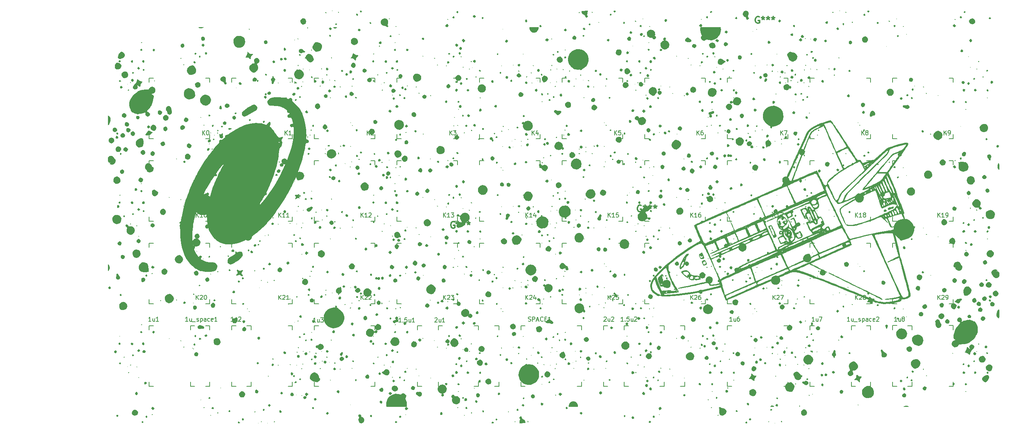
<source format=gbr>
%TF.GenerationSoftware,KiCad,Pcbnew,(6.99.0-222-g367431f825)*%
%TF.CreationDate,2022-01-13T21:14:40+01:00*%
%TF.ProjectId,Endeavour-2,456e6465-6176-46f7-9572-2d322e6b6963,rev?*%
%TF.SameCoordinates,Original*%
%TF.FileFunction,Legend,Top*%
%TF.FilePolarity,Positive*%
%FSLAX46Y46*%
G04 Gerber Fmt 4.6, Leading zero omitted, Abs format (unit mm)*
G04 Created by KiCad (PCBNEW (6.99.0-222-g367431f825)) date 2022-01-13 21:14:40*
%MOMM*%
%LPD*%
G01*
G04 APERTURE LIST*
%ADD10C,0.150000*%
%ADD11C,0.300000*%
G04 APERTURE END LIST*
D10*
%TO.C,K0*%
X66302382Y-41452380D02*
X66302382Y-40452380D01*
X66873810Y-41452380D02*
X66445239Y-40880952D01*
X66873810Y-40452380D02*
X66302382Y-41023809D01*
X67452381Y-40452380D02*
X67547619Y-40452380D01*
X67642857Y-40500000D01*
X67690476Y-40547619D01*
X67738095Y-40642857D01*
X67785714Y-40833333D01*
X67785714Y-41071428D01*
X67738095Y-41261904D01*
X67690476Y-41357142D01*
X67642857Y-41404761D01*
X67547619Y-41452380D01*
X67452381Y-41452380D01*
X67357143Y-41404761D01*
X67309524Y-41357142D01*
X67261905Y-41261904D01*
X67214286Y-41071428D01*
X67214286Y-40833333D01*
X67261905Y-40642857D01*
X67309524Y-40547619D01*
X67357143Y-40500000D01*
X67452381Y-40452380D01*
%TO.C,K1*%
X85302382Y-41452380D02*
X85302382Y-40452380D01*
X85873810Y-41452380D02*
X85445239Y-40880952D01*
X85873810Y-40452380D02*
X85302382Y-41023809D01*
X86785714Y-41452380D02*
X86214286Y-41452380D01*
X86500000Y-41452380D02*
X86500000Y-40452380D01*
X86404762Y-40595238D01*
X86309524Y-40690476D01*
X86214286Y-40738095D01*
%TO.C,K2*%
X104302382Y-41452380D02*
X104302382Y-40452380D01*
X104873810Y-41452380D02*
X104445239Y-40880952D01*
X104873810Y-40452380D02*
X104302382Y-41023809D01*
X105214286Y-40547619D02*
X105261905Y-40500000D01*
X105357143Y-40452380D01*
X105595238Y-40452380D01*
X105690476Y-40500000D01*
X105738095Y-40547619D01*
X105785714Y-40642857D01*
X105785714Y-40738095D01*
X105738095Y-40880952D01*
X105166667Y-41452380D01*
X105785714Y-41452380D01*
%TO.C,K3*%
X123302382Y-41452380D02*
X123302382Y-40452380D01*
X123873810Y-41452380D02*
X123445239Y-40880952D01*
X123873810Y-40452380D02*
X123302382Y-41023809D01*
X124166667Y-40452380D02*
X124785714Y-40452380D01*
X124452381Y-40833333D01*
X124595238Y-40833333D01*
X124690476Y-40880952D01*
X124738095Y-40928571D01*
X124785714Y-41023809D01*
X124785714Y-41261904D01*
X124738095Y-41357142D01*
X124690476Y-41404761D01*
X124595238Y-41452380D01*
X124309524Y-41452380D01*
X124214286Y-41404761D01*
X124166667Y-41357142D01*
%TO.C,K4*%
X142278572Y-41452380D02*
X142278572Y-40452380D01*
X142850000Y-41452380D02*
X142421429Y-40880952D01*
X142850000Y-40452380D02*
X142278572Y-41023809D01*
X143666666Y-40785714D02*
X143666666Y-41452380D01*
X143428571Y-40404761D02*
X143190476Y-41119047D01*
X143809523Y-41119047D01*
%TO.C,K6*%
X180302382Y-41452380D02*
X180302382Y-40452380D01*
X180873810Y-41452380D02*
X180445239Y-40880952D01*
X180873810Y-40452380D02*
X180302382Y-41023809D01*
X181690476Y-40452380D02*
X181500000Y-40452380D01*
X181404762Y-40500000D01*
X181357143Y-40547619D01*
X181261905Y-40690476D01*
X181214286Y-40880952D01*
X181214286Y-41261904D01*
X181261905Y-41357142D01*
X181309524Y-41404761D01*
X181404762Y-41452380D01*
X181595238Y-41452380D01*
X181690476Y-41404761D01*
X181738095Y-41357142D01*
X181785714Y-41261904D01*
X181785714Y-41023809D01*
X181738095Y-40928571D01*
X181690476Y-40880952D01*
X181595238Y-40833333D01*
X181404762Y-40833333D01*
X181309524Y-40880952D01*
X181261905Y-40928571D01*
X181214286Y-41023809D01*
%TO.C,K7*%
X199618572Y-41452380D02*
X199618572Y-40452380D01*
X200190000Y-41452380D02*
X199761429Y-40880952D01*
X200190000Y-40452380D02*
X199618572Y-41023809D01*
X200482857Y-40452380D02*
X201149523Y-40452380D01*
X200720952Y-41452380D01*
%TO.C,K8*%
X218302382Y-41452380D02*
X218302382Y-40452380D01*
X218873810Y-41452380D02*
X218445239Y-40880952D01*
X218873810Y-40452380D02*
X218302382Y-41023809D01*
X219404762Y-40880952D02*
X219309524Y-40833333D01*
X219261905Y-40785714D01*
X219214286Y-40690476D01*
X219214286Y-40642857D01*
X219261905Y-40547619D01*
X219309524Y-40500000D01*
X219404762Y-40452380D01*
X219595238Y-40452380D01*
X219690476Y-40500000D01*
X219738095Y-40547619D01*
X219785714Y-40642857D01*
X219785714Y-40690476D01*
X219738095Y-40785714D01*
X219690476Y-40833333D01*
X219595238Y-40880952D01*
X219404762Y-40880952D01*
X219309524Y-40928571D01*
X219261905Y-40976190D01*
X219214286Y-41071428D01*
X219214286Y-41261904D01*
X219261905Y-41357142D01*
X219309524Y-41404761D01*
X219404762Y-41452380D01*
X219595238Y-41452380D01*
X219690476Y-41404761D01*
X219738095Y-41357142D01*
X219785714Y-41261904D01*
X219785714Y-41071428D01*
X219738095Y-40976190D01*
X219690476Y-40928571D01*
X219595238Y-40880952D01*
%TO.C,K9*%
X237302382Y-41452380D02*
X237302382Y-40452380D01*
X237873810Y-41452380D02*
X237445239Y-40880952D01*
X237873810Y-40452380D02*
X237302382Y-41023809D01*
X238309524Y-41452380D02*
X238500000Y-41452380D01*
X238595238Y-41404761D01*
X238642857Y-41357142D01*
X238738095Y-41214285D01*
X238785714Y-41023809D01*
X238785714Y-40642857D01*
X238738095Y-40547619D01*
X238690476Y-40500000D01*
X238595238Y-40452380D01*
X238404762Y-40452380D01*
X238309524Y-40500000D01*
X238261905Y-40547619D01*
X238214286Y-40642857D01*
X238214286Y-40880952D01*
X238261905Y-40976190D01*
X238309524Y-41023809D01*
X238404762Y-41071428D01*
X238595238Y-41071428D01*
X238690476Y-41023809D01*
X238738095Y-40976190D01*
X238785714Y-40880952D01*
%TO.C,K10*%
X64846430Y-60452380D02*
X64846430Y-59452380D01*
X65417858Y-60452380D02*
X64989287Y-59880952D01*
X65417858Y-59452380D02*
X64846430Y-60023809D01*
X66329762Y-60452380D02*
X65758334Y-60452380D01*
X66044048Y-60452380D02*
X66044048Y-59452380D01*
X65948810Y-59595238D01*
X65853572Y-59690476D01*
X65758334Y-59738095D01*
X66908333Y-59452380D02*
X67003571Y-59452380D01*
X67098809Y-59500000D01*
X67146428Y-59547619D01*
X67194047Y-59642857D01*
X67241666Y-59833333D01*
X67241666Y-60071428D01*
X67194047Y-60261904D01*
X67146428Y-60357142D01*
X67098809Y-60404761D01*
X67003571Y-60452380D01*
X66908333Y-60452380D01*
X66813095Y-60404761D01*
X66765476Y-60357142D01*
X66717857Y-60261904D01*
X66670238Y-60071428D01*
X66670238Y-59833333D01*
X66717857Y-59642857D01*
X66765476Y-59547619D01*
X66813095Y-59500000D01*
X66908333Y-59452380D01*
%TO.C,K11*%
X83846430Y-60452380D02*
X83846430Y-59452380D01*
X84417858Y-60452380D02*
X83989287Y-59880952D01*
X84417858Y-59452380D02*
X83846430Y-60023809D01*
X85329762Y-60452380D02*
X84758334Y-60452380D01*
X85044048Y-60452380D02*
X85044048Y-59452380D01*
X84948810Y-59595238D01*
X84853572Y-59690476D01*
X84758334Y-59738095D01*
X86241666Y-60452380D02*
X85670238Y-60452380D01*
X85955952Y-60452380D02*
X85955952Y-59452380D01*
X85860714Y-59595238D01*
X85765476Y-59690476D01*
X85670238Y-59738095D01*
%TO.C,K12*%
X102846430Y-60452380D02*
X102846430Y-59452380D01*
X103417858Y-60452380D02*
X102989287Y-59880952D01*
X103417858Y-59452380D02*
X102846430Y-60023809D01*
X104329762Y-60452380D02*
X103758334Y-60452380D01*
X104044048Y-60452380D02*
X104044048Y-59452380D01*
X103948810Y-59595238D01*
X103853572Y-59690476D01*
X103758334Y-59738095D01*
X104670238Y-59547619D02*
X104717857Y-59500000D01*
X104813095Y-59452380D01*
X105051190Y-59452380D01*
X105146428Y-59500000D01*
X105194047Y-59547619D01*
X105241666Y-59642857D01*
X105241666Y-59738095D01*
X105194047Y-59880952D01*
X104622619Y-60452380D01*
X105241666Y-60452380D01*
%TO.C,K13*%
X121846430Y-60452380D02*
X121846430Y-59452380D01*
X122417858Y-60452380D02*
X121989287Y-59880952D01*
X122417858Y-59452380D02*
X121846430Y-60023809D01*
X123329762Y-60452380D02*
X122758334Y-60452380D01*
X123044048Y-60452380D02*
X123044048Y-59452380D01*
X122948810Y-59595238D01*
X122853572Y-59690476D01*
X122758334Y-59738095D01*
X123622619Y-59452380D02*
X124241666Y-59452380D01*
X123908333Y-59833333D01*
X124051190Y-59833333D01*
X124146428Y-59880952D01*
X124194047Y-59928571D01*
X124241666Y-60023809D01*
X124241666Y-60261904D01*
X124194047Y-60357142D01*
X124146428Y-60404761D01*
X124051190Y-60452380D01*
X123765476Y-60452380D01*
X123670238Y-60404761D01*
X123622619Y-60357142D01*
%TO.C,K14*%
X140822620Y-60452380D02*
X140822620Y-59452380D01*
X141394048Y-60452380D02*
X140965477Y-59880952D01*
X141394048Y-59452380D02*
X140822620Y-60023809D01*
X142305952Y-60452380D02*
X141734524Y-60452380D01*
X142020238Y-60452380D02*
X142020238Y-59452380D01*
X141925000Y-59595238D01*
X141829762Y-59690476D01*
X141734524Y-59738095D01*
X143122618Y-59785714D02*
X143122618Y-60452380D01*
X142884523Y-59404761D02*
X142646428Y-60119047D01*
X143265475Y-60119047D01*
%TO.C,K15*%
X159846430Y-60452380D02*
X159846430Y-59452380D01*
X160417858Y-60452380D02*
X159989287Y-59880952D01*
X160417858Y-59452380D02*
X159846430Y-60023809D01*
X161329762Y-60452380D02*
X160758334Y-60452380D01*
X161044048Y-60452380D02*
X161044048Y-59452380D01*
X160948810Y-59595238D01*
X160853572Y-59690476D01*
X160758334Y-59738095D01*
X162194047Y-59452380D02*
X161717857Y-59452380D01*
X161670238Y-59928571D01*
X161717857Y-59880952D01*
X161813095Y-59833333D01*
X162051190Y-59833333D01*
X162146428Y-59880952D01*
X162194047Y-59928571D01*
X162241666Y-60023809D01*
X162241666Y-60261904D01*
X162194047Y-60357142D01*
X162146428Y-60404761D01*
X162051190Y-60452380D01*
X161813095Y-60452380D01*
X161717857Y-60404761D01*
X161670238Y-60357142D01*
%TO.C,K16*%
X178846430Y-60452380D02*
X178846430Y-59452380D01*
X179417858Y-60452380D02*
X178989287Y-59880952D01*
X179417858Y-59452380D02*
X178846430Y-60023809D01*
X180329762Y-60452380D02*
X179758334Y-60452380D01*
X180044048Y-60452380D02*
X180044048Y-59452380D01*
X179948810Y-59595238D01*
X179853572Y-59690476D01*
X179758334Y-59738095D01*
X181146428Y-59452380D02*
X180955952Y-59452380D01*
X180860714Y-59500000D01*
X180813095Y-59547619D01*
X180717857Y-59690476D01*
X180670238Y-59880952D01*
X180670238Y-60261904D01*
X180717857Y-60357142D01*
X180765476Y-60404761D01*
X180860714Y-60452380D01*
X181051190Y-60452380D01*
X181146428Y-60404761D01*
X181194047Y-60357142D01*
X181241666Y-60261904D01*
X181241666Y-60023809D01*
X181194047Y-59928571D01*
X181146428Y-59880952D01*
X181051190Y-59833333D01*
X180860714Y-59833333D01*
X180765476Y-59880952D01*
X180717857Y-59928571D01*
X180670238Y-60023809D01*
%TO.C,K17*%
X197822620Y-60452380D02*
X197822620Y-59452380D01*
X198394048Y-60452380D02*
X197965477Y-59880952D01*
X198394048Y-59452380D02*
X197822620Y-60023809D01*
X199305952Y-60452380D02*
X198734524Y-60452380D01*
X199020238Y-60452380D02*
X199020238Y-59452380D01*
X198925000Y-59595238D01*
X198829762Y-59690476D01*
X198734524Y-59738095D01*
X199598809Y-59452380D02*
X200265475Y-59452380D01*
X199836904Y-60452380D01*
%TO.C,K18*%
X216846430Y-60452380D02*
X216846430Y-59452380D01*
X217417858Y-60452380D02*
X216989287Y-59880952D01*
X217417858Y-59452380D02*
X216846430Y-60023809D01*
X218329762Y-60452380D02*
X217758334Y-60452380D01*
X218044048Y-60452380D02*
X218044048Y-59452380D01*
X217948810Y-59595238D01*
X217853572Y-59690476D01*
X217758334Y-59738095D01*
X218860714Y-59880952D02*
X218765476Y-59833333D01*
X218717857Y-59785714D01*
X218670238Y-59690476D01*
X218670238Y-59642857D01*
X218717857Y-59547619D01*
X218765476Y-59500000D01*
X218860714Y-59452380D01*
X219051190Y-59452380D01*
X219146428Y-59500000D01*
X219194047Y-59547619D01*
X219241666Y-59642857D01*
X219241666Y-59690476D01*
X219194047Y-59785714D01*
X219146428Y-59833333D01*
X219051190Y-59880952D01*
X218860714Y-59880952D01*
X218765476Y-59928571D01*
X218717857Y-59976190D01*
X218670238Y-60071428D01*
X218670238Y-60261904D01*
X218717857Y-60357142D01*
X218765476Y-60404761D01*
X218860714Y-60452380D01*
X219051190Y-60452380D01*
X219146428Y-60404761D01*
X219194047Y-60357142D01*
X219241666Y-60261904D01*
X219241666Y-60071428D01*
X219194047Y-59976190D01*
X219146428Y-59928571D01*
X219051190Y-59880952D01*
%TO.C,K19*%
X235846430Y-60452380D02*
X235846430Y-59452380D01*
X236417858Y-60452380D02*
X235989287Y-59880952D01*
X236417858Y-59452380D02*
X235846430Y-60023809D01*
X237329762Y-60452380D02*
X236758334Y-60452380D01*
X237044048Y-60452380D02*
X237044048Y-59452380D01*
X236948810Y-59595238D01*
X236853572Y-59690476D01*
X236758334Y-59738095D01*
X237765476Y-60452380D02*
X237955952Y-60452380D01*
X238051190Y-60404761D01*
X238098809Y-60357142D01*
X238194047Y-60214285D01*
X238241666Y-60023809D01*
X238241666Y-59642857D01*
X238194047Y-59547619D01*
X238146428Y-59500000D01*
X238051190Y-59452380D01*
X237860714Y-59452380D01*
X237765476Y-59500000D01*
X237717857Y-59547619D01*
X237670238Y-59642857D01*
X237670238Y-59880952D01*
X237717857Y-59976190D01*
X237765476Y-60023809D01*
X237860714Y-60071428D01*
X238051190Y-60071428D01*
X238146428Y-60023809D01*
X238194047Y-59976190D01*
X238241666Y-59880952D01*
%TO.C,K20*%
X64846430Y-79452380D02*
X64846430Y-78452380D01*
X65417858Y-79452380D02*
X64989287Y-78880952D01*
X65417858Y-78452380D02*
X64846430Y-79023809D01*
X65758334Y-78547619D02*
X65805953Y-78500000D01*
X65901191Y-78452380D01*
X66139286Y-78452380D01*
X66234524Y-78500000D01*
X66282143Y-78547619D01*
X66329762Y-78642857D01*
X66329762Y-78738095D01*
X66282143Y-78880952D01*
X65710715Y-79452380D01*
X66329762Y-79452380D01*
X66908333Y-78452380D02*
X67003571Y-78452380D01*
X67098809Y-78500000D01*
X67146428Y-78547619D01*
X67194047Y-78642857D01*
X67241666Y-78833333D01*
X67241666Y-79071428D01*
X67194047Y-79261904D01*
X67146428Y-79357142D01*
X67098809Y-79404761D01*
X67003571Y-79452380D01*
X66908333Y-79452380D01*
X66813095Y-79404761D01*
X66765476Y-79357142D01*
X66717857Y-79261904D01*
X66670238Y-79071428D01*
X66670238Y-78833333D01*
X66717857Y-78642857D01*
X66765476Y-78547619D01*
X66813095Y-78500000D01*
X66908333Y-78452380D01*
%TO.C,K21*%
X83846430Y-79452380D02*
X83846430Y-78452380D01*
X84417858Y-79452380D02*
X83989287Y-78880952D01*
X84417858Y-78452380D02*
X83846430Y-79023809D01*
X84758334Y-78547619D02*
X84805953Y-78500000D01*
X84901191Y-78452380D01*
X85139286Y-78452380D01*
X85234524Y-78500000D01*
X85282143Y-78547619D01*
X85329762Y-78642857D01*
X85329762Y-78738095D01*
X85282143Y-78880952D01*
X84710715Y-79452380D01*
X85329762Y-79452380D01*
X86241666Y-79452380D02*
X85670238Y-79452380D01*
X85955952Y-79452380D02*
X85955952Y-78452380D01*
X85860714Y-78595238D01*
X85765476Y-78690476D01*
X85670238Y-78738095D01*
%TO.C,K22*%
X102846430Y-79452380D02*
X102846430Y-78452380D01*
X103417858Y-79452380D02*
X102989287Y-78880952D01*
X103417858Y-78452380D02*
X102846430Y-79023809D01*
X103758334Y-78547619D02*
X103805953Y-78500000D01*
X103901191Y-78452380D01*
X104139286Y-78452380D01*
X104234524Y-78500000D01*
X104282143Y-78547619D01*
X104329762Y-78642857D01*
X104329762Y-78738095D01*
X104282143Y-78880952D01*
X103710715Y-79452380D01*
X104329762Y-79452380D01*
X104670238Y-78547619D02*
X104717857Y-78500000D01*
X104813095Y-78452380D01*
X105051190Y-78452380D01*
X105146428Y-78500000D01*
X105194047Y-78547619D01*
X105241666Y-78642857D01*
X105241666Y-78738095D01*
X105194047Y-78880952D01*
X104622619Y-79452380D01*
X105241666Y-79452380D01*
%TO.C,K23*%
X121846430Y-79452380D02*
X121846430Y-78452380D01*
X122417858Y-79452380D02*
X121989287Y-78880952D01*
X122417858Y-78452380D02*
X121846430Y-79023809D01*
X122758334Y-78547619D02*
X122805953Y-78500000D01*
X122901191Y-78452380D01*
X123139286Y-78452380D01*
X123234524Y-78500000D01*
X123282143Y-78547619D01*
X123329762Y-78642857D01*
X123329762Y-78738095D01*
X123282143Y-78880952D01*
X122710715Y-79452380D01*
X123329762Y-79452380D01*
X123622619Y-78452380D02*
X124241666Y-78452380D01*
X123908333Y-78833333D01*
X124051190Y-78833333D01*
X124146428Y-78880952D01*
X124194047Y-78928571D01*
X124241666Y-79023809D01*
X124241666Y-79261904D01*
X124194047Y-79357142D01*
X124146428Y-79404761D01*
X124051190Y-79452380D01*
X123765476Y-79452380D01*
X123670238Y-79404761D01*
X123622619Y-79357142D01*
%TO.C,K24*%
X140822620Y-79452380D02*
X140822620Y-78452380D01*
X141394048Y-79452380D02*
X140965477Y-78880952D01*
X141394048Y-78452380D02*
X140822620Y-79023809D01*
X141734524Y-78547619D02*
X141782143Y-78500000D01*
X141877381Y-78452380D01*
X142115476Y-78452380D01*
X142210714Y-78500000D01*
X142258333Y-78547619D01*
X142305952Y-78642857D01*
X142305952Y-78738095D01*
X142258333Y-78880952D01*
X141686905Y-79452380D01*
X142305952Y-79452380D01*
X143122618Y-78785714D02*
X143122618Y-79452380D01*
X142884523Y-78404761D02*
X142646428Y-79119047D01*
X143265475Y-79119047D01*
%TO.C,K25*%
X159846430Y-79452380D02*
X159846430Y-78452380D01*
X160417858Y-79452380D02*
X159989287Y-78880952D01*
X160417858Y-78452380D02*
X159846430Y-79023809D01*
X160758334Y-78547619D02*
X160805953Y-78500000D01*
X160901191Y-78452380D01*
X161139286Y-78452380D01*
X161234524Y-78500000D01*
X161282143Y-78547619D01*
X161329762Y-78642857D01*
X161329762Y-78738095D01*
X161282143Y-78880952D01*
X160710715Y-79452380D01*
X161329762Y-79452380D01*
X162194047Y-78452380D02*
X161717857Y-78452380D01*
X161670238Y-78928571D01*
X161717857Y-78880952D01*
X161813095Y-78833333D01*
X162051190Y-78833333D01*
X162146428Y-78880952D01*
X162194047Y-78928571D01*
X162241666Y-79023809D01*
X162241666Y-79261904D01*
X162194047Y-79357142D01*
X162146428Y-79404761D01*
X162051190Y-79452380D01*
X161813095Y-79452380D01*
X161717857Y-79404761D01*
X161670238Y-79357142D01*
%TO.C,K26*%
X178846430Y-79452380D02*
X178846430Y-78452380D01*
X179417858Y-79452380D02*
X178989287Y-78880952D01*
X179417858Y-78452380D02*
X178846430Y-79023809D01*
X179758334Y-78547619D02*
X179805953Y-78500000D01*
X179901191Y-78452380D01*
X180139286Y-78452380D01*
X180234524Y-78500000D01*
X180282143Y-78547619D01*
X180329762Y-78642857D01*
X180329762Y-78738095D01*
X180282143Y-78880952D01*
X179710715Y-79452380D01*
X180329762Y-79452380D01*
X181146428Y-78452380D02*
X180955952Y-78452380D01*
X180860714Y-78500000D01*
X180813095Y-78547619D01*
X180717857Y-78690476D01*
X180670238Y-78880952D01*
X180670238Y-79261904D01*
X180717857Y-79357142D01*
X180765476Y-79404761D01*
X180860714Y-79452380D01*
X181051190Y-79452380D01*
X181146428Y-79404761D01*
X181194047Y-79357142D01*
X181241666Y-79261904D01*
X181241666Y-79023809D01*
X181194047Y-78928571D01*
X181146428Y-78880952D01*
X181051190Y-78833333D01*
X180860714Y-78833333D01*
X180765476Y-78880952D01*
X180717857Y-78928571D01*
X180670238Y-79023809D01*
%TO.C,K27*%
X197822620Y-79452380D02*
X197822620Y-78452380D01*
X198394048Y-79452380D02*
X197965477Y-78880952D01*
X198394048Y-78452380D02*
X197822620Y-79023809D01*
X198734524Y-78547619D02*
X198782143Y-78500000D01*
X198877381Y-78452380D01*
X199115476Y-78452380D01*
X199210714Y-78500000D01*
X199258333Y-78547619D01*
X199305952Y-78642857D01*
X199305952Y-78738095D01*
X199258333Y-78880952D01*
X198686905Y-79452380D01*
X199305952Y-79452380D01*
X199598809Y-78452380D02*
X200265475Y-78452380D01*
X199836904Y-79452380D01*
%TO.C,K28*%
X216846430Y-79452380D02*
X216846430Y-78452380D01*
X217417858Y-79452380D02*
X216989287Y-78880952D01*
X217417858Y-78452380D02*
X216846430Y-79023809D01*
X217758334Y-78547619D02*
X217805953Y-78500000D01*
X217901191Y-78452380D01*
X218139286Y-78452380D01*
X218234524Y-78500000D01*
X218282143Y-78547619D01*
X218329762Y-78642857D01*
X218329762Y-78738095D01*
X218282143Y-78880952D01*
X217710715Y-79452380D01*
X218329762Y-79452380D01*
X218860714Y-78880952D02*
X218765476Y-78833333D01*
X218717857Y-78785714D01*
X218670238Y-78690476D01*
X218670238Y-78642857D01*
X218717857Y-78547619D01*
X218765476Y-78500000D01*
X218860714Y-78452380D01*
X219051190Y-78452380D01*
X219146428Y-78500000D01*
X219194047Y-78547619D01*
X219241666Y-78642857D01*
X219241666Y-78690476D01*
X219194047Y-78785714D01*
X219146428Y-78833333D01*
X219051190Y-78880952D01*
X218860714Y-78880952D01*
X218765476Y-78928571D01*
X218717857Y-78976190D01*
X218670238Y-79071428D01*
X218670238Y-79261904D01*
X218717857Y-79357142D01*
X218765476Y-79404761D01*
X218860714Y-79452380D01*
X219051190Y-79452380D01*
X219146428Y-79404761D01*
X219194047Y-79357142D01*
X219241666Y-79261904D01*
X219241666Y-79071428D01*
X219194047Y-78976190D01*
X219146428Y-78928571D01*
X219051190Y-78880952D01*
%TO.C,K29*%
X235846430Y-79452380D02*
X235846430Y-78452380D01*
X236417858Y-79452380D02*
X235989287Y-78880952D01*
X236417858Y-78452380D02*
X235846430Y-79023809D01*
X236758334Y-78547619D02*
X236805953Y-78500000D01*
X236901191Y-78452380D01*
X237139286Y-78452380D01*
X237234524Y-78500000D01*
X237282143Y-78547619D01*
X237329762Y-78642857D01*
X237329762Y-78738095D01*
X237282143Y-78880952D01*
X236710715Y-79452380D01*
X237329762Y-79452380D01*
X237765476Y-79452380D02*
X237955952Y-79452380D01*
X238051190Y-79404761D01*
X238098809Y-79357142D01*
X238194047Y-79214285D01*
X238241666Y-79023809D01*
X238241666Y-78642857D01*
X238194047Y-78547619D01*
X238146428Y-78500000D01*
X238051190Y-78452380D01*
X237860714Y-78452380D01*
X237765476Y-78500000D01*
X237717857Y-78547619D01*
X237670238Y-78642857D01*
X237670238Y-78880952D01*
X237717857Y-78976190D01*
X237765476Y-79023809D01*
X237860714Y-79071428D01*
X238051190Y-79071428D01*
X238146428Y-79023809D01*
X238194047Y-78976190D01*
X238241666Y-78880952D01*
%TO.C,1u1*%
X54441667Y-84452380D02*
X53870239Y-84452380D01*
X54155953Y-84452380D02*
X54155953Y-83452380D01*
X54060715Y-83595238D01*
X53965477Y-83690476D01*
X53870239Y-83738095D01*
X55258333Y-83785714D02*
X55258333Y-84452380D01*
X54829762Y-83785714D02*
X54829762Y-84309523D01*
X54877381Y-84404761D01*
X54972619Y-84452380D01*
X55115476Y-84452380D01*
X55210714Y-84404761D01*
X55258333Y-84357142D01*
X56170237Y-84452380D02*
X55598809Y-84452380D01*
X55884523Y-84452380D02*
X55884523Y-83452380D01*
X55789285Y-83595238D01*
X55694047Y-83690476D01*
X55598809Y-83738095D01*
%TO.C,1u2*%
X73441667Y-84452380D02*
X72870239Y-84452380D01*
X73155953Y-84452380D02*
X73155953Y-83452380D01*
X73060715Y-83595238D01*
X72965477Y-83690476D01*
X72870239Y-83738095D01*
X74258333Y-83785714D02*
X74258333Y-84452380D01*
X73829762Y-83785714D02*
X73829762Y-84309523D01*
X73877381Y-84404761D01*
X73972619Y-84452380D01*
X74115476Y-84452380D01*
X74210714Y-84404761D01*
X74258333Y-84357142D01*
X74598809Y-83547619D02*
X74646428Y-83500000D01*
X74741666Y-83452380D01*
X74979761Y-83452380D01*
X75074999Y-83500000D01*
X75122618Y-83547619D01*
X75170237Y-83642857D01*
X75170237Y-83738095D01*
X75122618Y-83880952D01*
X74551190Y-84452380D01*
X75170237Y-84452380D01*
%TO.C,1u3*%
X92441667Y-84677380D02*
X91870239Y-84677380D01*
X92155953Y-84677380D02*
X92155953Y-83677380D01*
X92060715Y-83820238D01*
X91965477Y-83915476D01*
X91870239Y-83963095D01*
X93258333Y-84010714D02*
X93258333Y-84677380D01*
X92829762Y-84010714D02*
X92829762Y-84534523D01*
X92877381Y-84629761D01*
X92972619Y-84677380D01*
X93115476Y-84677380D01*
X93210714Y-84629761D01*
X93258333Y-84582142D01*
X93551190Y-83677380D02*
X94170237Y-83677380D01*
X93836904Y-84058333D01*
X93979761Y-84058333D01*
X94074999Y-84105952D01*
X94122618Y-84153571D01*
X94170237Y-84248809D01*
X94170237Y-84486904D01*
X94122618Y-84582142D01*
X94074999Y-84629761D01*
X93979761Y-84677380D01*
X93694047Y-84677380D01*
X93598809Y-84629761D01*
X93551190Y-84582142D01*
%TO.C,2u1*%
X119870239Y-83772619D02*
X119917858Y-83725000D01*
X120013096Y-83677380D01*
X120251191Y-83677380D01*
X120346429Y-83725000D01*
X120394048Y-83772619D01*
X120441667Y-83867857D01*
X120441667Y-83963095D01*
X120394048Y-84105952D01*
X119822620Y-84677380D01*
X120441667Y-84677380D01*
X121258333Y-84010714D02*
X121258333Y-84677380D01*
X120829762Y-84010714D02*
X120829762Y-84534523D01*
X120877381Y-84629761D01*
X120972619Y-84677380D01*
X121115476Y-84677380D01*
X121210714Y-84629761D01*
X121258333Y-84582142D01*
X122170237Y-84677380D02*
X121598809Y-84677380D01*
X121884523Y-84677380D02*
X121884523Y-83677380D01*
X121789285Y-83820238D01*
X121694047Y-83915476D01*
X121598809Y-83963095D01*
%TO.C,2u2*%
X158870239Y-83547619D02*
X158917858Y-83500000D01*
X159013096Y-83452380D01*
X159251191Y-83452380D01*
X159346429Y-83500000D01*
X159394048Y-83547619D01*
X159441667Y-83642857D01*
X159441667Y-83738095D01*
X159394048Y-83880952D01*
X158822620Y-84452380D01*
X159441667Y-84452380D01*
X160258333Y-83785714D02*
X160258333Y-84452380D01*
X159829762Y-83785714D02*
X159829762Y-84309523D01*
X159877381Y-84404761D01*
X159972619Y-84452380D01*
X160115476Y-84452380D01*
X160210714Y-84404761D01*
X160258333Y-84357142D01*
X160598809Y-83547619D02*
X160646428Y-83500000D01*
X160741666Y-83452380D01*
X160979761Y-83452380D01*
X161074999Y-83500000D01*
X161122618Y-83547619D01*
X161170237Y-83642857D01*
X161170237Y-83738095D01*
X161122618Y-83880952D01*
X160551190Y-84452380D01*
X161170237Y-84452380D01*
%TO.C,1u6*%
X188441667Y-84452380D02*
X187870239Y-84452380D01*
X188155953Y-84452380D02*
X188155953Y-83452380D01*
X188060715Y-83595238D01*
X187965477Y-83690476D01*
X187870239Y-83738095D01*
X189258333Y-83785714D02*
X189258333Y-84452380D01*
X188829762Y-83785714D02*
X188829762Y-84309523D01*
X188877381Y-84404761D01*
X188972619Y-84452380D01*
X189115476Y-84452380D01*
X189210714Y-84404761D01*
X189258333Y-84357142D01*
X190074999Y-83452380D02*
X189884523Y-83452380D01*
X189789285Y-83500000D01*
X189741666Y-83547619D01*
X189646428Y-83690476D01*
X189598809Y-83880952D01*
X189598809Y-84261904D01*
X189646428Y-84357142D01*
X189694047Y-84404761D01*
X189789285Y-84452380D01*
X189979761Y-84452380D01*
X190074999Y-84404761D01*
X190122618Y-84357142D01*
X190170237Y-84261904D01*
X190170237Y-84023809D01*
X190122618Y-83928571D01*
X190074999Y-83880952D01*
X189979761Y-83833333D01*
X189789285Y-83833333D01*
X189694047Y-83880952D01*
X189646428Y-83928571D01*
X189598809Y-84023809D01*
%TO.C,1u7*%
X207417858Y-84452380D02*
X206846430Y-84452380D01*
X207132144Y-84452380D02*
X207132144Y-83452380D01*
X207036906Y-83595238D01*
X206941668Y-83690476D01*
X206846430Y-83738095D01*
X208234524Y-83785714D02*
X208234524Y-84452380D01*
X207805953Y-83785714D02*
X207805953Y-84309523D01*
X207853572Y-84404761D01*
X207948810Y-84452380D01*
X208091667Y-84452380D01*
X208186905Y-84404761D01*
X208234524Y-84357142D01*
X208527381Y-83452380D02*
X209194047Y-83452380D01*
X208765476Y-84452380D01*
%TO.C,1u8*%
X226441667Y-84452380D02*
X225870239Y-84452380D01*
X226155953Y-84452380D02*
X226155953Y-83452380D01*
X226060715Y-83595238D01*
X225965477Y-83690476D01*
X225870239Y-83738095D01*
X227258333Y-83785714D02*
X227258333Y-84452380D01*
X226829762Y-83785714D02*
X226829762Y-84309523D01*
X226877381Y-84404761D01*
X226972619Y-84452380D01*
X227115476Y-84452380D01*
X227210714Y-84404761D01*
X227258333Y-84357142D01*
X227789285Y-83880952D02*
X227694047Y-83833333D01*
X227646428Y-83785714D01*
X227598809Y-83690476D01*
X227598809Y-83642857D01*
X227646428Y-83547619D01*
X227694047Y-83500000D01*
X227789285Y-83452380D01*
X227979761Y-83452380D01*
X228074999Y-83500000D01*
X228122618Y-83547619D01*
X228170237Y-83642857D01*
X228170237Y-83690476D01*
X228122618Y-83785714D01*
X228074999Y-83833333D01*
X227979761Y-83880952D01*
X227789285Y-83880952D01*
X227694047Y-83928571D01*
X227646428Y-83976190D01*
X227598809Y-84071428D01*
X227598809Y-84261904D01*
X227646428Y-84357142D01*
X227694047Y-84404761D01*
X227789285Y-84452380D01*
X227979761Y-84452380D01*
X228074999Y-84404761D01*
X228122618Y-84357142D01*
X228170237Y-84261904D01*
X228170237Y-84071428D01*
X228122618Y-83976190D01*
X228074999Y-83928571D01*
X227979761Y-83880952D01*
%TO.C,K5*%
X161302382Y-41452380D02*
X161302382Y-40452380D01*
X161873810Y-41452380D02*
X161445239Y-40880952D01*
X161873810Y-40452380D02*
X161302382Y-41023809D01*
X162738095Y-40452380D02*
X162261905Y-40452380D01*
X162214286Y-40928571D01*
X162261905Y-40880952D01*
X162357143Y-40833333D01*
X162595238Y-40833333D01*
X162690476Y-40880952D01*
X162738095Y-40928571D01*
X162785714Y-41023809D01*
X162785714Y-41261904D01*
X162738095Y-41357142D01*
X162690476Y-41404761D01*
X162595238Y-41452380D01*
X162357143Y-41452380D01*
X162261905Y-41404761D01*
X162214286Y-41357142D01*
D11*
%TO.C,G\u002A\u002A\u002A*%
X75841440Y-54802313D02*
X75892756Y-54956260D01*
X76046703Y-55110208D01*
X76251966Y-55212839D01*
X76457229Y-55212839D01*
X76611176Y-55161523D01*
X76867755Y-55007576D01*
X77021702Y-54853629D01*
X77175649Y-54597050D01*
X77226965Y-54443103D01*
X77226965Y-54237840D01*
X77124334Y-54032577D01*
X77021702Y-53929946D01*
X76816439Y-53827314D01*
X76713808Y-53827314D01*
X76354597Y-54186524D01*
X76559860Y-54391787D01*
X75166638Y-54230143D02*
X75423217Y-53973564D01*
X75577164Y-54332774D02*
X75423217Y-53973564D01*
X75064006Y-53819617D01*
X75782427Y-53922248D02*
X75423217Y-53973564D01*
X75474532Y-53614354D01*
X74337889Y-53401394D02*
X74594468Y-53144815D01*
X74748415Y-53504025D02*
X74594468Y-53144815D01*
X74235257Y-52990868D01*
X74953678Y-53093499D02*
X74594468Y-53144815D01*
X74645783Y-52785605D01*
X73509140Y-52572645D02*
X73765719Y-52316066D01*
X73919666Y-52675276D02*
X73765719Y-52316066D01*
X73406508Y-52162119D01*
X74124929Y-52264750D02*
X73765719Y-52316066D01*
X73817034Y-51956856D01*
X167441943Y-57748000D02*
X167296801Y-57675428D01*
X167079086Y-57675428D01*
X166861372Y-57748000D01*
X166716229Y-57893142D01*
X166643658Y-58038285D01*
X166571086Y-58328571D01*
X166571086Y-58546285D01*
X166643658Y-58836571D01*
X166716229Y-58981714D01*
X166861372Y-59126857D01*
X167079086Y-59199428D01*
X167224229Y-59199428D01*
X167441943Y-59126857D01*
X167514515Y-59054285D01*
X167514515Y-58546285D01*
X167224229Y-58546285D01*
X168323686Y-57675428D02*
X168323686Y-58038285D01*
X167960829Y-57893142D02*
X168323686Y-58038285D01*
X168686543Y-57893142D01*
X168105972Y-58328571D02*
X168323686Y-58038285D01*
X168541400Y-58328571D01*
X169495714Y-57675428D02*
X169495714Y-58038285D01*
X169132857Y-57893142D02*
X169495714Y-58038285D01*
X169858571Y-57893142D01*
X169278000Y-58328571D02*
X169495714Y-58038285D01*
X169713428Y-58328571D01*
X170667742Y-57675428D02*
X170667742Y-58038285D01*
X170304885Y-57893142D02*
X170667742Y-58038285D01*
X171030599Y-57893142D01*
X170450028Y-58328571D02*
X170667742Y-58038285D01*
X170885456Y-58328571D01*
D10*
%TO.C,SPACE1*%
X141430955Y-84404761D02*
X141573812Y-84452380D01*
X141811907Y-84452380D01*
X141907145Y-84404761D01*
X141954764Y-84357142D01*
X142002383Y-84261904D01*
X142002383Y-84166666D01*
X141954764Y-84071428D01*
X141907145Y-84023809D01*
X141811907Y-83976190D01*
X141621431Y-83928571D01*
X141526193Y-83880952D01*
X141478574Y-83833333D01*
X141430955Y-83738095D01*
X141430955Y-83642857D01*
X141478574Y-83547619D01*
X141526193Y-83500000D01*
X141621431Y-83452380D01*
X141859526Y-83452380D01*
X142002383Y-83500000D01*
X142390478Y-84452380D02*
X142390478Y-83452380D01*
X142771430Y-83452380D01*
X142866668Y-83500000D01*
X142914287Y-83547619D01*
X142961906Y-83642857D01*
X142961906Y-83785714D01*
X142914287Y-83880952D01*
X142866668Y-83928571D01*
X142771430Y-83976190D01*
X142390478Y-83976190D01*
X143302382Y-84166666D02*
X143778572Y-84166666D01*
X143207144Y-84452380D02*
X143540477Y-83452380D01*
X143873810Y-84452380D01*
X144833333Y-84357142D02*
X144785714Y-84404761D01*
X144642857Y-84452380D01*
X144547619Y-84452380D01*
X144404762Y-84404761D01*
X144309524Y-84309523D01*
X144261905Y-84214285D01*
X144214286Y-84023809D01*
X144214286Y-83880952D01*
X144261905Y-83690476D01*
X144309524Y-83595238D01*
X144404762Y-83500000D01*
X144547619Y-83452380D01*
X144642857Y-83452380D01*
X144785714Y-83500000D01*
X144833333Y-83547619D01*
X145221428Y-83928571D02*
X145554761Y-83928571D01*
X145697618Y-84452380D02*
X145221428Y-84452380D01*
X145221428Y-83452380D01*
X145697618Y-83452380D01*
X146609522Y-84452380D02*
X146038094Y-84452380D01*
X146323808Y-84452380D02*
X146323808Y-83452380D01*
X146228570Y-83595238D01*
X146133332Y-83690476D01*
X146038094Y-83738095D01*
%TO.C,1.5u1*%
X112149108Y-84677380D02*
X111577680Y-84677380D01*
X111863394Y-84677380D02*
X111863394Y-83677380D01*
X111768156Y-83820238D01*
X111672918Y-83915476D01*
X111577680Y-83963095D01*
X112537203Y-84582142D02*
X112584822Y-84629761D01*
X112537203Y-84677380D01*
X112489584Y-84629761D01*
X112537203Y-84582142D01*
X112537203Y-84677380D01*
X113449107Y-83677380D02*
X112972917Y-83677380D01*
X112925298Y-84153571D01*
X112972917Y-84105952D01*
X113068155Y-84058333D01*
X113306250Y-84058333D01*
X113401488Y-84105952D01*
X113449107Y-84153571D01*
X113496726Y-84248809D01*
X113496726Y-84486904D01*
X113449107Y-84582142D01*
X113401488Y-84629761D01*
X113306250Y-84677380D01*
X113068155Y-84677380D01*
X112972917Y-84629761D01*
X112925298Y-84582142D01*
X114313392Y-84010714D02*
X114313392Y-84677380D01*
X113884821Y-84010714D02*
X113884821Y-84534523D01*
X113932440Y-84629761D01*
X114027678Y-84677380D01*
X114170535Y-84677380D01*
X114265773Y-84629761D01*
X114313392Y-84582142D01*
X115225296Y-84677380D02*
X114653868Y-84677380D01*
X114939582Y-84677380D02*
X114939582Y-83677380D01*
X114844344Y-83820238D01*
X114749106Y-83915476D01*
X114653868Y-83963095D01*
D11*
%TO.C,G\u002A\u002A\u002A*%
X194671943Y-14238000D02*
X194526801Y-14165428D01*
X194309086Y-14165428D01*
X194091372Y-14238000D01*
X193946229Y-14383142D01*
X193873658Y-14528285D01*
X193801086Y-14818571D01*
X193801086Y-15036285D01*
X193873658Y-15326571D01*
X193946229Y-15471714D01*
X194091372Y-15616857D01*
X194309086Y-15689428D01*
X194454229Y-15689428D01*
X194671943Y-15616857D01*
X194744515Y-15544285D01*
X194744515Y-15036285D01*
X194454229Y-15036285D01*
X195553686Y-14165428D02*
X195553686Y-14528285D01*
X195190829Y-14383142D02*
X195553686Y-14528285D01*
X195916543Y-14383142D01*
X195335972Y-14818571D02*
X195553686Y-14528285D01*
X195771400Y-14818571D01*
X196725714Y-14165428D02*
X196725714Y-14528285D01*
X196362857Y-14383142D02*
X196725714Y-14528285D01*
X197088571Y-14383142D01*
X196508000Y-14818571D02*
X196725714Y-14528285D01*
X196943428Y-14818571D01*
X197897742Y-14165428D02*
X197897742Y-14528285D01*
X197534885Y-14383142D02*
X197897742Y-14528285D01*
X198260599Y-14383142D01*
X197680028Y-14818571D02*
X197897742Y-14528285D01*
X198115456Y-14818571D01*
D10*
%TO.C,1.5u2*%
X163386608Y-84452380D02*
X162815180Y-84452380D01*
X163100894Y-84452380D02*
X163100894Y-83452380D01*
X163005656Y-83595238D01*
X162910418Y-83690476D01*
X162815180Y-83738095D01*
X163774703Y-84357142D02*
X163822322Y-84404761D01*
X163774703Y-84452380D01*
X163727084Y-84404761D01*
X163774703Y-84357142D01*
X163774703Y-84452380D01*
X164686607Y-83452380D02*
X164210417Y-83452380D01*
X164162798Y-83928571D01*
X164210417Y-83880952D01*
X164305655Y-83833333D01*
X164543750Y-83833333D01*
X164638988Y-83880952D01*
X164686607Y-83928571D01*
X164734226Y-84023809D01*
X164734226Y-84261904D01*
X164686607Y-84357142D01*
X164638988Y-84404761D01*
X164543750Y-84452380D01*
X164305655Y-84452380D01*
X164210417Y-84404761D01*
X164162798Y-84357142D01*
X165550892Y-83785714D02*
X165550892Y-84452380D01*
X165122321Y-83785714D02*
X165122321Y-84309523D01*
X165169940Y-84404761D01*
X165265178Y-84452380D01*
X165408035Y-84452380D01*
X165503273Y-84404761D01*
X165550892Y-84357142D01*
X165891368Y-83547619D02*
X165938987Y-83500000D01*
X166034225Y-83452380D01*
X166272320Y-83452380D01*
X166367558Y-83500000D01*
X166415177Y-83547619D01*
X166462796Y-83642857D01*
X166462796Y-83738095D01*
X166415177Y-83880952D01*
X165843749Y-84452380D01*
X166462796Y-84452380D01*
%TO.C,1u_space2*%
X215562800Y-84452380D02*
X214991372Y-84452380D01*
X215277086Y-84452380D02*
X215277086Y-83452380D01*
X215181848Y-83595238D01*
X215086610Y-83690476D01*
X214991372Y-83738095D01*
X216379466Y-83785714D02*
X216379466Y-84452380D01*
X215950895Y-83785714D02*
X215950895Y-84309523D01*
X215998514Y-84404761D01*
X216093752Y-84452380D01*
X216236609Y-84452380D01*
X216331847Y-84404761D01*
X216379466Y-84357142D01*
X216529466Y-84547619D02*
X217291370Y-84547619D01*
X217631846Y-84404761D02*
X217727084Y-84452380D01*
X217917560Y-84452380D01*
X218012798Y-84404761D01*
X218060417Y-84309523D01*
X218060417Y-84261904D01*
X218012798Y-84166666D01*
X217917560Y-84119047D01*
X217774703Y-84119047D01*
X217679465Y-84071428D01*
X217631846Y-83976190D01*
X217631846Y-83928571D01*
X217679465Y-83833333D01*
X217774703Y-83785714D01*
X217917560Y-83785714D01*
X218012798Y-83833333D01*
X218448512Y-83785714D02*
X218448512Y-84785714D01*
X218448512Y-83833333D02*
X218543750Y-83785714D01*
X218734226Y-83785714D01*
X218829464Y-83833333D01*
X218877083Y-83880952D01*
X218924702Y-83976190D01*
X218924702Y-84261904D01*
X218877083Y-84357142D01*
X218829464Y-84404761D01*
X218734226Y-84452380D01*
X218543750Y-84452380D01*
X218448512Y-84404761D01*
X219741368Y-84452380D02*
X219741368Y-83928571D01*
X219693749Y-83833333D01*
X219598511Y-83785714D01*
X219408035Y-83785714D01*
X219312797Y-83833333D01*
X219741368Y-84404761D02*
X219646130Y-84452380D01*
X219408035Y-84452380D01*
X219312797Y-84404761D01*
X219265178Y-84309523D01*
X219265178Y-84214285D01*
X219312797Y-84119047D01*
X219408035Y-84071428D01*
X219646130Y-84071428D01*
X219741368Y-84023809D01*
X220558034Y-84404761D02*
X220462796Y-84452380D01*
X220272320Y-84452380D01*
X220177082Y-84404761D01*
X220129463Y-84357142D01*
X220081844Y-84261904D01*
X220081844Y-83976190D01*
X220129463Y-83880952D01*
X220177082Y-83833333D01*
X220272320Y-83785714D01*
X220462796Y-83785714D01*
X220558034Y-83833333D01*
X221327081Y-84404761D02*
X221231843Y-84452380D01*
X221041367Y-84452380D01*
X220946129Y-84404761D01*
X220898510Y-84309523D01*
X220898510Y-83928571D01*
X220946129Y-83833333D01*
X221041367Y-83785714D01*
X221231843Y-83785714D01*
X221327081Y-83833333D01*
X221374700Y-83928571D01*
X221374700Y-84023809D01*
X220898510Y-84119047D01*
X221715176Y-83547619D02*
X221762795Y-83500000D01*
X221858033Y-83452380D01*
X222096128Y-83452380D01*
X222191366Y-83500000D01*
X222238985Y-83547619D01*
X222286604Y-83642857D01*
X222286604Y-83738095D01*
X222238985Y-83880952D01*
X221667557Y-84452380D01*
X222286604Y-84452380D01*
D11*
%TO.C,G\u002A\u002A\u002A*%
X124421943Y-61538000D02*
X124276801Y-61465428D01*
X124059086Y-61465428D01*
X123841372Y-61538000D01*
X123696229Y-61683142D01*
X123623658Y-61828285D01*
X123551086Y-62118571D01*
X123551086Y-62336285D01*
X123623658Y-62626571D01*
X123696229Y-62771714D01*
X123841372Y-62916857D01*
X124059086Y-62989428D01*
X124204229Y-62989428D01*
X124421943Y-62916857D01*
X124494515Y-62844285D01*
X124494515Y-62336285D01*
X124204229Y-62336285D01*
X125303686Y-61465428D02*
X125303686Y-61828285D01*
X124940829Y-61683142D02*
X125303686Y-61828285D01*
X125666543Y-61683142D01*
X125085972Y-62118571D02*
X125303686Y-61828285D01*
X125521400Y-62118571D01*
X126475714Y-61465428D02*
X126475714Y-61828285D01*
X126112857Y-61683142D02*
X126475714Y-61828285D01*
X126838571Y-61683142D01*
X126258000Y-62118571D02*
X126475714Y-61828285D01*
X126693428Y-62118571D01*
X127647742Y-61465428D02*
X127647742Y-61828285D01*
X127284885Y-61683142D02*
X127647742Y-61828285D01*
X128010599Y-61683142D01*
X127430028Y-62118571D02*
X127647742Y-61828285D01*
X127865456Y-62118571D01*
D10*
%TO.C,1u_space1*%
X62944050Y-84452380D02*
X62372622Y-84452380D01*
X62658336Y-84452380D02*
X62658336Y-83452380D01*
X62563098Y-83595238D01*
X62467860Y-83690476D01*
X62372622Y-83738095D01*
X63760716Y-83785714D02*
X63760716Y-84452380D01*
X63332145Y-83785714D02*
X63332145Y-84309523D01*
X63379764Y-84404761D01*
X63475002Y-84452380D01*
X63617859Y-84452380D01*
X63713097Y-84404761D01*
X63760716Y-84357142D01*
X63910716Y-84547619D02*
X64672620Y-84547619D01*
X65013096Y-84404761D02*
X65108334Y-84452380D01*
X65298810Y-84452380D01*
X65394048Y-84404761D01*
X65441667Y-84309523D01*
X65441667Y-84261904D01*
X65394048Y-84166666D01*
X65298810Y-84119047D01*
X65155953Y-84119047D01*
X65060715Y-84071428D01*
X65013096Y-83976190D01*
X65013096Y-83928571D01*
X65060715Y-83833333D01*
X65155953Y-83785714D01*
X65298810Y-83785714D01*
X65394048Y-83833333D01*
X65829762Y-83785714D02*
X65829762Y-84785714D01*
X65829762Y-83833333D02*
X65925000Y-83785714D01*
X66115476Y-83785714D01*
X66210714Y-83833333D01*
X66258333Y-83880952D01*
X66305952Y-83976190D01*
X66305952Y-84261904D01*
X66258333Y-84357142D01*
X66210714Y-84404761D01*
X66115476Y-84452380D01*
X65925000Y-84452380D01*
X65829762Y-84404761D01*
X67122618Y-84452380D02*
X67122618Y-83928571D01*
X67074999Y-83833333D01*
X66979761Y-83785714D01*
X66789285Y-83785714D01*
X66694047Y-83833333D01*
X67122618Y-84404761D02*
X67027380Y-84452380D01*
X66789285Y-84452380D01*
X66694047Y-84404761D01*
X66646428Y-84309523D01*
X66646428Y-84214285D01*
X66694047Y-84119047D01*
X66789285Y-84071428D01*
X67027380Y-84071428D01*
X67122618Y-84023809D01*
X67939284Y-84404761D02*
X67844046Y-84452380D01*
X67653570Y-84452380D01*
X67558332Y-84404761D01*
X67510713Y-84357142D01*
X67463094Y-84261904D01*
X67463094Y-83976190D01*
X67510713Y-83880952D01*
X67558332Y-83833333D01*
X67653570Y-83785714D01*
X67844046Y-83785714D01*
X67939284Y-83833333D01*
X68708331Y-84404761D02*
X68613093Y-84452380D01*
X68422617Y-84452380D01*
X68327379Y-84404761D01*
X68279760Y-84309523D01*
X68279760Y-83928571D01*
X68327379Y-83833333D01*
X68422617Y-83785714D01*
X68613093Y-83785714D01*
X68708331Y-83833333D01*
X68755950Y-83928571D01*
X68755950Y-84023809D01*
X68279760Y-84119047D01*
X69667854Y-84452380D02*
X69096426Y-84452380D01*
X69382140Y-84452380D02*
X69382140Y-83452380D01*
X69286902Y-83595238D01*
X69191664Y-83690476D01*
X69096426Y-83738095D01*
%TO.C,K0*%
X53990000Y-29330000D02*
X53990000Y-28330000D01*
X53990000Y-42330000D02*
X53990000Y-41330000D01*
X53990000Y-42330000D02*
X54990000Y-42330000D01*
X54990000Y-28330000D02*
X53990000Y-28330000D01*
X66990000Y-42330000D02*
X67990000Y-42330000D01*
X67990000Y-28330000D02*
X66990000Y-28330000D01*
X67990000Y-28330000D02*
X67990000Y-29330000D01*
X67990000Y-41330000D02*
X67990000Y-42330000D01*
%TO.C,K1*%
X73040000Y-29330000D02*
X73040000Y-28330000D01*
X73040000Y-42330000D02*
X73040000Y-41330000D01*
X73040000Y-42330000D02*
X74040000Y-42330000D01*
X74040000Y-28330000D02*
X73040000Y-28330000D01*
X86040000Y-42330000D02*
X87040000Y-42330000D01*
X87040000Y-28330000D02*
X86040000Y-28330000D01*
X87040000Y-28330000D02*
X87040000Y-29330000D01*
X87040000Y-41330000D02*
X87040000Y-42330000D01*
%TO.C,K2*%
X92090000Y-29330000D02*
X92090000Y-28330000D01*
X92090000Y-42330000D02*
X92090000Y-41330000D01*
X92090000Y-42330000D02*
X93090000Y-42330000D01*
X93090000Y-28330000D02*
X92090000Y-28330000D01*
X105090000Y-42330000D02*
X106090000Y-42330000D01*
X106090000Y-28330000D02*
X105090000Y-28330000D01*
X106090000Y-28330000D02*
X106090000Y-29330000D01*
X106090000Y-41330000D02*
X106090000Y-42330000D01*
%TO.C,K3*%
X111140000Y-29330000D02*
X111140000Y-28330000D01*
X111140000Y-42330000D02*
X111140000Y-41330000D01*
X111140000Y-42330000D02*
X112140000Y-42330000D01*
X112140000Y-28330000D02*
X111140000Y-28330000D01*
X124140000Y-42330000D02*
X125140000Y-42330000D01*
X125140000Y-28330000D02*
X124140000Y-28330000D01*
X125140000Y-28330000D02*
X125140000Y-29330000D01*
X125140000Y-41330000D02*
X125140000Y-42330000D01*
%TO.C,K4*%
X130190000Y-29330000D02*
X130190000Y-28330000D01*
X130190000Y-42330000D02*
X130190000Y-41330000D01*
X130190000Y-42330000D02*
X131190000Y-42330000D01*
X131190000Y-28330000D02*
X130190000Y-28330000D01*
X143190000Y-42330000D02*
X144190000Y-42330000D01*
X144190000Y-28330000D02*
X143190000Y-28330000D01*
X144190000Y-28330000D02*
X144190000Y-29330000D01*
X144190000Y-41330000D02*
X144190000Y-42330000D01*
%TO.C,K6*%
X168290000Y-29330000D02*
X168290000Y-28330000D01*
X168290000Y-42330000D02*
X168290000Y-41330000D01*
X168290000Y-42330000D02*
X169290000Y-42330000D01*
X169290000Y-28330000D02*
X168290000Y-28330000D01*
X181290000Y-42330000D02*
X182290000Y-42330000D01*
X182290000Y-28330000D02*
X181290000Y-28330000D01*
X182290000Y-28330000D02*
X182290000Y-29330000D01*
X182290000Y-41330000D02*
X182290000Y-42330000D01*
%TO.C,K7*%
X187340000Y-29330000D02*
X187340000Y-28330000D01*
X187340000Y-42330000D02*
X187340000Y-41330000D01*
X187340000Y-42330000D02*
X188340000Y-42330000D01*
X188340000Y-28330000D02*
X187340000Y-28330000D01*
X200340000Y-42330000D02*
X201340000Y-42330000D01*
X201340000Y-28330000D02*
X200340000Y-28330000D01*
X201340000Y-28330000D02*
X201340000Y-29330000D01*
X201340000Y-41330000D02*
X201340000Y-42330000D01*
%TO.C,K8*%
X206390000Y-29330000D02*
X206390000Y-28330000D01*
X206390000Y-42330000D02*
X206390000Y-41330000D01*
X206390000Y-42330000D02*
X207390000Y-42330000D01*
X207390000Y-28330000D02*
X206390000Y-28330000D01*
X219390000Y-42330000D02*
X220390000Y-42330000D01*
X220390000Y-28330000D02*
X219390000Y-28330000D01*
X220390000Y-28330000D02*
X220390000Y-29330000D01*
X220390000Y-41330000D02*
X220390000Y-42330000D01*
%TO.C,K9*%
X225440000Y-29330000D02*
X225440000Y-28330000D01*
X225440000Y-42330000D02*
X225440000Y-41330000D01*
X225440000Y-42330000D02*
X226440000Y-42330000D01*
X226440000Y-28330000D02*
X225440000Y-28330000D01*
X238440000Y-42330000D02*
X239440000Y-42330000D01*
X239440000Y-28330000D02*
X238440000Y-28330000D01*
X239440000Y-28330000D02*
X239440000Y-29330000D01*
X239440000Y-41330000D02*
X239440000Y-42330000D01*
%TO.C,K10*%
X53990000Y-48380000D02*
X53990000Y-47380000D01*
X53990000Y-61380000D02*
X53990000Y-60380000D01*
X53990000Y-61380000D02*
X54990000Y-61380000D01*
X54990000Y-47380000D02*
X53990000Y-47380000D01*
X66990000Y-61380000D02*
X67990000Y-61380000D01*
X67990000Y-47380000D02*
X66990000Y-47380000D01*
X67990000Y-47380000D02*
X67990000Y-48380000D01*
X67990000Y-60380000D02*
X67990000Y-61380000D01*
%TO.C,K11*%
X73040000Y-48380000D02*
X73040000Y-47380000D01*
X73040000Y-61380000D02*
X73040000Y-60380000D01*
X73040000Y-61380000D02*
X74040000Y-61380000D01*
X74040000Y-47380000D02*
X73040000Y-47380000D01*
X86040000Y-61380000D02*
X87040000Y-61380000D01*
X87040000Y-47380000D02*
X86040000Y-47380000D01*
X87040000Y-47380000D02*
X87040000Y-48380000D01*
X87040000Y-60380000D02*
X87040000Y-61380000D01*
%TO.C,K12*%
X92090000Y-48380000D02*
X92090000Y-47380000D01*
X92090000Y-61380000D02*
X92090000Y-60380000D01*
X92090000Y-61380000D02*
X93090000Y-61380000D01*
X93090000Y-47380000D02*
X92090000Y-47380000D01*
X105090000Y-61380000D02*
X106090000Y-61380000D01*
X106090000Y-47380000D02*
X105090000Y-47380000D01*
X106090000Y-47380000D02*
X106090000Y-48380000D01*
X106090000Y-60380000D02*
X106090000Y-61380000D01*
%TO.C,K13*%
X111140000Y-48380000D02*
X111140000Y-47380000D01*
X111140000Y-61380000D02*
X111140000Y-60380000D01*
X111140000Y-61380000D02*
X112140000Y-61380000D01*
X112140000Y-47380000D02*
X111140000Y-47380000D01*
X124140000Y-61380000D02*
X125140000Y-61380000D01*
X125140000Y-47380000D02*
X124140000Y-47380000D01*
X125140000Y-47380000D02*
X125140000Y-48380000D01*
X125140000Y-60380000D02*
X125140000Y-61380000D01*
%TO.C,K14*%
X130190000Y-48380000D02*
X130190000Y-47380000D01*
X130190000Y-61380000D02*
X130190000Y-60380000D01*
X130190000Y-61380000D02*
X131190000Y-61380000D01*
X131190000Y-47380000D02*
X130190000Y-47380000D01*
X143190000Y-61380000D02*
X144190000Y-61380000D01*
X144190000Y-47380000D02*
X143190000Y-47380000D01*
X144190000Y-47380000D02*
X144190000Y-48380000D01*
X144190000Y-60380000D02*
X144190000Y-61380000D01*
%TO.C,K15*%
X149240000Y-48380000D02*
X149240000Y-47380000D01*
X149240000Y-61380000D02*
X149240000Y-60380000D01*
X149240000Y-61380000D02*
X150240000Y-61380000D01*
X150240000Y-47380000D02*
X149240000Y-47380000D01*
X162240000Y-61380000D02*
X163240000Y-61380000D01*
X163240000Y-47380000D02*
X162240000Y-47380000D01*
X163240000Y-47380000D02*
X163240000Y-48380000D01*
X163240000Y-60380000D02*
X163240000Y-61380000D01*
%TO.C,K16*%
X168290000Y-48380000D02*
X168290000Y-47380000D01*
X168290000Y-61380000D02*
X168290000Y-60380000D01*
X168290000Y-61380000D02*
X169290000Y-61380000D01*
X169290000Y-47380000D02*
X168290000Y-47380000D01*
X181290000Y-61380000D02*
X182290000Y-61380000D01*
X182290000Y-47380000D02*
X181290000Y-47380000D01*
X182290000Y-47380000D02*
X182290000Y-48380000D01*
X182290000Y-60380000D02*
X182290000Y-61380000D01*
%TO.C,K17*%
X187340000Y-48380000D02*
X187340000Y-47380000D01*
X187340000Y-61380000D02*
X187340000Y-60380000D01*
X187340000Y-61380000D02*
X188340000Y-61380000D01*
X188340000Y-47380000D02*
X187340000Y-47380000D01*
X200340000Y-61380000D02*
X201340000Y-61380000D01*
X201340000Y-47380000D02*
X200340000Y-47380000D01*
X201340000Y-47380000D02*
X201340000Y-48380000D01*
X201340000Y-60380000D02*
X201340000Y-61380000D01*
%TO.C,K18*%
X206390000Y-48380000D02*
X206390000Y-47380000D01*
X206390000Y-61380000D02*
X206390000Y-60380000D01*
X206390000Y-61380000D02*
X207390000Y-61380000D01*
X207390000Y-47380000D02*
X206390000Y-47380000D01*
X219390000Y-61380000D02*
X220390000Y-61380000D01*
X220390000Y-47380000D02*
X219390000Y-47380000D01*
X220390000Y-47380000D02*
X220390000Y-48380000D01*
X220390000Y-60380000D02*
X220390000Y-61380000D01*
%TO.C,K19*%
X225440000Y-48380000D02*
X225440000Y-47380000D01*
X225440000Y-61380000D02*
X225440000Y-60380000D01*
X225440000Y-61380000D02*
X226440000Y-61380000D01*
X226440000Y-47380000D02*
X225440000Y-47380000D01*
X238440000Y-61380000D02*
X239440000Y-61380000D01*
X239440000Y-47380000D02*
X238440000Y-47380000D01*
X239440000Y-47380000D02*
X239440000Y-48380000D01*
X239440000Y-60380000D02*
X239440000Y-61380000D01*
%TO.C,K20*%
X53990000Y-67430000D02*
X53990000Y-66430000D01*
X53990000Y-80430000D02*
X53990000Y-79430000D01*
X53990000Y-80430000D02*
X54990000Y-80430000D01*
X54990000Y-66430000D02*
X53990000Y-66430000D01*
X66990000Y-80430000D02*
X67990000Y-80430000D01*
X67990000Y-66430000D02*
X66990000Y-66430000D01*
X67990000Y-66430000D02*
X67990000Y-67430000D01*
X67990000Y-79430000D02*
X67990000Y-80430000D01*
%TO.C,K21*%
X73040000Y-67430000D02*
X73040000Y-66430000D01*
X73040000Y-80430000D02*
X73040000Y-79430000D01*
X73040000Y-80430000D02*
X74040000Y-80430000D01*
X74040000Y-66430000D02*
X73040000Y-66430000D01*
X86040000Y-80430000D02*
X87040000Y-80430000D01*
X87040000Y-66430000D02*
X86040000Y-66430000D01*
X87040000Y-66430000D02*
X87040000Y-67430000D01*
X87040000Y-79430000D02*
X87040000Y-80430000D01*
%TO.C,K22*%
X92090000Y-67430000D02*
X92090000Y-66430000D01*
X92090000Y-80430000D02*
X92090000Y-79430000D01*
X92090000Y-80430000D02*
X93090000Y-80430000D01*
X93090000Y-66430000D02*
X92090000Y-66430000D01*
X105090000Y-80430000D02*
X106090000Y-80430000D01*
X106090000Y-66430000D02*
X105090000Y-66430000D01*
X106090000Y-66430000D02*
X106090000Y-67430000D01*
X106090000Y-79430000D02*
X106090000Y-80430000D01*
%TO.C,K23*%
X111140000Y-67430000D02*
X111140000Y-66430000D01*
X111140000Y-80430000D02*
X111140000Y-79430000D01*
X111140000Y-80430000D02*
X112140000Y-80430000D01*
X112140000Y-66430000D02*
X111140000Y-66430000D01*
X124140000Y-80430000D02*
X125140000Y-80430000D01*
X125140000Y-66430000D02*
X124140000Y-66430000D01*
X125140000Y-66430000D02*
X125140000Y-67430000D01*
X125140000Y-79430000D02*
X125140000Y-80430000D01*
%TO.C,K24*%
X130190000Y-67430000D02*
X130190000Y-66430000D01*
X130190000Y-80430000D02*
X130190000Y-79430000D01*
X130190000Y-80430000D02*
X131190000Y-80430000D01*
X131190000Y-66430000D02*
X130190000Y-66430000D01*
X143190000Y-80430000D02*
X144190000Y-80430000D01*
X144190000Y-66430000D02*
X143190000Y-66430000D01*
X144190000Y-66430000D02*
X144190000Y-67430000D01*
X144190000Y-79430000D02*
X144190000Y-80430000D01*
%TO.C,K25*%
X149240000Y-67430000D02*
X149240000Y-66430000D01*
X149240000Y-80430000D02*
X149240000Y-79430000D01*
X149240000Y-80430000D02*
X150240000Y-80430000D01*
X150240000Y-66430000D02*
X149240000Y-66430000D01*
X162240000Y-80430000D02*
X163240000Y-80430000D01*
X163240000Y-66430000D02*
X162240000Y-66430000D01*
X163240000Y-66430000D02*
X163240000Y-67430000D01*
X163240000Y-79430000D02*
X163240000Y-80430000D01*
%TO.C,K26*%
X168290000Y-67430000D02*
X168290000Y-66430000D01*
X168290000Y-80430000D02*
X168290000Y-79430000D01*
X168290000Y-80430000D02*
X169290000Y-80430000D01*
X169290000Y-66430000D02*
X168290000Y-66430000D01*
X181290000Y-80430000D02*
X182290000Y-80430000D01*
X182290000Y-66430000D02*
X181290000Y-66430000D01*
X182290000Y-66430000D02*
X182290000Y-67430000D01*
X182290000Y-79430000D02*
X182290000Y-80430000D01*
%TO.C,K27*%
X187340000Y-67430000D02*
X187340000Y-66430000D01*
X187340000Y-80430000D02*
X187340000Y-79430000D01*
X187340000Y-80430000D02*
X188340000Y-80430000D01*
X188340000Y-66430000D02*
X187340000Y-66430000D01*
X200340000Y-80430000D02*
X201340000Y-80430000D01*
X201340000Y-66430000D02*
X200340000Y-66430000D01*
X201340000Y-66430000D02*
X201340000Y-67430000D01*
X201340000Y-79430000D02*
X201340000Y-80430000D01*
%TO.C,K28*%
X206390000Y-67430000D02*
X206390000Y-66430000D01*
X206390000Y-80430000D02*
X206390000Y-79430000D01*
X206390000Y-80430000D02*
X207390000Y-80430000D01*
X207390000Y-66430000D02*
X206390000Y-66430000D01*
X219390000Y-80430000D02*
X220390000Y-80430000D01*
X220390000Y-66430000D02*
X219390000Y-66430000D01*
X220390000Y-66430000D02*
X220390000Y-67430000D01*
X220390000Y-79430000D02*
X220390000Y-80430000D01*
%TO.C,K29*%
X225440000Y-67430000D02*
X225440000Y-66430000D01*
X225440000Y-80430000D02*
X225440000Y-79430000D01*
X225440000Y-80430000D02*
X226440000Y-80430000D01*
X226440000Y-66430000D02*
X225440000Y-66430000D01*
X238440000Y-80430000D02*
X239440000Y-80430000D01*
X239440000Y-66430000D02*
X238440000Y-66430000D01*
X239440000Y-66430000D02*
X239440000Y-67430000D01*
X239440000Y-79430000D02*
X239440000Y-80430000D01*
%TO.C,1u1*%
X53990000Y-86480000D02*
X53990000Y-85480000D01*
X53990000Y-99480000D02*
X53990000Y-98480000D01*
X53990000Y-99480000D02*
X54990000Y-99480000D01*
X54990000Y-85480000D02*
X53990000Y-85480000D01*
X66990000Y-99480000D02*
X67990000Y-99480000D01*
X67990000Y-85480000D02*
X66990000Y-85480000D01*
X67990000Y-85480000D02*
X67990000Y-86480000D01*
X67990000Y-98480000D02*
X67990000Y-99480000D01*
%TO.C,1u2*%
X73040000Y-86480000D02*
X73040000Y-85480000D01*
X73040000Y-99480000D02*
X73040000Y-98480000D01*
X73040000Y-99480000D02*
X74040000Y-99480000D01*
X74040000Y-85480000D02*
X73040000Y-85480000D01*
X86040000Y-99480000D02*
X87040000Y-99480000D01*
X87040000Y-85480000D02*
X86040000Y-85480000D01*
X87040000Y-85480000D02*
X87040000Y-86480000D01*
X87040000Y-98480000D02*
X87040000Y-99480000D01*
%TO.C,1u3*%
X92090000Y-86480000D02*
X92090000Y-85480000D01*
X92090000Y-99480000D02*
X92090000Y-98480000D01*
X92090000Y-99480000D02*
X93090000Y-99480000D01*
X93090000Y-85480000D02*
X92090000Y-85480000D01*
X105090000Y-99480000D02*
X106090000Y-99480000D01*
X106090000Y-85480000D02*
X105090000Y-85480000D01*
X106090000Y-85480000D02*
X106090000Y-86480000D01*
X106090000Y-98480000D02*
X106090000Y-99480000D01*
%TO.C,2u1*%
X120665000Y-86480000D02*
X120665000Y-85480000D01*
X120665000Y-99480000D02*
X120665000Y-98480000D01*
X120665000Y-99480000D02*
X121665000Y-99480000D01*
X121665000Y-85480000D02*
X120665000Y-85480000D01*
X133665000Y-99480000D02*
X134665000Y-99480000D01*
X134665000Y-85480000D02*
X133665000Y-85480000D01*
X134665000Y-85480000D02*
X134665000Y-86480000D01*
X134665000Y-98480000D02*
X134665000Y-99480000D01*
%TO.C,2u2*%
X158765000Y-86480000D02*
X158765000Y-85480000D01*
X158765000Y-99480000D02*
X158765000Y-98480000D01*
X158765000Y-99480000D02*
X159765000Y-99480000D01*
X159765000Y-85480000D02*
X158765000Y-85480000D01*
X171765000Y-99480000D02*
X172765000Y-99480000D01*
X172765000Y-85480000D02*
X171765000Y-85480000D01*
X172765000Y-85480000D02*
X172765000Y-86480000D01*
X172765000Y-98480000D02*
X172765000Y-99480000D01*
%TO.C,1u6*%
X187340000Y-86480000D02*
X187340000Y-85480000D01*
X187340000Y-99480000D02*
X187340000Y-98480000D01*
X187340000Y-99480000D02*
X188340000Y-99480000D01*
X188340000Y-85480000D02*
X187340000Y-85480000D01*
X200340000Y-99480000D02*
X201340000Y-99480000D01*
X201340000Y-85480000D02*
X200340000Y-85480000D01*
X201340000Y-85480000D02*
X201340000Y-86480000D01*
X201340000Y-98480000D02*
X201340000Y-99480000D01*
%TO.C,1u7*%
X206390000Y-86480000D02*
X206390000Y-85480000D01*
X206390000Y-99480000D02*
X206390000Y-98480000D01*
X206390000Y-99480000D02*
X207390000Y-99480000D01*
X207390000Y-85480000D02*
X206390000Y-85480000D01*
X219390000Y-99480000D02*
X220390000Y-99480000D01*
X220390000Y-85480000D02*
X219390000Y-85480000D01*
X220390000Y-85480000D02*
X220390000Y-86480000D01*
X220390000Y-98480000D02*
X220390000Y-99480000D01*
%TO.C,1u8*%
X225440000Y-86460000D02*
X225440000Y-85460000D01*
X225440000Y-99460000D02*
X225440000Y-98460000D01*
X225440000Y-99460000D02*
X226440000Y-99460000D01*
X226440000Y-85460000D02*
X225440000Y-85460000D01*
X238440000Y-99460000D02*
X239440000Y-99460000D01*
X239440000Y-85460000D02*
X238440000Y-85460000D01*
X239440000Y-85460000D02*
X239440000Y-86460000D01*
X239440000Y-98460000D02*
X239440000Y-99460000D01*
%TO.C,K5*%
X149240000Y-29330000D02*
X149240000Y-28330000D01*
X149240000Y-42330000D02*
X149240000Y-41330000D01*
X149240000Y-42330000D02*
X150240000Y-42330000D01*
X150240000Y-28330000D02*
X149240000Y-28330000D01*
X162240000Y-42330000D02*
X163240000Y-42330000D01*
X163240000Y-28330000D02*
X162240000Y-28330000D01*
X163240000Y-28330000D02*
X163240000Y-29330000D01*
X163240000Y-41330000D02*
X163240000Y-42330000D01*
%TO.C,G\u002A\u002A\u002A*%
G36*
X25361283Y-60658297D02*
G01*
X25301414Y-60658296D01*
X25301414Y-60598428D01*
X25361282Y-60598428D01*
X25361283Y-60658297D01*
G37*
G36*
X74094140Y-30604373D02*
G01*
X74034270Y-30604373D01*
X74034271Y-30544504D01*
X74094139Y-30544504D01*
X74094140Y-30604373D01*
G37*
G36*
X108458586Y-42218838D02*
G01*
X108398717Y-42218837D01*
X108398717Y-42158969D01*
X108458586Y-42158969D01*
X108458586Y-42218838D01*
G37*
G36*
X81506229Y-25529555D02*
G01*
X81507840Y-25545496D01*
X81464029Y-25572868D01*
X81428015Y-25545495D01*
X81400641Y-25474312D01*
X81428015Y-25465671D01*
X81506229Y-25529555D01*
G37*
G36*
X65042427Y-68335443D02*
G01*
X65044036Y-68351383D01*
X65000227Y-68378756D01*
X64964212Y-68351383D01*
X64936839Y-68280200D01*
X64964212Y-68271558D01*
X65042427Y-68335443D01*
G37*
G36*
X67974745Y-43475536D02*
G01*
X67939764Y-43572945D01*
X67876749Y-43621284D01*
X67798709Y-43633376D01*
X67804891Y-43548943D01*
X67871060Y-43438838D01*
X67905728Y-43426183D01*
X67974745Y-43475536D01*
G37*
G36*
X68613689Y-44608583D02*
G01*
X68633159Y-44747233D01*
X68571473Y-44829024D01*
X68471501Y-44798167D01*
X68437233Y-44667492D01*
X68471501Y-44608583D01*
X68576135Y-44573569D01*
X68613689Y-44608583D01*
G37*
G36*
X85971512Y-40280672D02*
G01*
X86001959Y-40394848D01*
X85959206Y-40516626D01*
X85862200Y-40536536D01*
X85763832Y-40501766D01*
X85785544Y-40394848D01*
X85883335Y-40269632D01*
X85971512Y-40280672D01*
G37*
G36*
X90645250Y-41854638D02*
G01*
X90664720Y-41993288D01*
X90603034Y-42075078D01*
X90503062Y-42044222D01*
X90468794Y-41913547D01*
X90503063Y-41854638D01*
X90607696Y-41819624D01*
X90645250Y-41854638D01*
G37*
G36*
X80790417Y-64651518D02*
G01*
X80797969Y-64737183D01*
X80704348Y-64763322D01*
X80655713Y-64747307D01*
X80623470Y-64677401D01*
X80655713Y-64651518D01*
X80770324Y-64637647D01*
X80790417Y-64651518D01*
G37*
G36*
X69095129Y-41470483D02*
G01*
X69107700Y-41574170D01*
X69095130Y-41590219D01*
X68991443Y-41602790D01*
X68975393Y-41590219D01*
X68962823Y-41486533D01*
X68975394Y-41470483D01*
X69079080Y-41457913D01*
X69095129Y-41470483D01*
G37*
G36*
X69782036Y-40901360D02*
G01*
X69889664Y-40992960D01*
X69898148Y-41131688D01*
X69869886Y-41174674D01*
X69776908Y-41179375D01*
X69686774Y-41088889D01*
X69662299Y-40968295D01*
X69746698Y-40898912D01*
X69782036Y-40901360D01*
G37*
G36*
X67144741Y-56311123D02*
G01*
X67247732Y-56386230D01*
X67306948Y-56504188D01*
X67269173Y-56557341D01*
X67119291Y-56559017D01*
X66989896Y-56467877D01*
X66959825Y-56385102D01*
X67015439Y-56293969D01*
X67144741Y-56311123D01*
G37*
G36*
X84095721Y-47640528D02*
G01*
X84152399Y-47728308D01*
X84115314Y-47829114D01*
X84003238Y-47851094D01*
X83942487Y-47816530D01*
X83907525Y-47695362D01*
X83910972Y-47673553D01*
X83985832Y-47606471D01*
X84095721Y-47640528D01*
G37*
G36*
X66520790Y-70027697D02*
G01*
X66533360Y-70131384D01*
X66520790Y-70147435D01*
X66417102Y-70160004D01*
X66401053Y-70147434D01*
X66388482Y-70043747D01*
X66401053Y-70027697D01*
X66504740Y-70015126D01*
X66520790Y-70027697D01*
G37*
G36*
X72361526Y-69305707D02*
G01*
X72393541Y-69451820D01*
X72362126Y-69514647D01*
X72231566Y-69562317D01*
X72125363Y-69496661D01*
X72108505Y-69431508D01*
X72161046Y-69292473D01*
X72273081Y-69247819D01*
X72361526Y-69305707D01*
G37*
G36*
X65742501Y-76074403D02*
G01*
X65800226Y-76216794D01*
X65742501Y-76313877D01*
X65600109Y-76371601D01*
X65503027Y-76313877D01*
X65445302Y-76171484D01*
X65503028Y-76074403D01*
X65645419Y-76016678D01*
X65742501Y-76074403D01*
G37*
G36*
X64399032Y-78106358D02*
G01*
X64431047Y-78252471D01*
X64399631Y-78315298D01*
X64269072Y-78362967D01*
X64162869Y-78297311D01*
X64146011Y-78232159D01*
X64198553Y-78093124D01*
X64310588Y-78048470D01*
X64399032Y-78106358D01*
G37*
G36*
X64245792Y-80205321D02*
G01*
X64258362Y-80309007D01*
X64245792Y-80325058D01*
X64142104Y-80337628D01*
X64126055Y-80325058D01*
X64113484Y-80221370D01*
X64126055Y-80205321D01*
X64229742Y-80192750D01*
X64245792Y-80205321D01*
G37*
G36*
X77061157Y-67995706D02*
G01*
X77114816Y-68138548D01*
X77064029Y-68225241D01*
X76908070Y-68296379D01*
X76774462Y-68238030D01*
X76728507Y-68080262D01*
X76799052Y-67930554D01*
X76940064Y-67915050D01*
X77061157Y-67995706D01*
G37*
G36*
X64305660Y-90802023D02*
G01*
X64318231Y-90905710D01*
X64305660Y-90921760D01*
X64201973Y-90934330D01*
X64185923Y-90921759D01*
X64173353Y-90818073D01*
X64185923Y-90802024D01*
X64289611Y-90789453D01*
X64305660Y-90802023D01*
G37*
G36*
X81108600Y-27406620D02*
G01*
X81125990Y-27558133D01*
X81072357Y-27675598D01*
X80955050Y-27769272D01*
X80837028Y-27708454D01*
X80746484Y-27569776D01*
X80737465Y-27499959D01*
X80831891Y-27381160D01*
X80985150Y-27343339D01*
X81108600Y-27406620D01*
G37*
G36*
X70940813Y-39364987D02*
G01*
X70944644Y-39368684D01*
X71015228Y-39524563D01*
X70957977Y-39660966D01*
X70821956Y-39710353D01*
X70656042Y-39672777D01*
X70611796Y-39554694D01*
X70672200Y-39406421D01*
X70805720Y-39329859D01*
X70940813Y-39364987D01*
G37*
G36*
X69005328Y-42338575D02*
G01*
X69068448Y-42484984D01*
X68992792Y-42601351D01*
X68863815Y-42633640D01*
X68728212Y-42610646D01*
X68702445Y-42501841D01*
X68705028Y-42468608D01*
X68776064Y-42311687D01*
X68911649Y-42281026D01*
X69005328Y-42338575D01*
G37*
G36*
X72903652Y-39906473D02*
G01*
X72964337Y-39951537D01*
X72985801Y-40066385D01*
X72905625Y-40152853D01*
X72741009Y-40220959D01*
X72623225Y-40184780D01*
X72603538Y-40064839D01*
X72614245Y-40036214D01*
X72741577Y-39899932D01*
X72903652Y-39906473D01*
G37*
G36*
X77283844Y-37822610D02*
G01*
X77360498Y-37881914D01*
X77415167Y-38010567D01*
X77327032Y-38147788D01*
X77182254Y-38237077D01*
X77055745Y-38175843D01*
X76978881Y-38023526D01*
X76987705Y-37933931D01*
X77114941Y-37802315D01*
X77283844Y-37822610D01*
G37*
G36*
X66540746Y-56517401D02*
G01*
X66616424Y-56665237D01*
X66528928Y-56780019D01*
X66504406Y-56792109D01*
X66355458Y-56797315D01*
X66284359Y-56700367D01*
X66334727Y-56564009D01*
X66341185Y-56557313D01*
X66471601Y-56493469D01*
X66540746Y-56517401D01*
G37*
G36*
X69248224Y-79483114D02*
G01*
X69263587Y-79640993D01*
X69184933Y-79756308D01*
X69030891Y-79836323D01*
X68892130Y-79808382D01*
X68826087Y-79698116D01*
X68844645Y-79604476D01*
X68970449Y-79451910D01*
X69127703Y-79408814D01*
X69248224Y-79483114D01*
G37*
G36*
X74111723Y-36350181D02*
G01*
X74149591Y-36476714D01*
X74052279Y-36622386D01*
X74021271Y-36645373D01*
X73850311Y-36696452D01*
X73747720Y-36603275D01*
X73735101Y-36469624D01*
X73778013Y-36335009D01*
X73911838Y-36296752D01*
X73949623Y-36296144D01*
X74111723Y-36350181D01*
G37*
G36*
X80610703Y-38250731D02*
G01*
X80661408Y-38389443D01*
X80641441Y-38468780D01*
X80519321Y-38613995D01*
X80364826Y-38660424D01*
X80236222Y-38606993D01*
X80190735Y-38477064D01*
X80244900Y-38359897D01*
X80330428Y-38257547D01*
X80480207Y-38193066D01*
X80610703Y-38250731D01*
G37*
G36*
X83555440Y-50542640D02*
G01*
X83649266Y-50670432D01*
X83604157Y-50777039D01*
X83527385Y-50843860D01*
X83351166Y-50912848D01*
X83185508Y-50878520D01*
X83084761Y-50767928D01*
X83093457Y-50627870D01*
X83235547Y-50464445D01*
X83421695Y-50454166D01*
X83555440Y-50542640D01*
G37*
G36*
X79680544Y-65852405D02*
G01*
X79705450Y-65986654D01*
X79670995Y-66071791D01*
X79553423Y-66136411D01*
X79417626Y-66109323D01*
X79352577Y-66008278D01*
X79352578Y-66008266D01*
X79406013Y-65894293D01*
X79466727Y-65822543D01*
X79586411Y-65779938D01*
X79680544Y-65852405D01*
G37*
G36*
X79351060Y-66742960D02*
G01*
X79356569Y-66786756D01*
X79296096Y-66923196D01*
X79164850Y-67001818D01*
X79038088Y-66978939D01*
X79033280Y-66974410D01*
X79007405Y-66852435D01*
X79027476Y-66780952D01*
X79135614Y-66667758D01*
X79266945Y-66655507D01*
X79351060Y-66742960D01*
G37*
G36*
X75171770Y-29407006D02*
G01*
X75301239Y-29607697D01*
X75281447Y-29774283D01*
X75120859Y-29874298D01*
X75046770Y-29886441D01*
X74866119Y-29843530D01*
X74713119Y-29717798D01*
X74641656Y-29562957D01*
X74652450Y-29493363D01*
X74795132Y-29302542D01*
X74974294Y-29276319D01*
X75171770Y-29407006D01*
G37*
G36*
X67859153Y-44571161D02*
G01*
X67920979Y-44724225D01*
X67889701Y-44899012D01*
X67772134Y-45040657D01*
X67623092Y-45093009D01*
X67469695Y-45086371D01*
X67389842Y-44994405D01*
X67348776Y-44863217D01*
X67368213Y-44662192D01*
X67511567Y-44525361D01*
X67697406Y-44494689D01*
X67859153Y-44571161D01*
G37*
G36*
X81048077Y-31883744D02*
G01*
X81092185Y-31979464D01*
X81094463Y-32061863D01*
X81036278Y-32249814D01*
X80897525Y-32328353D01*
X80731898Y-32271127D01*
X80709594Y-32250754D01*
X80633333Y-32093473D01*
X80644303Y-31996572D01*
X80766276Y-31893405D01*
X80898485Y-31865885D01*
X81048077Y-31883744D01*
G37*
G36*
X73595718Y-77424481D02*
G01*
X73668536Y-77474785D01*
X73773871Y-77667374D01*
X73749586Y-77857261D01*
X73607596Y-77984990D01*
X73563568Y-77998436D01*
X73341828Y-77989392D01*
X73212319Y-77863902D01*
X73195116Y-77731512D01*
X73271977Y-77532413D01*
X73423430Y-77420352D01*
X73595718Y-77424481D01*
G37*
G36*
X71537460Y-38378900D02*
G01*
X71738964Y-38520472D01*
X71806550Y-38713744D01*
X71746168Y-38914963D01*
X71563767Y-39080379D01*
X71434738Y-39134181D01*
X71218002Y-39126587D01*
X71058520Y-38966967D01*
X71000747Y-38816512D01*
X71021252Y-38611519D01*
X71159393Y-38445565D01*
X71363502Y-38360776D01*
X71537460Y-38378900D01*
G37*
G36*
X68114432Y-42538520D02*
G01*
X68205651Y-42689238D01*
X68188957Y-42907531D01*
X68064582Y-43077773D01*
X67880601Y-43168480D01*
X67685087Y-43148165D01*
X67598421Y-43086929D01*
X67514914Y-42917065D01*
X67508057Y-42823551D01*
X67588283Y-42628989D01*
X67751248Y-42509860D01*
X67944213Y-42476318D01*
X68114432Y-42538520D01*
G37*
G36*
X87534776Y-31741412D02*
G01*
X87689820Y-31841583D01*
X87744617Y-31986603D01*
X87690009Y-32190167D01*
X87529950Y-32351840D01*
X87354984Y-32406411D01*
X87174830Y-32347857D01*
X87031079Y-32210611D01*
X86976188Y-32052298D01*
X86987572Y-32002810D01*
X87132388Y-31823124D01*
X87331877Y-31735625D01*
X87534776Y-31741412D01*
G37*
G36*
X67660245Y-54878968D02*
G01*
X67751407Y-55048513D01*
X67743762Y-55231778D01*
X67712231Y-55287441D01*
X67539707Y-55416375D01*
X67347586Y-55428841D01*
X67186585Y-55344581D01*
X67107423Y-55183336D01*
X67120525Y-55057132D01*
X67233327Y-54870364D01*
X67336486Y-54787324D01*
X67509023Y-54774715D01*
X67660245Y-54878968D01*
G37*
G36*
X66700199Y-57001945D02*
G01*
X66871479Y-57120788D01*
X66923534Y-57206074D01*
X66942435Y-57406196D01*
X66799236Y-57566113D01*
X66709425Y-57614039D01*
X66511737Y-57626136D01*
X66340910Y-57515249D01*
X66252420Y-57325292D01*
X66250893Y-57251056D01*
X66333633Y-57070843D01*
X66502160Y-56986552D01*
X66700199Y-57001945D01*
G37*
G36*
X73437950Y-67923710D02*
G01*
X73589130Y-68086522D01*
X73604546Y-68282911D01*
X73530033Y-68406608D01*
X73331105Y-68501009D01*
X73108227Y-68449176D01*
X73004535Y-68369344D01*
X72928632Y-68255680D01*
X72970524Y-68138214D01*
X73069394Y-68029089D01*
X73238941Y-67897730D01*
X73382698Y-67896429D01*
X73437950Y-67923710D01*
G37*
G36*
X78554503Y-66679349D02*
G01*
X78614202Y-66734937D01*
X78723283Y-66867523D01*
X78713217Y-66976461D01*
X78585087Y-67123261D01*
X78386783Y-67259597D01*
X78234930Y-67235641D01*
X78141359Y-67054706D01*
X78130035Y-66995877D01*
X78175240Y-66781447D01*
X78267627Y-66680995D01*
X78414166Y-66614031D01*
X78554503Y-66679349D01*
G37*
G36*
X77788688Y-68263798D02*
G01*
X77921945Y-68400747D01*
X77957944Y-68551998D01*
X77949352Y-68578112D01*
X77809187Y-68734280D01*
X77624784Y-68764862D01*
X77453240Y-68679935D01*
X77351653Y-68489578D01*
X77348560Y-68472070D01*
X77387164Y-68288806D01*
X77459672Y-68206702D01*
X77615492Y-68184626D01*
X77788688Y-68263798D01*
G37*
G36*
X72206543Y-34245508D02*
G01*
X72415178Y-34373435D01*
X72525502Y-34591200D01*
X72508401Y-34849942D01*
X72368209Y-35084248D01*
X72137405Y-35219250D01*
X71880615Y-35232313D01*
X71646616Y-35140177D01*
X71484187Y-34959579D01*
X71438548Y-34765225D01*
X71510628Y-34504755D01*
X71694760Y-34318432D01*
X71942785Y-34225576D01*
X72206543Y-34245508D01*
G37*
G36*
X73789423Y-37086409D02*
G01*
X73952896Y-37294884D01*
X74005297Y-37492661D01*
X73930816Y-37675911D01*
X73879271Y-37742920D01*
X73705495Y-37899035D01*
X73566960Y-37935495D01*
X73343098Y-37810020D01*
X73199162Y-37590063D01*
X73174732Y-37452800D01*
X73238463Y-37250884D01*
X73344022Y-37125288D01*
X73576804Y-37024677D01*
X73789423Y-37086409D01*
G37*
G36*
X81882649Y-31459690D02*
G01*
X82074859Y-31620894D01*
X82110142Y-31827079D01*
X81985115Y-32051827D01*
X81961606Y-32076373D01*
X81758710Y-32186812D01*
X81541556Y-32176075D01*
X81363468Y-32065053D01*
X81277765Y-31874645D01*
X81277728Y-31808365D01*
X81370854Y-31593770D01*
X81564073Y-31456114D01*
X81795394Y-31431130D01*
X81882649Y-31459690D01*
G37*
G36*
X84047015Y-49424569D02*
G01*
X84260412Y-49593325D01*
X84312147Y-49806603D01*
X84198683Y-50048547D01*
X84188848Y-50060821D01*
X83989316Y-50203927D01*
X83765694Y-50225446D01*
X83568471Y-50140544D01*
X83448131Y-49964383D01*
X83433023Y-49833819D01*
X83512523Y-49585090D01*
X83691428Y-49425704D01*
X83922675Y-49387031D01*
X84047015Y-49424569D01*
G37*
G36*
X64850022Y-80935969D02*
G01*
X64883196Y-80966271D01*
X65002695Y-81185958D01*
X64973410Y-81439472D01*
X64817595Y-81669042D01*
X64597627Y-81823364D01*
X64402804Y-81812376D01*
X64233494Y-81654460D01*
X64115034Y-81393128D01*
X64121993Y-81149311D01*
X64226670Y-80952346D01*
X64401366Y-80831575D01*
X64618383Y-80816336D01*
X64850022Y-80935969D01*
G37*
G36*
X69069034Y-80360695D02*
G01*
X69217633Y-80609535D01*
X69232382Y-80837667D01*
X69146556Y-81137659D01*
X68969185Y-81301078D01*
X68735919Y-81342820D01*
X68456520Y-81272165D01*
X68279394Y-81076304D01*
X68226366Y-80795615D01*
X68290689Y-80533104D01*
X68439976Y-80322024D01*
X68634383Y-80204251D01*
X68789746Y-80203491D01*
X69069034Y-80360695D01*
G37*
G36*
X78553389Y-28264953D02*
G01*
X78751839Y-28414487D01*
X78807291Y-28504775D01*
X78854094Y-28701267D01*
X78769235Y-28890697D01*
X78731468Y-28938951D01*
X78508399Y-29112657D01*
X78264298Y-29161033D01*
X78043288Y-29095042D01*
X77889486Y-28925649D01*
X77844465Y-28718519D01*
X77912812Y-28468718D01*
X78085798Y-28302742D01*
X78315350Y-28231263D01*
X78553389Y-28264953D01*
G37*
G36*
X65261201Y-64296168D02*
G01*
X65473093Y-64430005D01*
X65618077Y-64672789D01*
X65625179Y-64931049D01*
X65515813Y-65162834D01*
X65311395Y-65326194D01*
X65033344Y-65379179D01*
X64990418Y-65375479D01*
X64694725Y-65292822D01*
X64536556Y-65122236D01*
X64498886Y-64870061D01*
X64576354Y-64582341D01*
X64757563Y-64377987D01*
X65000012Y-64276197D01*
X65261201Y-64296168D01*
G37*
G36*
X65087054Y-72840343D02*
G01*
X65245620Y-72943314D01*
X65348269Y-73137801D01*
X65385151Y-73399530D01*
X65353062Y-73649294D01*
X65279597Y-73783362D01*
X65115209Y-73881092D01*
X64944204Y-73932360D01*
X64700232Y-73898785D01*
X64487653Y-73743382D01*
X64355515Y-73512735D01*
X64335406Y-73354171D01*
X64416755Y-73094229D01*
X64600532Y-72907777D01*
X64839658Y-72816064D01*
X65087054Y-72840343D01*
G37*
G36*
X84912367Y-48068059D02*
G01*
X84915786Y-48071409D01*
X85003187Y-48263936D01*
X84981608Y-48499749D01*
X84875449Y-48679619D01*
X84728751Y-48760834D01*
X84532518Y-48804363D01*
X84363542Y-48799034D01*
X84303928Y-48762766D01*
X84250514Y-48672368D01*
X84195831Y-48580949D01*
X84130861Y-48353489D01*
X84228460Y-48136439D01*
X84278368Y-48081166D01*
X84474028Y-47983230D01*
X84715958Y-47978393D01*
X84912367Y-48068059D01*
G37*
G36*
X71011397Y-41111858D02*
G01*
X71014644Y-41114998D01*
X71032265Y-41232667D01*
X70993087Y-41334225D01*
X70963958Y-41519413D01*
X71011317Y-41665038D01*
X71050644Y-41875746D01*
X70968497Y-42095109D01*
X70792403Y-42251322D01*
X70785332Y-42254560D01*
X70578787Y-42271201D01*
X70372738Y-42186609D01*
X70278860Y-42082803D01*
X70232895Y-41905439D01*
X70223120Y-41756118D01*
X70207162Y-41554654D01*
X70177798Y-41450622D01*
X70185516Y-41342161D01*
X70295534Y-41285909D01*
X70444606Y-41298471D01*
X70537422Y-41356197D01*
X70638096Y-41430886D01*
X70677163Y-41360053D01*
X70681512Y-41322207D01*
X70750864Y-41166126D01*
X70882439Y-41082566D01*
X71011397Y-41111858D01*
G37*
G36*
X88614934Y-55150606D02*
G01*
X88591999Y-55314351D01*
X88552351Y-55419814D01*
X88501908Y-55634207D01*
X88577538Y-55800918D01*
X88619483Y-55846156D01*
X88733277Y-56006131D01*
X88698995Y-56091720D01*
X88527815Y-56086095D01*
X88470660Y-56070255D01*
X88204680Y-56027374D01*
X87999384Y-56106423D01*
X87909683Y-56184052D01*
X87774472Y-56274666D01*
X87713592Y-56229354D01*
X87739813Y-56069933D01*
X87783034Y-55967600D01*
X87844275Y-55768186D01*
X87779373Y-55610660D01*
X87717308Y-55542664D01*
X87604555Y-55371955D01*
X87637319Y-55263736D01*
X87795153Y-55246891D01*
X87904690Y-55277989D01*
X88152633Y-55289693D01*
X88338135Y-55213267D01*
X88531147Y-55117715D01*
X88614934Y-55150606D01*
G37*
G36*
X78533151Y-34549506D02*
G01*
X78741938Y-34713356D01*
X78895798Y-34919501D01*
X78939324Y-35158819D01*
X78933562Y-35273377D01*
X78882906Y-35535396D01*
X78762362Y-35737932D01*
X78540708Y-35915777D01*
X78189671Y-36102319D01*
X77924867Y-36239806D01*
X77576047Y-36436583D01*
X77201103Y-36659549D01*
X77029350Y-36765839D01*
X76574933Y-37029803D01*
X76220460Y-37181411D01*
X75943273Y-37225111D01*
X75720712Y-37165346D01*
X75572377Y-37051686D01*
X75437460Y-36821225D01*
X75386616Y-36557707D01*
X75385877Y-36397702D01*
X75414958Y-36275174D01*
X75499021Y-36153159D01*
X75663228Y-35994692D01*
X75920828Y-35772937D01*
X76320238Y-35459710D01*
X76784448Y-35136419D01*
X77258686Y-34838427D01*
X77688175Y-34601100D01*
X77863489Y-34518624D01*
X78207998Y-34450232D01*
X78533151Y-34549506D01*
G37*
G36*
X74372361Y-72568302D02*
G01*
X74550253Y-72651800D01*
X74640797Y-72704142D01*
X74857635Y-72817857D01*
X75018630Y-72830999D01*
X75202016Y-72746421D01*
X75235708Y-72725844D01*
X75458773Y-72628212D01*
X75594561Y-72646856D01*
X75620101Y-72767545D01*
X75550371Y-72920770D01*
X75395703Y-73175942D01*
X75326453Y-73341077D01*
X75331042Y-73464936D01*
X75392151Y-73587005D01*
X75526370Y-73858370D01*
X75542267Y-74025679D01*
X75448809Y-74077041D01*
X75254958Y-74000565D01*
X75139147Y-73922597D01*
X74934537Y-73787065D01*
X74782702Y-73753822D01*
X74608024Y-73814753D01*
X74527320Y-73856920D01*
X74278281Y-73953044D01*
X74127493Y-73924585D01*
X74084161Y-73799405D01*
X74138264Y-73681467D01*
X74218958Y-73584784D01*
X74387344Y-73361380D01*
X74404081Y-73152540D01*
X74302933Y-72950433D01*
X74206204Y-72775461D01*
X74185573Y-72662983D01*
X74190605Y-72655243D01*
X74283464Y-72556349D01*
X74372361Y-72568302D01*
G37*
G36*
X74099397Y-68405994D02*
G01*
X74271695Y-68541316D01*
X74459437Y-68532875D01*
X74535485Y-68478787D01*
X74682163Y-68413901D01*
X74917700Y-68381962D01*
X74991119Y-68381295D01*
X75227913Y-68401438D01*
X75370800Y-68476028D01*
X75494676Y-68646140D01*
X75504745Y-68662980D01*
X75595683Y-68972238D01*
X75535604Y-69318450D01*
X75334423Y-69685890D01*
X75002054Y-70058832D01*
X74548412Y-70421553D01*
X74291958Y-70586534D01*
X73964453Y-70788083D01*
X73618327Y-71008237D01*
X73469398Y-71105750D01*
X73089728Y-71311225D01*
X72771925Y-71371407D01*
X72491558Y-71286698D01*
X72288028Y-71125202D01*
X72135135Y-70951745D01*
X72071952Y-70791717D01*
X72078306Y-70572216D01*
X72097906Y-70438169D01*
X72141619Y-70200564D01*
X72202391Y-70028600D01*
X72309845Y-69887839D01*
X72493606Y-69743848D01*
X72783291Y-69562192D01*
X72923561Y-69478353D01*
X73334075Y-69231484D01*
X73617354Y-69052118D01*
X73792993Y-68923418D01*
X73880590Y-68828541D01*
X73899742Y-68750648D01*
X73870044Y-68672900D01*
X73866989Y-68667621D01*
X73838836Y-68518108D01*
X73897907Y-68394942D01*
X74001755Y-68345905D01*
X74099397Y-68405994D01*
G37*
G36*
X79975718Y-38809914D02*
G01*
X80120861Y-38847048D01*
X80335519Y-38924536D01*
X80463040Y-38963092D01*
X80646342Y-39018488D01*
X80850690Y-39088510D01*
X81052041Y-39123796D01*
X81149271Y-39043938D01*
X81312711Y-38759064D01*
X81502997Y-38614063D01*
X81696910Y-38616257D01*
X81871235Y-38772972D01*
X81893601Y-38809118D01*
X81970396Y-39012763D01*
X81941214Y-39225222D01*
X81853318Y-39419504D01*
X81841463Y-39565676D01*
X81928073Y-39639926D01*
X82051129Y-39744358D01*
X82243808Y-39952764D01*
X82478341Y-40230597D01*
X82726957Y-40543305D01*
X82961891Y-40856339D01*
X83155373Y-41135150D01*
X83241217Y-41273727D01*
X83420080Y-41546908D01*
X83626288Y-41806854D01*
X83823272Y-42012024D01*
X83974463Y-42120878D01*
X83992022Y-42126595D01*
X84128928Y-42107494D01*
X84342293Y-42029768D01*
X84409791Y-41998625D01*
X84628083Y-41913110D01*
X84788959Y-41886126D01*
X84816565Y-41892554D01*
X84851784Y-41992176D01*
X84802575Y-42171028D01*
X84689637Y-42375599D01*
X84576684Y-42512600D01*
X84504434Y-42638927D01*
X84535043Y-42808482D01*
X84608112Y-42960119D01*
X84703343Y-43201280D01*
X84690027Y-43355257D01*
X84680336Y-43366842D01*
X84619029Y-43510577D01*
X84595669Y-43735404D01*
X84596333Y-43764869D01*
X84583902Y-43976001D01*
X84501463Y-44131723D01*
X84314421Y-44301364D01*
X84184324Y-44412536D01*
X84096264Y-44523704D01*
X84038141Y-44672492D01*
X83997853Y-44896527D01*
X83963304Y-45233432D01*
X83944850Y-45450547D01*
X83906387Y-45869171D01*
X83863815Y-46263296D01*
X83823313Y-46578609D01*
X83800765Y-46716915D01*
X83745481Y-47012452D01*
X83681682Y-47367003D01*
X83651714Y-47538447D01*
X83445656Y-48505724D01*
X83176170Y-49365575D01*
X83126739Y-49495418D01*
X83012478Y-49813027D01*
X82924474Y-50103152D01*
X82884477Y-50287165D01*
X82842417Y-50445613D01*
X82744394Y-50728411D01*
X82601275Y-51109355D01*
X82423928Y-51562242D01*
X82223222Y-52060866D01*
X82010023Y-52579022D01*
X81795201Y-53090507D01*
X81589621Y-53569115D01*
X81404151Y-53988642D01*
X81249661Y-54322885D01*
X81137018Y-54545637D01*
X81085548Y-54624782D01*
X81057283Y-54752796D01*
X81098739Y-54910933D01*
X81131943Y-55126773D01*
X81009327Y-55277031D01*
X80836230Y-55341245D01*
X80715840Y-55405880D01*
X80589103Y-55562727D01*
X80431510Y-55843152D01*
X80408076Y-55889136D01*
X80260765Y-56165683D01*
X80128566Y-56388569D01*
X80045722Y-56502765D01*
X79890255Y-56691039D01*
X79738911Y-56926011D01*
X79616591Y-57160588D01*
X79548194Y-57347673D01*
X79552444Y-57435687D01*
X79593806Y-57471858D01*
X79638834Y-57474909D01*
X79707848Y-57425564D01*
X79821170Y-57304544D01*
X79999122Y-57092573D01*
X80262026Y-56770372D01*
X80289812Y-56736214D01*
X80720829Y-56186108D01*
X81207331Y-55531153D01*
X81723041Y-54809477D01*
X82241683Y-54059209D01*
X82736983Y-53318474D01*
X83182664Y-52625400D01*
X83552449Y-52018115D01*
X83611709Y-51916013D01*
X84235114Y-50771560D01*
X84835736Y-49553355D01*
X85399607Y-48295743D01*
X85912756Y-47033065D01*
X86361214Y-45799667D01*
X86731013Y-44629895D01*
X87004483Y-43574586D01*
X87087935Y-43147687D01*
X87165006Y-42650116D01*
X87233282Y-42111531D01*
X87290348Y-41561590D01*
X87333790Y-41029952D01*
X87361192Y-40546275D01*
X87370141Y-40140219D01*
X87358220Y-39841441D01*
X87323017Y-39679601D01*
X87321778Y-39677498D01*
X87209513Y-39632986D01*
X87039073Y-39657863D01*
X86800621Y-39670355D01*
X86611458Y-39570908D01*
X86502196Y-39400791D01*
X86503436Y-39201266D01*
X86594279Y-39058164D01*
X86773925Y-38956638D01*
X86925503Y-38925102D01*
X87076136Y-38901452D01*
X87133814Y-38811823D01*
X87147515Y-38673157D01*
X87115247Y-38401718D01*
X87006452Y-38043010D01*
X86838180Y-37650887D01*
X86799648Y-37574652D01*
X86700467Y-37462551D01*
X86543423Y-37465437D01*
X86463631Y-37490706D01*
X86211280Y-37514752D01*
X86018015Y-37420154D01*
X85902572Y-37249541D01*
X85883689Y-37045544D01*
X85980106Y-36850791D01*
X86133357Y-36739295D01*
X86335529Y-36606341D01*
X86395546Y-36485056D01*
X86308200Y-36398364D01*
X86215854Y-36376240D01*
X85988229Y-36297208D01*
X85834711Y-36157552D01*
X85797399Y-35999128D01*
X85807129Y-35969891D01*
X85813577Y-35875966D01*
X85733350Y-35760007D01*
X85542077Y-35590097D01*
X85477592Y-35538264D01*
X85230368Y-35362149D01*
X85003954Y-35234769D01*
X84893204Y-35194772D01*
X84689292Y-35121098D01*
X84586527Y-35050056D01*
X84379232Y-34935285D01*
X84022375Y-34845753D01*
X83534251Y-34784373D01*
X82933157Y-34754060D01*
X82711909Y-34751368D01*
X82294055Y-34746650D01*
X82007535Y-34730578D01*
X81814384Y-34695090D01*
X81676636Y-34632129D01*
X81556324Y-34533635D01*
X81520451Y-34498452D01*
X81319232Y-34195613D01*
X81267662Y-33865069D01*
X81355787Y-33535686D01*
X81573653Y-33236331D01*
X81911309Y-32995870D01*
X82061725Y-32928719D01*
X82385902Y-32848540D01*
X82843185Y-32799229D01*
X83400002Y-32781792D01*
X84022777Y-32797233D01*
X84677940Y-32846558D01*
X84707086Y-32849533D01*
X85022296Y-32865848D01*
X85298554Y-32852429D01*
X85437235Y-32824008D01*
X85621667Y-32797199D01*
X85744070Y-32904395D01*
X85748771Y-32912112D01*
X85918528Y-33099674D01*
X86100627Y-33146421D01*
X86227826Y-33078569D01*
X86469961Y-32920724D01*
X86698690Y-32918104D01*
X86887469Y-33057114D01*
X87009757Y-33324158D01*
X87036978Y-33493067D01*
X87094214Y-33758805D01*
X87219894Y-33902230D01*
X87235416Y-33910598D01*
X87390790Y-34023759D01*
X87623924Y-34234217D01*
X87903835Y-34509467D01*
X88199543Y-34817002D01*
X88480064Y-35124316D01*
X88714418Y-35398903D01*
X88871621Y-35608258D01*
X88902403Y-35659581D01*
X89361566Y-36647168D01*
X89732455Y-37697316D01*
X90001999Y-38762848D01*
X90157129Y-39796586D01*
X90188108Y-40300918D01*
X90204089Y-40692823D01*
X90227309Y-41021621D01*
X90254546Y-41250885D01*
X90280269Y-41342481D01*
X90308051Y-41462582D01*
X90285732Y-41663782D01*
X90283240Y-41674727D01*
X90231825Y-41954798D01*
X90205458Y-42188873D01*
X90210401Y-42368774D01*
X90289669Y-42449356D01*
X90420068Y-42484050D01*
X90679915Y-42599249D01*
X90810251Y-42792041D01*
X90792808Y-43032253D01*
X90775786Y-43071617D01*
X90632814Y-43267651D01*
X90492234Y-43326881D01*
X90256246Y-43385014D01*
X90127594Y-43492298D01*
X90061916Y-43698210D01*
X90042039Y-43829026D01*
X89987669Y-44200476D01*
X89922745Y-44552921D01*
X89835413Y-44943135D01*
X89713819Y-45427889D01*
X89685413Y-45537095D01*
X89593747Y-45894154D01*
X89514028Y-46215544D01*
X89459996Y-46445556D01*
X89450914Y-46488086D01*
X89335611Y-46968489D01*
X89164114Y-47568118D01*
X88948879Y-48251402D01*
X88702360Y-48982773D01*
X88437013Y-49726662D01*
X88165292Y-50447500D01*
X87899652Y-51109717D01*
X87652547Y-51677743D01*
X87578160Y-51836445D01*
X87453437Y-52097034D01*
X87282196Y-52455452D01*
X87090725Y-52856646D01*
X86967027Y-53116069D01*
X86824502Y-53413076D01*
X86696419Y-53673146D01*
X86568230Y-53922920D01*
X86425383Y-54189043D01*
X86253327Y-54498155D01*
X86037512Y-54876899D01*
X85763386Y-55351917D01*
X85465549Y-55865246D01*
X85029603Y-56589819D01*
X84541055Y-57358165D01*
X84037566Y-58113028D01*
X83556792Y-58797149D01*
X83375325Y-59043439D01*
X83167118Y-59329628D01*
X82989983Y-59588079D01*
X82877083Y-59770101D01*
X82865976Y-59791325D01*
X82769725Y-59935536D01*
X82587037Y-60168563D01*
X82346533Y-60454985D01*
X82143679Y-60685475D01*
X81839821Y-61030360D01*
X81533985Y-61388634D01*
X81271515Y-61706709D01*
X81158041Y-61850329D01*
X80967287Y-62087141D01*
X80809995Y-62262316D01*
X80719046Y-62339346D01*
X80717153Y-62339893D01*
X80629638Y-62401732D01*
X80444272Y-62558403D01*
X80185948Y-62788086D01*
X79879559Y-63068966D01*
X79789361Y-63153053D01*
X79435100Y-63478187D01*
X79083180Y-63790179D01*
X78772357Y-64055340D01*
X78541385Y-64239977D01*
X78525639Y-64251639D01*
X78222119Y-64478535D01*
X77907211Y-64720438D01*
X77759216Y-64837076D01*
X77520886Y-65015408D01*
X77306652Y-65155495D01*
X77223704Y-65199589D01*
X77036477Y-65291422D01*
X76786591Y-65424741D01*
X76695988Y-65475275D01*
X75962419Y-65847907D01*
X75180577Y-66170221D01*
X74389811Y-66430241D01*
X73629472Y-66615991D01*
X72938912Y-66715497D01*
X72576918Y-66728858D01*
X71706049Y-66675191D01*
X70957498Y-66533304D01*
X70302308Y-66291068D01*
X69711524Y-65936360D01*
X69156189Y-65457052D01*
X68904063Y-65190719D01*
X68456110Y-64640179D01*
X68097599Y-64075317D01*
X67818808Y-63468274D01*
X67610016Y-62791186D01*
X67461501Y-62016188D01*
X67363541Y-61115421D01*
X67335223Y-60694442D01*
X67306791Y-60339072D01*
X67268439Y-60046221D01*
X67226438Y-59858288D01*
X67205363Y-59816226D01*
X67180710Y-59690921D01*
X67224618Y-59484938D01*
X67246699Y-59426011D01*
X67342055Y-59124527D01*
X67404873Y-58803044D01*
X67407614Y-58778704D01*
X67471089Y-58175322D01*
X67521477Y-57722653D01*
X67561109Y-57402780D01*
X67592314Y-57197785D01*
X67617423Y-57089750D01*
X67630636Y-57063913D01*
X67667392Y-56967453D01*
X67730864Y-56742997D01*
X67810951Y-56427836D01*
X67869312Y-56182621D01*
X67997180Y-55681404D01*
X68162361Y-55106576D01*
X68348374Y-54509827D01*
X68538741Y-53942844D01*
X68716981Y-53457316D01*
X68813202Y-53222098D01*
X68927063Y-52948143D01*
X69060862Y-52609801D01*
X69137424Y-52408820D01*
X69284292Y-52048738D01*
X69457369Y-51669307D01*
X69543338Y-51497631D01*
X69701049Y-51180233D01*
X69848422Y-50856183D01*
X69907223Y-50713945D01*
X70011285Y-50476760D01*
X70172728Y-50142322D01*
X70369175Y-49753574D01*
X70578250Y-49353464D01*
X70777575Y-48984934D01*
X70944775Y-48690928D01*
X71042512Y-48535145D01*
X71135008Y-48358618D01*
X71154742Y-48240776D01*
X71095674Y-48249380D01*
X70960264Y-48366726D01*
X70772207Y-48564932D01*
X70555197Y-48816115D01*
X70332929Y-49092390D01*
X70129098Y-49365876D01*
X69967397Y-49608690D01*
X69915416Y-49699159D01*
X69763169Y-49954405D01*
X69608450Y-50169307D01*
X69558462Y-50225584D01*
X69455745Y-50379243D01*
X69501643Y-50517213D01*
X69615495Y-50620463D01*
X69678208Y-50738554D01*
X69609299Y-50854267D01*
X69443307Y-50932613D01*
X69293430Y-50946719D01*
X69006676Y-50935895D01*
X68519653Y-51688710D01*
X68320956Y-52002530D01*
X68086808Y-52382874D01*
X67833004Y-52802864D01*
X67575339Y-53235621D01*
X67329608Y-53654265D01*
X67111608Y-54031917D01*
X66937131Y-54341697D01*
X66821976Y-54556728D01*
X66782573Y-54644756D01*
X66740098Y-54752334D01*
X66641755Y-54975136D01*
X66504402Y-55275462D01*
X66412629Y-55472179D01*
X66212614Y-55900292D01*
X65982245Y-56396983D01*
X65761181Y-56876649D01*
X65689621Y-57032813D01*
X65496399Y-57486460D01*
X65289534Y-58025618D01*
X65078735Y-58619253D01*
X64873712Y-59236331D01*
X64684170Y-59845819D01*
X64519820Y-60416686D01*
X64390368Y-60917894D01*
X64305524Y-61318414D01*
X64275951Y-61551806D01*
X64241307Y-61733460D01*
X64199151Y-61812502D01*
X64154937Y-61945926D01*
X64160780Y-62004177D01*
X64162075Y-62148455D01*
X64136967Y-62401473D01*
X64096097Y-62676224D01*
X64019870Y-63279730D01*
X63972691Y-63990274D01*
X63955405Y-64747929D01*
X63968857Y-65492764D01*
X64013892Y-66164852D01*
X64043340Y-66417755D01*
X64091654Y-66732217D01*
X64140845Y-66915670D01*
X64207471Y-67005709D01*
X64308087Y-67039932D01*
X64317970Y-67041366D01*
X64487336Y-67077484D01*
X64553921Y-67106742D01*
X64599108Y-67244248D01*
X64571832Y-67445280D01*
X64486156Y-67627814D01*
X64459188Y-67659039D01*
X64386692Y-67788285D01*
X64410075Y-67970256D01*
X64480425Y-68146684D01*
X64640392Y-68471592D01*
X64833217Y-68821667D01*
X65030740Y-69149655D01*
X65204810Y-69408299D01*
X65304570Y-69529898D01*
X65413499Y-69606691D01*
X65506737Y-69555834D01*
X65579433Y-69456592D01*
X65716486Y-69309155D01*
X65871350Y-69295071D01*
X65905654Y-69304295D01*
X66107227Y-69420612D01*
X66150969Y-69589559D01*
X66033779Y-69794965D01*
X66005503Y-69824563D01*
X65892310Y-69953243D01*
X65868995Y-70053817D01*
X65952925Y-70155118D01*
X66161466Y-70285979D01*
X66343071Y-70385021D01*
X66816603Y-70585536D01*
X67387508Y-70745549D01*
X67985515Y-70848407D01*
X68424202Y-70878229D01*
X68743118Y-70895951D01*
X69021103Y-70935353D01*
X69163975Y-70975369D01*
X69372470Y-71125896D01*
X69569387Y-71358995D01*
X69701662Y-71605427D01*
X69726772Y-71709740D01*
X69700255Y-71952226D01*
X69604948Y-72254750D01*
X69470345Y-72539459D01*
X69348710Y-72707668D01*
X69089243Y-72870530D01*
X68699329Y-72991336D01*
X68213367Y-73066746D01*
X67665758Y-73093415D01*
X67090902Y-73068003D01*
X66523200Y-72987166D01*
X66506527Y-72983827D01*
X66178609Y-72921567D01*
X65915902Y-72879172D01*
X65761032Y-72863239D01*
X65740039Y-72865192D01*
X65636938Y-72836152D01*
X65461655Y-72734281D01*
X65420468Y-72705816D01*
X65158141Y-72545969D01*
X64887051Y-72417618D01*
X64885651Y-72417084D01*
X64660652Y-72289520D01*
X64357261Y-72058780D01*
X64005292Y-71751937D01*
X63634562Y-71396068D01*
X63274885Y-71018244D01*
X63015661Y-70719012D01*
X62765647Y-70393068D01*
X62548955Y-70053903D01*
X62342967Y-69659942D01*
X62125065Y-69169604D01*
X61982071Y-68819052D01*
X61602205Y-67660722D01*
X61344557Y-66394721D01*
X61208355Y-65016557D01*
X61184724Y-64169584D01*
X61174905Y-63711656D01*
X61151505Y-63291991D01*
X61117773Y-62950935D01*
X61076961Y-62728835D01*
X61066124Y-62696849D01*
X61011678Y-62429774D01*
X61095966Y-62202528D01*
X61203593Y-61994885D01*
X61202249Y-61872761D01*
X61104283Y-61855291D01*
X60962339Y-61823536D01*
X60914301Y-61787000D01*
X60881921Y-61704791D01*
X60964762Y-61600667D01*
X61084981Y-61508667D01*
X61220660Y-61396552D01*
X61311212Y-61264650D01*
X61375965Y-61067665D01*
X61434243Y-60760301D01*
X61452016Y-60648401D01*
X61499516Y-60374049D01*
X61568676Y-60013639D01*
X61652369Y-59600172D01*
X61743472Y-59166646D01*
X61834853Y-58746065D01*
X61919389Y-58371427D01*
X61989951Y-58075735D01*
X62039412Y-57891986D01*
X62056733Y-57848346D01*
X62086148Y-57762113D01*
X62147171Y-57548095D01*
X62229662Y-57242616D01*
X62288527Y-57017868D01*
X62381541Y-56670283D01*
X62462574Y-56388484D01*
X62520520Y-56210019D01*
X62540037Y-56167675D01*
X62587836Y-56072371D01*
X62673582Y-55861722D01*
X62779229Y-55580193D01*
X62785425Y-55563077D01*
X63000678Y-54970155D01*
X63174233Y-54500485D01*
X63320311Y-54117482D01*
X63453131Y-53784562D01*
X63586914Y-53465142D01*
X63720273Y-53158113D01*
X63912824Y-52730984D01*
X64128939Y-52268313D01*
X64328598Y-51855446D01*
X64370062Y-51772377D01*
X64546894Y-51420618D01*
X64719542Y-51076368D01*
X64854560Y-50806325D01*
X64869911Y-50775517D01*
X65271044Y-50011787D01*
X65740393Y-49187836D01*
X66253679Y-48341860D01*
X66786629Y-47512055D01*
X67314962Y-46736616D01*
X67814402Y-46053740D01*
X68103763Y-45687665D01*
X68360409Y-45368292D01*
X68587164Y-45073397D01*
X68755128Y-44841277D01*
X68824677Y-44732264D01*
X68935714Y-44574467D01*
X69134358Y-44333592D01*
X69389016Y-44046835D01*
X69581261Y-43841269D01*
X69860285Y-43545752D01*
X70039357Y-43341300D01*
X70137665Y-43198656D01*
X70151343Y-43157662D01*
X83811886Y-43157662D01*
X83821960Y-43216001D01*
X83915200Y-43236846D01*
X84051168Y-43226399D01*
X84082179Y-43197569D01*
X84016989Y-43129816D01*
X83887462Y-43121113D01*
X83811886Y-43157662D01*
X70151343Y-43157662D01*
X70174401Y-43088559D01*
X70168755Y-42981747D01*
X70163317Y-42953790D01*
X70163757Y-42718066D01*
X70286085Y-42599678D01*
X70528257Y-42600570D01*
X70533270Y-42601601D01*
X70742843Y-42605048D01*
X70887932Y-42484996D01*
X70904462Y-42461150D01*
X71078665Y-42297527D01*
X71302807Y-42184413D01*
X71484660Y-42116506D01*
X71543911Y-42044965D01*
X71526563Y-41939455D01*
X71491202Y-41677828D01*
X71579008Y-41528772D01*
X71796899Y-41481731D01*
X71826229Y-41482235D01*
X72039009Y-41432314D01*
X72301431Y-41292570D01*
X72388134Y-41231253D01*
X72584814Y-41093176D01*
X72889803Y-40892118D01*
X73266051Y-40651960D01*
X73676508Y-40396579D01*
X73807947Y-40316200D01*
X74324218Y-40021651D01*
X74888303Y-39733368D01*
X75467621Y-39465018D01*
X76029597Y-39230270D01*
X76541652Y-39042788D01*
X76971207Y-38916242D01*
X77266290Y-38865336D01*
X77540920Y-38835874D01*
X77850999Y-38787355D01*
X77897876Y-38778501D01*
X78205589Y-38735736D01*
X78504771Y-38719820D01*
X78543791Y-38720598D01*
X78791274Y-38729268D01*
X79123951Y-38740718D01*
X79380316Y-38749437D01*
X79405391Y-38751167D01*
X79699413Y-38771451D01*
X79975718Y-38809914D01*
G37*
G36*
X245562667Y-91064334D02*
G01*
X245520334Y-91106667D01*
X245478000Y-91064334D01*
X245520334Y-91022000D01*
X245562667Y-91064334D01*
G37*
G36*
X245562667Y-25871000D02*
G01*
X245520334Y-25913334D01*
X245478000Y-25871000D01*
X245520334Y-25828667D01*
X245562667Y-25871000D01*
G37*
G36*
X215421334Y-12832334D02*
G01*
X215379000Y-12874667D01*
X215336667Y-12832334D01*
X215379000Y-12790000D01*
X215421334Y-12832334D01*
G37*
G36*
X201282000Y-59399000D02*
G01*
X201239667Y-59441334D01*
X201197334Y-59399000D01*
X201239667Y-59356667D01*
X201282000Y-59399000D01*
G37*
G36*
X201282000Y-26802334D02*
G01*
X201239667Y-26844667D01*
X201197334Y-26802334D01*
X201239667Y-26760000D01*
X201282000Y-26802334D01*
G37*
G36*
X188328000Y-33406334D02*
G01*
X188285667Y-33448667D01*
X188243334Y-33406334D01*
X188285667Y-33364000D01*
X188328000Y-33406334D01*
G37*
G36*
X187058000Y-91064334D02*
G01*
X187015667Y-91106667D01*
X186973334Y-91064334D01*
X187015667Y-91022000D01*
X187058000Y-91064334D01*
G37*
G36*
X159033334Y-103764334D02*
G01*
X158991000Y-103806667D01*
X158948667Y-103764334D01*
X158991000Y-103722000D01*
X159033334Y-103764334D01*
G37*
G36*
X156916667Y-77941000D02*
G01*
X156874334Y-77983334D01*
X156832000Y-77941000D01*
X156874334Y-77898667D01*
X156916667Y-77941000D01*
G37*
G36*
X156662667Y-76586334D02*
G01*
X156620334Y-76628667D01*
X156578000Y-76586334D01*
X156620334Y-76544000D01*
X156662667Y-76586334D01*
G37*
G36*
X142862000Y-26802334D02*
G01*
X142819667Y-26844667D01*
X142777334Y-26802334D01*
X142819667Y-26760000D01*
X142862000Y-26802334D01*
G37*
G36*
X140491334Y-91995667D02*
G01*
X140449000Y-92038000D01*
X140406667Y-91995667D01*
X140449000Y-91953334D01*
X140491334Y-91995667D01*
G37*
G36*
X129823334Y-98599667D02*
G01*
X129781000Y-98642000D01*
X129738667Y-98599667D01*
X129781000Y-98557334D01*
X129823334Y-98599667D01*
G37*
G36*
X129823334Y-66003000D02*
G01*
X129781000Y-66045334D01*
X129738667Y-66003000D01*
X129781000Y-65960667D01*
X129823334Y-66003000D01*
G37*
G36*
X128553334Y-91064334D02*
G01*
X128511000Y-91106667D01*
X128468667Y-91064334D01*
X128511000Y-91022000D01*
X128553334Y-91064334D01*
G37*
G36*
X128553334Y-58467667D02*
G01*
X128511000Y-58510000D01*
X128468667Y-58467667D01*
X128511000Y-58425334D01*
X128553334Y-58467667D01*
G37*
G36*
X241153890Y-39415178D02*
G01*
X241160000Y-39460000D01*
X241129022Y-39529691D01*
X241103556Y-39516445D01*
X241093423Y-39415965D01*
X241103556Y-39403556D01*
X241153890Y-39415178D01*
G37*
G36*
X215152357Y-44062979D02*
G01*
X215139112Y-44088445D01*
X215038632Y-44098578D01*
X215026223Y-44088445D01*
X215037845Y-44038111D01*
X215082667Y-44032000D01*
X215152357Y-44062979D01*
G37*
G36*
X213289691Y-12820979D02*
G01*
X213276445Y-12846445D01*
X213175965Y-12856578D01*
X213163556Y-12846445D01*
X213175178Y-12796111D01*
X213220000Y-12790000D01*
X213289691Y-12820979D01*
G37*
G36*
X206601024Y-19340312D02*
G01*
X206587778Y-19365778D01*
X206487299Y-19375911D01*
X206474889Y-19365778D01*
X206486512Y-19315444D01*
X206531334Y-19309334D01*
X206601024Y-19340312D01*
G37*
G36*
X198981024Y-26875645D02*
G01*
X198967778Y-26901112D01*
X198867299Y-26911245D01*
X198854889Y-26901112D01*
X198866512Y-26850777D01*
X198911334Y-26844667D01*
X198981024Y-26875645D01*
G37*
G36*
X193232557Y-82679845D02*
G01*
X193238667Y-82724667D01*
X193207689Y-82794357D01*
X193182223Y-82781112D01*
X193172090Y-82680632D01*
X193182223Y-82668223D01*
X193232557Y-82679845D01*
G37*
G36*
X193232557Y-50083178D02*
G01*
X193238667Y-50128000D01*
X193207689Y-50197691D01*
X193182223Y-50184445D01*
X193172090Y-50083965D01*
X193182223Y-50071556D01*
X193232557Y-50083178D01*
G37*
G36*
X193232557Y-17486512D02*
G01*
X193238667Y-17531334D01*
X193207689Y-17601024D01*
X193182223Y-17587778D01*
X193172090Y-17487299D01*
X193182223Y-17474889D01*
X193232557Y-17486512D01*
G37*
G36*
X143617890Y-28916512D02*
G01*
X143624000Y-28961334D01*
X143593022Y-29031024D01*
X143567556Y-29017778D01*
X143557423Y-28917299D01*
X143567556Y-28904889D01*
X143617890Y-28916512D01*
G37*
G36*
X140485224Y-59396512D02*
G01*
X140491334Y-59441334D01*
X140460356Y-59511024D01*
X140434889Y-59497778D01*
X140424756Y-59397299D01*
X140434889Y-59384889D01*
X140485224Y-59396512D01*
G37*
G36*
X135311691Y-58032979D02*
G01*
X135298445Y-58058445D01*
X135197965Y-58068578D01*
X135185556Y-58058445D01*
X135197178Y-58008111D01*
X135242000Y-58002000D01*
X135311691Y-58032979D01*
G37*
G36*
X128547224Y-25868512D02*
G01*
X128553334Y-25913334D01*
X128522356Y-25983024D01*
X128496889Y-25969778D01*
X128486756Y-25869299D01*
X128496889Y-25856889D01*
X128547224Y-25868512D01*
G37*
G36*
X96280357Y-12820979D02*
G01*
X96267112Y-12846445D01*
X96166632Y-12856578D01*
X96154223Y-12846445D01*
X96165845Y-12796111D01*
X96210667Y-12790000D01*
X96280357Y-12820979D01*
G37*
G36*
X87568557Y-84627178D02*
G01*
X87574667Y-84672000D01*
X87543689Y-84741691D01*
X87518223Y-84728445D01*
X87508090Y-84627965D01*
X87518223Y-84615556D01*
X87568557Y-84627178D01*
G37*
G36*
X246395159Y-28001586D02*
G01*
X246409334Y-28065278D01*
X246341164Y-28181910D01*
X246275278Y-28199334D01*
X246182560Y-28149980D01*
X246197345Y-28048430D01*
X246308792Y-27964737D01*
X246395159Y-28001586D01*
G37*
G36*
X244919492Y-91347440D02*
G01*
X244912006Y-91462124D01*
X244881082Y-91490295D01*
X244760884Y-91510042D01*
X244728511Y-91428140D01*
X244775589Y-91351879D01*
X244881687Y-91310202D01*
X244919492Y-91347440D01*
G37*
G36*
X239953469Y-47298562D02*
G01*
X239955264Y-47349875D01*
X239870992Y-47461683D01*
X239769538Y-47475899D01*
X239720667Y-47383389D01*
X239788837Y-47266757D01*
X239854723Y-47249334D01*
X239953469Y-47298562D01*
G37*
G36*
X239332644Y-91772637D02*
G01*
X239363712Y-91897282D01*
X239348145Y-91930745D01*
X239264446Y-91944648D01*
X239220303Y-91851035D01*
X239230680Y-91772296D01*
X239277312Y-91708562D01*
X239332644Y-91772637D01*
G37*
G36*
X235987131Y-32302665D02*
G01*
X235982634Y-32343767D01*
X235911400Y-32434616D01*
X235887384Y-32439017D01*
X235821468Y-32383783D01*
X235869185Y-32299100D01*
X235914900Y-32276034D01*
X235987131Y-32302665D01*
G37*
G36*
X234284577Y-41221504D02*
G01*
X234302000Y-41287389D01*
X234252772Y-41386135D01*
X234201459Y-41387931D01*
X234089651Y-41303658D01*
X234075435Y-41202205D01*
X234167945Y-41153334D01*
X234284577Y-41221504D01*
G37*
G36*
X228705797Y-18163332D02*
G01*
X228701300Y-18204434D01*
X228630066Y-18295283D01*
X228606050Y-18299684D01*
X228540135Y-18244449D01*
X228587852Y-18159766D01*
X228633567Y-18136700D01*
X228705797Y-18163332D01*
G37*
G36*
X227986159Y-81526106D02*
G01*
X227978673Y-81640790D01*
X227947749Y-81668962D01*
X227827551Y-81688709D01*
X227795178Y-81606807D01*
X227842255Y-81530546D01*
X227948354Y-81488869D01*
X227986159Y-81526106D01*
G37*
G36*
X227986159Y-48929440D02*
G01*
X227978673Y-49044124D01*
X227947749Y-49072295D01*
X227827551Y-49092042D01*
X227795178Y-49010140D01*
X227842255Y-48933879D01*
X227948354Y-48892202D01*
X227986159Y-48929440D01*
G37*
G36*
X224208161Y-53485866D02*
G01*
X224226667Y-53557000D01*
X224165802Y-53663756D01*
X224078500Y-53667882D01*
X223959222Y-53597315D01*
X223979818Y-53500313D01*
X224095195Y-53444959D01*
X224208161Y-53485866D01*
G37*
G36*
X213117910Y-56207504D02*
G01*
X213135334Y-56273389D01*
X213086105Y-56372135D01*
X213034792Y-56373931D01*
X212922984Y-56289658D01*
X212908768Y-56188205D01*
X213001278Y-56139334D01*
X213117910Y-56207504D01*
G37*
G36*
X208174159Y-73990773D02*
G01*
X208166673Y-74105457D01*
X208135749Y-74133628D01*
X208015551Y-74153375D01*
X207983178Y-74071473D01*
X208030255Y-73995212D01*
X208136354Y-73953535D01*
X208174159Y-73990773D01*
G37*
G36*
X208089492Y-91432106D02*
G01*
X208082006Y-91546790D01*
X208051082Y-91574962D01*
X207930884Y-91594709D01*
X207898511Y-91512807D01*
X207945589Y-91436546D01*
X208051687Y-91394869D01*
X208089492Y-91432106D01*
G37*
G36*
X205024124Y-94466661D02*
G01*
X205052295Y-94497586D01*
X205072042Y-94617784D01*
X204990140Y-94650156D01*
X204913879Y-94603079D01*
X204872202Y-94496981D01*
X204909440Y-94459176D01*
X205024124Y-94466661D01*
G37*
G36*
X203793778Y-76045408D02*
G01*
X203972519Y-76224149D01*
X203803186Y-76393482D01*
X203633852Y-76562815D01*
X203276371Y-76205334D01*
X203445704Y-76036000D01*
X203615038Y-75866667D01*
X203793778Y-76045408D01*
G37*
G36*
X196574825Y-25222773D02*
G01*
X196567340Y-25337457D01*
X196536415Y-25365628D01*
X196416217Y-25385375D01*
X196383845Y-25303473D01*
X196430922Y-25227212D01*
X196537020Y-25185535D01*
X196574825Y-25222773D01*
G37*
G36*
X194241236Y-71930316D02*
G01*
X194241586Y-72009055D01*
X194174796Y-72128339D01*
X194127667Y-72145806D01*
X194048986Y-72086851D01*
X194067243Y-71978184D01*
X194156920Y-71905805D01*
X194241236Y-71930316D01*
G37*
G36*
X194161797Y-44071332D02*
G01*
X194157300Y-44112434D01*
X194086066Y-44203283D01*
X194062050Y-44207684D01*
X193996135Y-44152449D01*
X194043852Y-44067766D01*
X194089567Y-44044700D01*
X194161797Y-44071332D01*
G37*
G36*
X193796533Y-58043657D02*
G01*
X193788147Y-58088048D01*
X193686679Y-58136890D01*
X193656150Y-58125385D01*
X193581076Y-58043651D01*
X193666583Y-58003657D01*
X193709331Y-58002000D01*
X193796533Y-58043657D01*
G37*
G36*
X186871244Y-57054170D02*
G01*
X186888667Y-57120056D01*
X186839439Y-57218802D01*
X186788125Y-57220598D01*
X186676318Y-57136325D01*
X186662102Y-57034872D01*
X186754612Y-56986000D01*
X186871244Y-57054170D01*
G37*
G36*
X186414825Y-58750773D02*
G01*
X186407340Y-58865457D01*
X186376415Y-58893628D01*
X186256217Y-58913375D01*
X186223845Y-58831473D01*
X186270922Y-58755212D01*
X186377020Y-58713535D01*
X186414825Y-58750773D01*
G37*
G36*
X186414825Y-26154106D02*
G01*
X186407340Y-26268790D01*
X186376415Y-26296962D01*
X186256217Y-26316709D01*
X186223845Y-26234807D01*
X186270922Y-26158546D01*
X186377020Y-26116869D01*
X186414825Y-26154106D01*
G37*
G36*
X185188133Y-52041467D02*
G01*
X185392598Y-52255221D01*
X184975195Y-52672624D01*
X184772000Y-52456334D01*
X184568806Y-52240043D01*
X184776237Y-52033878D01*
X184983667Y-51827712D01*
X185188133Y-52041467D01*
G37*
G36*
X183917131Y-100628665D02*
G01*
X183912634Y-100669767D01*
X183838473Y-100757529D01*
X183762197Y-100736987D01*
X183749650Y-100697284D01*
X183809238Y-100618081D01*
X183844900Y-100602034D01*
X183917131Y-100628665D01*
G37*
G36*
X174138159Y-30302773D02*
G01*
X174130673Y-30417457D01*
X174099749Y-30445628D01*
X173979551Y-30465375D01*
X173947178Y-30383473D01*
X173994255Y-30307212D01*
X174100354Y-30265535D01*
X174138159Y-30302773D01*
G37*
G36*
X169481492Y-48929440D02*
G01*
X169474006Y-49044124D01*
X169443082Y-49072295D01*
X169322884Y-49092042D01*
X169290511Y-49010140D01*
X169337589Y-48933879D01*
X169443687Y-48892202D01*
X169481492Y-48929440D01*
G37*
G36*
X157713977Y-15403304D02*
G01*
X157745045Y-15527949D01*
X157729479Y-15561411D01*
X157645779Y-15575315D01*
X157601636Y-15481701D01*
X157612013Y-15402962D01*
X157658645Y-15339229D01*
X157713977Y-15403304D01*
G37*
G36*
X156729910Y-44015504D02*
G01*
X156747334Y-44081389D01*
X156697980Y-44174108D01*
X156596430Y-44159323D01*
X156512737Y-44047875D01*
X156549586Y-43961509D01*
X156613278Y-43947334D01*
X156729910Y-44015504D01*
G37*
G36*
X154562790Y-23600661D02*
G01*
X154590962Y-23631586D01*
X154610709Y-23751784D01*
X154528807Y-23784156D01*
X154452546Y-23737079D01*
X154410869Y-23630981D01*
X154448106Y-23593176D01*
X154562790Y-23600661D01*
G37*
G36*
X153316461Y-78293518D02*
G01*
X153306805Y-78363848D01*
X153227107Y-78449825D01*
X153182462Y-78443517D01*
X153108345Y-78336818D01*
X153166545Y-78249539D01*
X153231010Y-78237334D01*
X153316461Y-78293518D01*
G37*
G36*
X146996492Y-57888919D02*
G01*
X147010667Y-57952612D01*
X146942497Y-58069244D01*
X146876612Y-58086667D01*
X146783893Y-58037314D01*
X146798678Y-57935763D01*
X146910125Y-57852070D01*
X146996492Y-57888919D01*
G37*
G36*
X142624790Y-25378661D02*
G01*
X142652962Y-25409586D01*
X142672709Y-25529784D01*
X142590807Y-25562156D01*
X142514546Y-25515079D01*
X142472869Y-25408981D01*
X142510106Y-25371176D01*
X142624790Y-25378661D01*
G37*
G36*
X140356159Y-87876106D02*
G01*
X140348673Y-87990790D01*
X140317749Y-88018962D01*
X140197551Y-88038709D01*
X140165178Y-87956807D01*
X140212255Y-87880546D01*
X140318354Y-87838869D01*
X140356159Y-87876106D01*
G37*
G36*
X140356159Y-55279440D02*
G01*
X140348673Y-55394124D01*
X140317749Y-55422295D01*
X140197551Y-55442042D01*
X140165178Y-55360140D01*
X140212255Y-55283879D01*
X140318354Y-55242202D01*
X140356159Y-55279440D01*
G37*
G36*
X139849311Y-76447970D02*
G01*
X139880378Y-76572615D01*
X139864812Y-76606078D01*
X139781112Y-76619982D01*
X139736969Y-76526368D01*
X139747347Y-76447629D01*
X139793979Y-76383896D01*
X139849311Y-76447970D01*
G37*
G36*
X138085867Y-57874324D02*
G01*
X138077480Y-57918715D01*
X137976012Y-57967557D01*
X137945484Y-57956051D01*
X137870409Y-57874318D01*
X137955917Y-57834323D01*
X137998664Y-57832667D01*
X138085867Y-57874324D01*
G37*
G36*
X135732577Y-39443504D02*
G01*
X135750000Y-39509389D01*
X135700772Y-39608135D01*
X135649459Y-39609931D01*
X135537651Y-39525658D01*
X135523435Y-39424205D01*
X135615945Y-39375334D01*
X135732577Y-39443504D01*
G37*
G36*
X129466161Y-28001200D02*
G01*
X129484667Y-28072334D01*
X129423802Y-28179090D01*
X129336500Y-28183216D01*
X129217222Y-28112649D01*
X129237818Y-28015646D01*
X129353195Y-27960292D01*
X129466161Y-28001200D01*
G37*
G36*
X124285607Y-71926837D02*
G01*
X124300598Y-71987875D01*
X124205901Y-72105727D01*
X124088824Y-72092398D01*
X124036756Y-72017912D01*
X124046332Y-71912300D01*
X124160380Y-71887334D01*
X124285607Y-71926837D01*
G37*
G36*
X124302120Y-39324682D02*
G01*
X124301529Y-39388415D01*
X124217246Y-39484555D01*
X124110058Y-39492607D01*
X124061528Y-39417667D01*
X124127114Y-39330453D01*
X124198279Y-39303748D01*
X124302120Y-39324682D01*
G37*
G36*
X122897457Y-14710661D02*
G01*
X122925628Y-14741586D01*
X122945375Y-14861784D01*
X122863473Y-14894156D01*
X122787212Y-14847079D01*
X122745535Y-14740981D01*
X122782773Y-14703176D01*
X122897457Y-14710661D01*
G37*
G36*
X115684000Y-30351278D02*
G01*
X115615831Y-30467910D01*
X115549945Y-30485334D01*
X115451199Y-30436105D01*
X115449403Y-30384792D01*
X115533676Y-30272984D01*
X115635129Y-30258768D01*
X115684000Y-30351278D01*
G37*
G36*
X113601492Y-95242106D02*
G01*
X113594006Y-95356790D01*
X113563082Y-95384962D01*
X113442884Y-95404709D01*
X113410511Y-95322807D01*
X113457589Y-95246546D01*
X113563687Y-95204869D01*
X113601492Y-95242106D01*
G37*
G36*
X109452825Y-79748106D02*
G01*
X109445340Y-79862790D01*
X109414415Y-79890962D01*
X109294217Y-79910709D01*
X109261845Y-79828807D01*
X109308922Y-79752546D01*
X109415020Y-79710869D01*
X109452825Y-79748106D01*
G37*
G36*
X107198827Y-20889200D02*
G01*
X107217334Y-20960334D01*
X107156469Y-21067090D01*
X107069167Y-21071216D01*
X106949889Y-21000649D01*
X106970484Y-20903646D01*
X107085862Y-20848292D01*
X107198827Y-20889200D01*
G37*
G36*
X100902644Y-39194637D02*
G01*
X100933712Y-39319282D01*
X100918145Y-39352745D01*
X100834446Y-39366648D01*
X100790303Y-39273035D01*
X100800680Y-39194296D01*
X100847312Y-39130562D01*
X100902644Y-39194637D01*
G37*
G36*
X99245236Y-80481649D02*
G01*
X99245586Y-80560388D01*
X99178796Y-80679672D01*
X99131667Y-80697139D01*
X99052986Y-80638184D01*
X99071243Y-80529517D01*
X99160920Y-80457139D01*
X99245236Y-80481649D01*
G37*
G36*
X98208018Y-43979161D02*
G01*
X98227410Y-44136850D01*
X98157253Y-44191395D01*
X98054989Y-44132189D01*
X97999110Y-44015848D01*
X98053625Y-43933176D01*
X98147768Y-43888206D01*
X98208018Y-43979161D01*
G37*
G36*
X95090141Y-92691425D02*
G01*
X95095042Y-92762139D01*
X95021775Y-92892189D01*
X94925062Y-92886101D01*
X94872119Y-92778834D01*
X94905140Y-92652920D01*
X94983000Y-92630667D01*
X95090141Y-92691425D01*
G37*
G36*
X91095867Y-26378324D02*
G01*
X91087480Y-26422715D01*
X90986012Y-26471557D01*
X90955484Y-26460051D01*
X90880409Y-26378318D01*
X90965917Y-26338323D01*
X91008664Y-26336667D01*
X91095867Y-26378324D01*
G37*
G36*
X89302159Y-101507440D02*
G01*
X89294673Y-101622124D01*
X89263749Y-101650295D01*
X89143551Y-101670042D01*
X89111178Y-101588140D01*
X89158255Y-101511879D01*
X89264354Y-101470202D01*
X89302159Y-101507440D01*
G37*
G36*
X89302159Y-68910773D02*
G01*
X89294673Y-69025457D01*
X89263749Y-69053628D01*
X89143551Y-69073375D01*
X89111178Y-68991473D01*
X89158255Y-68915212D01*
X89264354Y-68873535D01*
X89302159Y-68910773D01*
G37*
G36*
X88488577Y-90497504D02*
G01*
X88506000Y-90563389D01*
X88456772Y-90662135D01*
X88405459Y-90663931D01*
X88293651Y-90579658D01*
X88279435Y-90478205D01*
X88371945Y-90429334D01*
X88488577Y-90497504D01*
G37*
G36*
X87591215Y-52037006D02*
G01*
X87613385Y-52069484D01*
X87602767Y-52178223D01*
X87576048Y-52201480D01*
X87502418Y-52183085D01*
X87490000Y-52122664D01*
X87517903Y-52000335D01*
X87591215Y-52037006D01*
G37*
G36*
X87591215Y-19440339D02*
G01*
X87613385Y-19472817D01*
X87602767Y-19581557D01*
X87576048Y-19604814D01*
X87502418Y-19586419D01*
X87490000Y-19525997D01*
X87517903Y-19403668D01*
X87591215Y-19440339D01*
G37*
G36*
X247359465Y-32826585D02*
G01*
X247378531Y-32848769D01*
X247370083Y-32959465D01*
X247347899Y-32978531D01*
X247237203Y-32970083D01*
X247218136Y-32947899D01*
X247226585Y-32837203D01*
X247248769Y-32818136D01*
X247359465Y-32826585D01*
G37*
G36*
X247411006Y-65413718D02*
G01*
X247425334Y-65452667D01*
X247356757Y-65527782D01*
X247298334Y-65537334D01*
X247185662Y-65491616D01*
X247171334Y-65452667D01*
X247239910Y-65377553D01*
X247298334Y-65368000D01*
X247411006Y-65413718D01*
G37*
G36*
X245378582Y-24457107D02*
G01*
X245393334Y-24516334D01*
X245325561Y-24628582D01*
X245266334Y-24643334D01*
X245154085Y-24575561D01*
X245139334Y-24516334D01*
X245207107Y-24404085D01*
X245266334Y-24389334D01*
X245378582Y-24457107D01*
G37*
G36*
X245419254Y-89636810D02*
G01*
X245438945Y-89740407D01*
X245342069Y-89822597D01*
X245261337Y-89836667D01*
X245153449Y-89768785D01*
X245139334Y-89709667D01*
X245202472Y-89603168D01*
X245335975Y-89588400D01*
X245419254Y-89636810D01*
G37*
G36*
X244884669Y-58710744D02*
G01*
X244913556Y-58735778D01*
X244967487Y-58859702D01*
X244879365Y-58930494D01*
X244843000Y-58933334D01*
X244730752Y-58865561D01*
X244716000Y-58806334D01*
X244767574Y-58689725D01*
X244884669Y-58710744D01*
G37*
G36*
X244955672Y-26213051D02*
G01*
X244970000Y-26252000D01*
X244901424Y-26327115D01*
X244843000Y-26336667D01*
X244730329Y-26290950D01*
X244716000Y-26252000D01*
X244784577Y-26176886D01*
X244843000Y-26167334D01*
X244955672Y-26213051D01*
G37*
G36*
X243445559Y-58287156D02*
G01*
X243471921Y-58310143D01*
X243489044Y-58415685D01*
X243403230Y-58501259D01*
X243356337Y-58510000D01*
X243285631Y-58441349D01*
X243276667Y-58383000D01*
X243328664Y-58266233D01*
X243445559Y-58287156D01*
G37*
G36*
X243443540Y-25808430D02*
G01*
X243446000Y-25828667D01*
X243381571Y-25910874D01*
X243361334Y-25913334D01*
X243279127Y-25848905D01*
X243276667Y-25828667D01*
X243341096Y-25746461D01*
X243361334Y-25744000D01*
X243443540Y-25808430D01*
G37*
G36*
X243020207Y-55949763D02*
G01*
X243022667Y-55970000D01*
X242958238Y-56052207D01*
X242938000Y-56054667D01*
X242855794Y-55990238D01*
X242853334Y-55970000D01*
X242917763Y-55887794D01*
X242938000Y-55885334D01*
X243020207Y-55949763D01*
G37*
G36*
X243020207Y-23353096D02*
G01*
X243022667Y-23373334D01*
X242958238Y-23455540D01*
X242938000Y-23458000D01*
X242855794Y-23393571D01*
X242853334Y-23373334D01*
X242917763Y-23291127D01*
X242938000Y-23288667D01*
X243020207Y-23353096D01*
G37*
G36*
X242416186Y-68049765D02*
G01*
X242430000Y-68119667D01*
X242387041Y-68225041D01*
X242338984Y-68230439D01*
X242251509Y-68143031D01*
X242247967Y-68119667D01*
X242313882Y-68020393D01*
X242338984Y-68008895D01*
X242416186Y-68049765D01*
G37*
G36*
X242415672Y-100635051D02*
G01*
X242430000Y-100674000D01*
X242361424Y-100749115D01*
X242303000Y-100758667D01*
X242190329Y-100712950D01*
X242176000Y-100674000D01*
X242244577Y-100598886D01*
X242303000Y-100589334D01*
X242415672Y-100635051D01*
G37*
G36*
X242415672Y-35526385D02*
G01*
X242430000Y-35565334D01*
X242361424Y-35640448D01*
X242303000Y-35650000D01*
X242190329Y-35604283D01*
X242176000Y-35565334D01*
X242244577Y-35490219D01*
X242303000Y-35480667D01*
X242415672Y-35526385D01*
G37*
G36*
X239920525Y-14711413D02*
G01*
X239972029Y-14834317D01*
X239881408Y-14904210D01*
X239847667Y-14906667D01*
X239734956Y-14863601D01*
X239720667Y-14826997D01*
X239776688Y-14716438D01*
X239885276Y-14689961D01*
X239920525Y-14711413D01*
G37*
G36*
X237942226Y-41015156D02*
G01*
X237968588Y-41038143D01*
X237985710Y-41143685D01*
X237899897Y-41229259D01*
X237853004Y-41238000D01*
X237782298Y-41169349D01*
X237773334Y-41111000D01*
X237825330Y-40994233D01*
X237942226Y-41015156D01*
G37*
G36*
X235992874Y-64924430D02*
G01*
X235995334Y-64944667D01*
X235930905Y-65026874D01*
X235910667Y-65029334D01*
X235828461Y-64964905D01*
X235826000Y-64944667D01*
X235890430Y-64862461D01*
X235910667Y-64860000D01*
X235992874Y-64924430D01*
G37*
G36*
X234299540Y-73814430D02*
G01*
X234302000Y-73834667D01*
X234237571Y-73916874D01*
X234217334Y-73919334D01*
X234135127Y-73854905D01*
X234132667Y-73834667D01*
X234197096Y-73752461D01*
X234217334Y-73750000D01*
X234299540Y-73814430D01*
G37*
G36*
X233311821Y-31816545D02*
G01*
X233324718Y-31834150D01*
X233320672Y-31934651D01*
X233231164Y-31978398D01*
X233170810Y-31950588D01*
X233118392Y-31834001D01*
X233172608Y-31758276D01*
X233196337Y-31755334D01*
X233311821Y-31816545D01*
G37*
G36*
X233349041Y-64394960D02*
G01*
X233354439Y-64443017D01*
X233267031Y-64530492D01*
X233243667Y-64534034D01*
X233144393Y-64468119D01*
X233132895Y-64443017D01*
X233173765Y-64365815D01*
X233243667Y-64352000D01*
X233349041Y-64394960D01*
G37*
G36*
X233356339Y-96994385D02*
G01*
X233370667Y-97033334D01*
X233302091Y-97108448D01*
X233243667Y-97118000D01*
X233130995Y-97072283D01*
X233116667Y-97033334D01*
X233185244Y-96958219D01*
X233243667Y-96948667D01*
X233356339Y-96994385D01*
G37*
G36*
X232633671Y-62889545D02*
G01*
X232651000Y-62912667D01*
X232631807Y-62985150D01*
X232571331Y-62997334D01*
X232455488Y-62953129D01*
X232439334Y-62912667D01*
X232500101Y-62830424D01*
X232519004Y-62828000D01*
X232633671Y-62889545D01*
G37*
G36*
X232639191Y-30290080D02*
G01*
X232690696Y-30412984D01*
X232600075Y-30482876D01*
X232566334Y-30485334D01*
X232453623Y-30442267D01*
X232439334Y-30405664D01*
X232495354Y-30295105D01*
X232603942Y-30268628D01*
X232639191Y-30290080D01*
G37*
G36*
X232608226Y-95455823D02*
G01*
X232634588Y-95478810D01*
X232651710Y-95584351D01*
X232565897Y-95669926D01*
X232519004Y-95678667D01*
X232448298Y-95610016D01*
X232439334Y-95551667D01*
X232491330Y-95434900D01*
X232608226Y-95455823D01*
G37*
G36*
X230574207Y-30126430D02*
G01*
X230576667Y-30146667D01*
X230512238Y-30228874D01*
X230492000Y-30231334D01*
X230409794Y-30166905D01*
X230407334Y-30146667D01*
X230471763Y-30064461D01*
X230492000Y-30062000D01*
X230574207Y-30126430D01*
G37*
G36*
X228711540Y-83381763D02*
G01*
X228714000Y-83402000D01*
X228649571Y-83484207D01*
X228629334Y-83486667D01*
X228547127Y-83422238D01*
X228544667Y-83402000D01*
X228609096Y-83319794D01*
X228629334Y-83317334D01*
X228711540Y-83381763D01*
G37*
G36*
X228711540Y-50785096D02*
G01*
X228714000Y-50805334D01*
X228649571Y-50887540D01*
X228629334Y-50890000D01*
X228547127Y-50825571D01*
X228544667Y-50805334D01*
X228609096Y-50723127D01*
X228629334Y-50720667D01*
X228711540Y-50785096D01*
G37*
G36*
X228022339Y-16391718D02*
G01*
X228036667Y-16430667D01*
X227968091Y-16505782D01*
X227909667Y-16515334D01*
X227796995Y-16469616D01*
X227782667Y-16430667D01*
X227851244Y-16355553D01*
X227909667Y-16346000D01*
X228022339Y-16391718D01*
G37*
G36*
X226425540Y-79825763D02*
G01*
X226428000Y-79846000D01*
X226363571Y-79928207D01*
X226343334Y-79930667D01*
X226261127Y-79866238D01*
X226258667Y-79846000D01*
X226323096Y-79763794D01*
X226343334Y-79761334D01*
X226425540Y-79825763D01*
G37*
G36*
X226425540Y-47229096D02*
G01*
X226428000Y-47249334D01*
X226363571Y-47331540D01*
X226343334Y-47334000D01*
X226261127Y-47269571D01*
X226258667Y-47249334D01*
X226323096Y-47167127D01*
X226343334Y-47164667D01*
X226425540Y-47229096D01*
G37*
G36*
X226425540Y-14632430D02*
G01*
X226428000Y-14652667D01*
X226363571Y-14734874D01*
X226343334Y-14737334D01*
X226261127Y-14672905D01*
X226258667Y-14652667D01*
X226323096Y-14570461D01*
X226343334Y-14568000D01*
X226425540Y-14632430D01*
G37*
G36*
X224765191Y-47646747D02*
G01*
X224820223Y-47781350D01*
X224769621Y-47898999D01*
X224692334Y-47926667D01*
X224580027Y-47861455D01*
X224565334Y-47804664D01*
X224612205Y-47666081D01*
X224712234Y-47618976D01*
X224765191Y-47646747D01*
G37*
G36*
X224761125Y-80239348D02*
G01*
X224822286Y-80374813D01*
X224774640Y-80485608D01*
X224671167Y-80507216D01*
X224545212Y-80426536D01*
X224523000Y-80359897D01*
X224581612Y-80233869D01*
X224703135Y-80205198D01*
X224761125Y-80239348D01*
G37*
G36*
X224112897Y-20969870D02*
G01*
X224099667Y-21002667D01*
X224023585Y-21083438D01*
X224010004Y-21087334D01*
X223973638Y-21021828D01*
X223972667Y-21002667D01*
X224037755Y-20921254D01*
X224062331Y-20918000D01*
X224112897Y-20969870D01*
G37*
G36*
X217958910Y-39182101D02*
G01*
X217961334Y-39201004D01*
X217899790Y-39315671D01*
X217876667Y-39333000D01*
X217804184Y-39313807D01*
X217792000Y-39253331D01*
X217836205Y-39137488D01*
X217876667Y-39121334D01*
X217958910Y-39182101D01*
G37*
G36*
X217958874Y-71782430D02*
G01*
X217961334Y-71802667D01*
X217896905Y-71884874D01*
X217876667Y-71887334D01*
X217794461Y-71822905D01*
X217792000Y-71802667D01*
X217856430Y-71720461D01*
X217876667Y-71718000D01*
X217958874Y-71782430D01*
G37*
G36*
X217527638Y-103706249D02*
G01*
X217538000Y-103769331D01*
X217496955Y-103856965D01*
X217453334Y-103849000D01*
X217371897Y-103740758D01*
X217368667Y-103717004D01*
X217433246Y-103639614D01*
X217453334Y-103637334D01*
X217527638Y-103706249D01*
G37*
G36*
X217535540Y-38593096D02*
G01*
X217538000Y-38613334D01*
X217473571Y-38695540D01*
X217453334Y-38698000D01*
X217371127Y-38633571D01*
X217368667Y-38613334D01*
X217433096Y-38531127D01*
X217453334Y-38528667D01*
X217535540Y-38593096D01*
G37*
G36*
X217508897Y-71177204D02*
G01*
X217495667Y-71210000D01*
X217419585Y-71290771D01*
X217406004Y-71294667D01*
X217369638Y-71229161D01*
X217368667Y-71210000D01*
X217433755Y-71128587D01*
X217458331Y-71125334D01*
X217508897Y-71177204D01*
G37*
G36*
X216247143Y-47902463D02*
G01*
X216268000Y-48011334D01*
X216228989Y-48145621D01*
X216162167Y-48159500D01*
X216063849Y-48055510D01*
X216056334Y-48011334D01*
X216123100Y-47884205D01*
X216162167Y-47863167D01*
X216247143Y-47902463D01*
G37*
G36*
X216253249Y-15397773D02*
G01*
X216268000Y-15457000D01*
X216200228Y-15569249D01*
X216141000Y-15584000D01*
X216028752Y-15516228D01*
X216014000Y-15457000D01*
X216081773Y-15344752D01*
X216141000Y-15330000D01*
X216253249Y-15397773D01*
G37*
G36*
X216213858Y-80497413D02*
G01*
X216265363Y-80620317D01*
X216174741Y-80690210D01*
X216141000Y-80692667D01*
X216028290Y-80649601D01*
X216014000Y-80612997D01*
X216070021Y-80502438D01*
X216178609Y-80475961D01*
X216213858Y-80497413D01*
G37*
G36*
X215237672Y-76589718D02*
G01*
X215252000Y-76628667D01*
X215183424Y-76703782D01*
X215125000Y-76713334D01*
X215012329Y-76667616D01*
X214998000Y-76628667D01*
X215066577Y-76553553D01*
X215125000Y-76544000D01*
X215237672Y-76589718D01*
G37*
G36*
X214734448Y-45709244D02*
G01*
X214744000Y-45767667D01*
X214698283Y-45880339D01*
X214659334Y-45894667D01*
X214584219Y-45826091D01*
X214574667Y-45767667D01*
X214620385Y-45654995D01*
X214659334Y-45640667D01*
X214734448Y-45709244D01*
G37*
G36*
X214734448Y-13112577D02*
G01*
X214744000Y-13171000D01*
X214698283Y-13283672D01*
X214659334Y-13298000D01*
X214584219Y-13229424D01*
X214574667Y-13171000D01*
X214620385Y-13058329D01*
X214659334Y-13044000D01*
X214734448Y-13112577D01*
G37*
G36*
X214741540Y-78301763D02*
G01*
X214744000Y-78322000D01*
X214679571Y-78404207D01*
X214659334Y-78406667D01*
X214577127Y-78342238D01*
X214574667Y-78322000D01*
X214639096Y-78239794D01*
X214659334Y-78237334D01*
X214741540Y-78301763D01*
G37*
G36*
X213290853Y-45274432D02*
G01*
X213304667Y-45344334D01*
X213261707Y-45449707D01*
X213213650Y-45455106D01*
X213126176Y-45367698D01*
X213122634Y-45344334D01*
X213188549Y-45245059D01*
X213213650Y-45233562D01*
X213290853Y-45274432D01*
G37*
G36*
X213290339Y-77859718D02*
G01*
X213304667Y-77898667D01*
X213236091Y-77973782D01*
X213177667Y-77983334D01*
X213064995Y-77937616D01*
X213050667Y-77898667D01*
X213119244Y-77823553D01*
X213177667Y-77814000D01*
X213290339Y-77859718D01*
G37*
G36*
X213121520Y-23599765D02*
G01*
X213135334Y-23669667D01*
X213092374Y-23775041D01*
X213044317Y-23780439D01*
X212956843Y-23693031D01*
X212953300Y-23669667D01*
X213019215Y-23570393D01*
X213044317Y-23558895D01*
X213121520Y-23599765D01*
G37*
G36*
X213113707Y-88778960D02*
G01*
X213119106Y-88827017D01*
X213031698Y-88914492D01*
X213008334Y-88918034D01*
X212909059Y-88852119D01*
X212897562Y-88827017D01*
X212938432Y-88749815D01*
X213008334Y-88736000D01*
X213113707Y-88778960D01*
G37*
G36*
X212829420Y-49248604D02*
G01*
X212957351Y-49341971D01*
X213147221Y-49495719D01*
X212969222Y-49700953D01*
X212791224Y-49906187D01*
X212420371Y-49535334D01*
X212593926Y-49361779D01*
X212727031Y-49245819D01*
X212829420Y-49248604D01*
G37*
G36*
X212052890Y-60090567D02*
G01*
X212076147Y-60117286D01*
X212087481Y-60258161D01*
X211995384Y-60362256D01*
X211945004Y-60372667D01*
X211875935Y-60310247D01*
X211876184Y-60182528D01*
X211944150Y-60079950D01*
X212052890Y-60090567D01*
G37*
G36*
X211778207Y-78301763D02*
G01*
X211780667Y-78322000D01*
X211716238Y-78404207D01*
X211696000Y-78406667D01*
X211613794Y-78342238D01*
X211611334Y-78322000D01*
X211675763Y-78239794D01*
X211696000Y-78237334D01*
X211778207Y-78301763D01*
G37*
G36*
X211806401Y-45701624D02*
G01*
X211819385Y-45719484D01*
X211813885Y-45819852D01*
X211712099Y-45873473D01*
X211609953Y-45851480D01*
X211564895Y-45753976D01*
X211628602Y-45659184D01*
X211696000Y-45640667D01*
X211806401Y-45701624D01*
G37*
G36*
X211765916Y-13111773D02*
G01*
X211780667Y-13171000D01*
X211712894Y-13283249D01*
X211653667Y-13298000D01*
X211541419Y-13230228D01*
X211526667Y-13171000D01*
X211594440Y-13058752D01*
X211653667Y-13044000D01*
X211765916Y-13111773D01*
G37*
G36*
X210839782Y-26151244D02*
G01*
X210849334Y-26209667D01*
X210803616Y-26322339D01*
X210764667Y-26336667D01*
X210689553Y-26268091D01*
X210680000Y-26209667D01*
X210725718Y-26096995D01*
X210764667Y-26082667D01*
X210839782Y-26151244D01*
G37*
G36*
X210846874Y-91340430D02*
G01*
X210849334Y-91360667D01*
X210784905Y-91442874D01*
X210764667Y-91445334D01*
X210682461Y-91380905D01*
X210680000Y-91360667D01*
X210744430Y-91278461D01*
X210764667Y-91276000D01*
X210846874Y-91340430D01*
G37*
G36*
X210846874Y-58743763D02*
G01*
X210849334Y-58764000D01*
X210784905Y-58846207D01*
X210764667Y-58848667D01*
X210682461Y-58784238D01*
X210680000Y-58764000D01*
X210744430Y-58681794D01*
X210764667Y-58679334D01*
X210846874Y-58743763D01*
G37*
G36*
X208528287Y-72857679D02*
G01*
X208542167Y-72924500D01*
X208438177Y-73022819D01*
X208394000Y-73030334D01*
X208266872Y-72963568D01*
X208245834Y-72924500D01*
X208285129Y-72839525D01*
X208394000Y-72818667D01*
X208528287Y-72857679D01*
G37*
G36*
X208210339Y-41453051D02*
G01*
X208224667Y-41492000D01*
X208156091Y-41567115D01*
X208097667Y-41576667D01*
X207984995Y-41530950D01*
X207970667Y-41492000D01*
X208039244Y-41416886D01*
X208097667Y-41407334D01*
X208210339Y-41453051D01*
G37*
G36*
X208081154Y-26313212D02*
G01*
X208094051Y-26330817D01*
X208090005Y-26431317D01*
X208000497Y-26475065D01*
X207940143Y-26447254D01*
X207887726Y-26330668D01*
X207941941Y-26254943D01*
X207965670Y-26252000D01*
X208081154Y-26313212D01*
G37*
G36*
X208080314Y-58907719D02*
G01*
X208097667Y-58933334D01*
X208077562Y-59005063D01*
X208013000Y-59018000D01*
X207921553Y-58978176D01*
X207928334Y-58933334D01*
X208000754Y-58852651D01*
X208013000Y-58848667D01*
X208080314Y-58907719D01*
G37*
G36*
X207268572Y-88715994D02*
G01*
X207293334Y-88815670D01*
X207241895Y-88994848D01*
X207115122Y-89047299D01*
X206998324Y-88991099D01*
X206919184Y-88845701D01*
X206973468Y-88710348D01*
X207133059Y-88651334D01*
X207268572Y-88715994D01*
G37*
G36*
X206510476Y-74487796D02*
G01*
X206531334Y-74596667D01*
X206492322Y-74730954D01*
X206425500Y-74744834D01*
X206327182Y-74640844D01*
X206319667Y-74596667D01*
X206386433Y-74469539D01*
X206425500Y-74448500D01*
X206510476Y-74487796D01*
G37*
G36*
X206570905Y-41910865D02*
G01*
X206584830Y-42056212D01*
X206473649Y-42156041D01*
X206393129Y-42169334D01*
X206296147Y-42104715D01*
X206292292Y-42028183D01*
X206370623Y-41887058D01*
X206490870Y-41850762D01*
X206570905Y-41910865D01*
G37*
G36*
X206303154Y-101497212D02*
G01*
X206316051Y-101514817D01*
X206312005Y-101615317D01*
X206222497Y-101659065D01*
X206162143Y-101631254D01*
X206109726Y-101514668D01*
X206163941Y-101438943D01*
X206187670Y-101436000D01*
X206303154Y-101497212D01*
G37*
G36*
X206347672Y-36373051D02*
G01*
X206362000Y-36412000D01*
X206293424Y-36487115D01*
X206235000Y-36496667D01*
X206122329Y-36450950D01*
X206108000Y-36412000D01*
X206176577Y-36336886D01*
X206235000Y-36327334D01*
X206347672Y-36373051D01*
G37*
G36*
X205500582Y-90497107D02*
G01*
X205515334Y-90556334D01*
X205447561Y-90668582D01*
X205388334Y-90683334D01*
X205276085Y-90615561D01*
X205261334Y-90556334D01*
X205329107Y-90444085D01*
X205388334Y-90429334D01*
X205500582Y-90497107D01*
G37*
G36*
X205500582Y-57900440D02*
G01*
X205515334Y-57959667D01*
X205447561Y-58071916D01*
X205388334Y-58086667D01*
X205276085Y-58018894D01*
X205261334Y-57959667D01*
X205329107Y-57847419D01*
X205388334Y-57832667D01*
X205500582Y-57900440D01*
G37*
G36*
X205461191Y-25294747D02*
G01*
X205512696Y-25417650D01*
X205422075Y-25487543D01*
X205388334Y-25490000D01*
X205275623Y-25446934D01*
X205261334Y-25410331D01*
X205317354Y-25299771D01*
X205425942Y-25273295D01*
X205461191Y-25294747D01*
G37*
G36*
X205167115Y-26405244D02*
G01*
X205176667Y-26463667D01*
X205130950Y-26576339D01*
X205092000Y-26590667D01*
X205016886Y-26522091D01*
X205007334Y-26463667D01*
X205053051Y-26350995D01*
X205092000Y-26336667D01*
X205167115Y-26405244D01*
G37*
G36*
X205174207Y-91594430D02*
G01*
X205176667Y-91614667D01*
X205112238Y-91696874D01*
X205092000Y-91699334D01*
X205009794Y-91634905D01*
X205007334Y-91614667D01*
X205071763Y-91532461D01*
X205092000Y-91530000D01*
X205174207Y-91594430D01*
G37*
G36*
X205174207Y-58997763D02*
G01*
X205176667Y-59018000D01*
X205112238Y-59100207D01*
X205092000Y-59102667D01*
X205009794Y-59038238D01*
X205007334Y-59018000D01*
X205071763Y-58935794D01*
X205092000Y-58933334D01*
X205174207Y-58997763D01*
G37*
G36*
X205089577Y-29360768D02*
G01*
X205092000Y-29379670D01*
X205030456Y-29494338D01*
X205007334Y-29511667D01*
X204934851Y-29492473D01*
X204922667Y-29431997D01*
X204966872Y-29316155D01*
X205007334Y-29300000D01*
X205089577Y-29360768D01*
G37*
G36*
X205089720Y-61961246D02*
G01*
X205092000Y-61981334D01*
X205023085Y-62055638D01*
X204960004Y-62066000D01*
X204872369Y-62024955D01*
X204880334Y-61981334D01*
X204988577Y-61899897D01*
X205012331Y-61896667D01*
X205089720Y-61961246D01*
G37*
G36*
X204060124Y-103962246D02*
G01*
X204076000Y-104060667D01*
X204040544Y-104198248D01*
X203991334Y-104230000D01*
X203922544Y-104159088D01*
X203906667Y-104060667D01*
X203942123Y-103923087D01*
X203991334Y-103891334D01*
X204060124Y-103962246D01*
G37*
G36*
X203144226Y-98842489D02*
G01*
X203170588Y-98865476D01*
X203187710Y-98971018D01*
X203101897Y-99056592D01*
X203055004Y-99065334D01*
X202984298Y-98996682D01*
X202975334Y-98938334D01*
X203027330Y-98821567D01*
X203144226Y-98842489D01*
G37*
G36*
X203142207Y-66363763D02*
G01*
X203144667Y-66384000D01*
X203080238Y-66466207D01*
X203060000Y-66468667D01*
X202977794Y-66404238D01*
X202975334Y-66384000D01*
X203039763Y-66301794D01*
X203060000Y-66299334D01*
X203142207Y-66363763D01*
G37*
G36*
X203142207Y-33767096D02*
G01*
X203144667Y-33787334D01*
X203080238Y-33869540D01*
X203060000Y-33872000D01*
X202977794Y-33807571D01*
X202975334Y-33787334D01*
X203039763Y-33705127D01*
X203060000Y-33702667D01*
X203142207Y-33767096D01*
G37*
G36*
X202154401Y-61449624D02*
G01*
X202167385Y-61467484D01*
X202161885Y-61567852D01*
X202060099Y-61621473D01*
X201957953Y-61599480D01*
X201912895Y-61501976D01*
X201976602Y-61407184D01*
X202044000Y-61388667D01*
X202154401Y-61449624D01*
G37*
G36*
X201155000Y-90514000D02*
G01*
X201161154Y-90654363D01*
X201131779Y-90698088D01*
X201027990Y-90728473D01*
X200985667Y-90683334D01*
X200979513Y-90542971D01*
X201008888Y-90499246D01*
X201112678Y-90468861D01*
X201155000Y-90514000D01*
G37*
G36*
X201182582Y-57985107D02*
G01*
X201197334Y-58044334D01*
X201129561Y-58156582D01*
X201070334Y-58171334D01*
X200958085Y-58103561D01*
X200943334Y-58044334D01*
X201011107Y-57932085D01*
X201070334Y-57917334D01*
X201182582Y-57985107D01*
G37*
G36*
X201182582Y-25388440D02*
G01*
X201197334Y-25447667D01*
X201129561Y-25559916D01*
X201070334Y-25574667D01*
X200958085Y-25506894D01*
X200943334Y-25447667D01*
X201011107Y-25335419D01*
X201070334Y-25320667D01*
X201182582Y-25388440D01*
G37*
G36*
X200679782Y-27082577D02*
G01*
X200689334Y-27141000D01*
X200643616Y-27253672D01*
X200604667Y-27268000D01*
X200529553Y-27199424D01*
X200520000Y-27141000D01*
X200565718Y-27028329D01*
X200604667Y-27014000D01*
X200679782Y-27082577D01*
G37*
G36*
X200686874Y-92271763D02*
G01*
X200689334Y-92292000D01*
X200624905Y-92374207D01*
X200604667Y-92376667D01*
X200522461Y-92312238D01*
X200520000Y-92292000D01*
X200584430Y-92209794D01*
X200604667Y-92207334D01*
X200686874Y-92271763D01*
G37*
G36*
X200675520Y-59667765D02*
G01*
X200689334Y-59737667D01*
X200646374Y-59843041D01*
X200598317Y-59848439D01*
X200510843Y-59761031D01*
X200507300Y-59737667D01*
X200573215Y-59638393D01*
X200598317Y-59626895D01*
X200675520Y-59667765D01*
G37*
G36*
X199911179Y-76080205D02*
G01*
X199927334Y-76120667D01*
X199866566Y-76202910D01*
X199847664Y-76205334D01*
X199732997Y-76143790D01*
X199715667Y-76120667D01*
X199734861Y-76048184D01*
X199795337Y-76036000D01*
X199911179Y-76080205D01*
G37*
G36*
X199913006Y-43485051D02*
G01*
X199927334Y-43524000D01*
X199858757Y-43599115D01*
X199800334Y-43608667D01*
X199687662Y-43562950D01*
X199673334Y-43524000D01*
X199741910Y-43448886D01*
X199800334Y-43439334D01*
X199913006Y-43485051D01*
G37*
G36*
X198992747Y-92018422D02*
G01*
X198996000Y-92042997D01*
X198944131Y-92093563D01*
X198911334Y-92080334D01*
X198830563Y-92004252D01*
X198826667Y-91990670D01*
X198892173Y-91954305D01*
X198911334Y-91953334D01*
X198992747Y-92018422D01*
G37*
G36*
X198817115Y-87873244D02*
G01*
X198826667Y-87931667D01*
X198780950Y-88044339D01*
X198742000Y-88058667D01*
X198666886Y-87990091D01*
X198657334Y-87931667D01*
X198703051Y-87818995D01*
X198742000Y-87804667D01*
X198817115Y-87873244D01*
G37*
G36*
X198824207Y-55357096D02*
G01*
X198826667Y-55377334D01*
X198762238Y-55459540D01*
X198742000Y-55462000D01*
X198659794Y-55397571D01*
X198657334Y-55377334D01*
X198721763Y-55295127D01*
X198742000Y-55292667D01*
X198824207Y-55357096D01*
G37*
G36*
X198824207Y-22760430D02*
G01*
X198826667Y-22780667D01*
X198762238Y-22862874D01*
X198742000Y-22865334D01*
X198659794Y-22800905D01*
X198657334Y-22780667D01*
X198721763Y-22698461D01*
X198742000Y-22696000D01*
X198824207Y-22760430D01*
G37*
G36*
X197741276Y-91762461D02*
G01*
X197800339Y-91813890D01*
X197848223Y-91950750D01*
X197747807Y-92029883D01*
X197669556Y-92038000D01*
X197576084Y-91975497D01*
X197563342Y-91847080D01*
X197631741Y-91747596D01*
X197741276Y-91762461D01*
G37*
G36*
X197836588Y-59241476D02*
G01*
X197856278Y-59345074D01*
X197759403Y-59427264D01*
X197678670Y-59441334D01*
X197570782Y-59373451D01*
X197556667Y-59314334D01*
X197619805Y-59207834D01*
X197753309Y-59193067D01*
X197836588Y-59241476D01*
G37*
G36*
X196565671Y-90406211D02*
G01*
X196583000Y-90429334D01*
X196563807Y-90501817D01*
X196503331Y-90514000D01*
X196387488Y-90469796D01*
X196371334Y-90429334D01*
X196432101Y-90347091D01*
X196451004Y-90344667D01*
X196565671Y-90406211D01*
G37*
G36*
X196565671Y-57809545D02*
G01*
X196583000Y-57832667D01*
X196563807Y-57905150D01*
X196503331Y-57917334D01*
X196387488Y-57873129D01*
X196371334Y-57832667D01*
X196432101Y-57750424D01*
X196451004Y-57748000D01*
X196565671Y-57809545D01*
G37*
G36*
X194167540Y-76693096D02*
G01*
X194170000Y-76713334D01*
X194105571Y-76795540D01*
X194085334Y-76798000D01*
X194003127Y-76733571D01*
X194000667Y-76713334D01*
X194065096Y-76631127D01*
X194085334Y-76628667D01*
X194167540Y-76693096D01*
G37*
G36*
X194232217Y-39322782D02*
G01*
X194240030Y-39431145D01*
X194157805Y-39561532D01*
X194084174Y-39587000D01*
X193976336Y-39534150D01*
X193970161Y-39422970D01*
X194058080Y-39324520D01*
X194114189Y-39305304D01*
X194232217Y-39322782D01*
G37*
G36*
X193913540Y-73137096D02*
G01*
X193916000Y-73157334D01*
X193851571Y-73239540D01*
X193831334Y-73242000D01*
X193749127Y-73177571D01*
X193746667Y-73157334D01*
X193811096Y-73075127D01*
X193831334Y-73072667D01*
X193913540Y-73137096D01*
G37*
G36*
X193894374Y-40518960D02*
G01*
X193899773Y-40567017D01*
X193812364Y-40654492D01*
X193789000Y-40658034D01*
X193689726Y-40592119D01*
X193678228Y-40567017D01*
X193719099Y-40489815D01*
X193789000Y-40476000D01*
X193894374Y-40518960D01*
G37*
G36*
X193828874Y-25469763D02*
G01*
X193831334Y-25490000D01*
X193766905Y-25572207D01*
X193746667Y-25574667D01*
X193664461Y-25510238D01*
X193662000Y-25490000D01*
X193726430Y-25407794D01*
X193746667Y-25405334D01*
X193828874Y-25469763D01*
G37*
G36*
X193771648Y-90573052D02*
G01*
X193789000Y-90598667D01*
X193768895Y-90670396D01*
X193704334Y-90683334D01*
X193612886Y-90643510D01*
X193619667Y-90598667D01*
X193692087Y-90517985D01*
X193704334Y-90514000D01*
X193771648Y-90573052D01*
G37*
G36*
X192275905Y-73633607D02*
G01*
X192307334Y-73707667D01*
X192236748Y-73811095D01*
X192138000Y-73834667D01*
X192000096Y-73781728D01*
X191968667Y-73707667D01*
X192039253Y-73604239D01*
X192138000Y-73580667D01*
X192275905Y-73633607D01*
G37*
G36*
X192275905Y-41036940D02*
G01*
X192307334Y-41111000D01*
X192236748Y-41214429D01*
X192138000Y-41238000D01*
X192000096Y-41185061D01*
X191968667Y-41111000D01*
X192039253Y-41007572D01*
X192138000Y-40984000D01*
X192275905Y-41036940D01*
G37*
G36*
X188906853Y-32828432D02*
G01*
X188920667Y-32898334D01*
X188877707Y-33003707D01*
X188829650Y-33009106D01*
X188742176Y-32921698D01*
X188738634Y-32898334D01*
X188804549Y-32799059D01*
X188829650Y-32787562D01*
X188906853Y-32828432D01*
G37*
G36*
X188906339Y-98010385D02*
G01*
X188920667Y-98049334D01*
X188852091Y-98124448D01*
X188793667Y-98134000D01*
X188680995Y-98088283D01*
X188666667Y-98049334D01*
X188735244Y-97974219D01*
X188793667Y-97964667D01*
X188906339Y-98010385D01*
G37*
G36*
X188906339Y-65413718D02*
G01*
X188920667Y-65452667D01*
X188852091Y-65527782D01*
X188793667Y-65537334D01*
X188680995Y-65491616D01*
X188666667Y-65452667D01*
X188735244Y-65377553D01*
X188793667Y-65368000D01*
X188906339Y-65413718D01*
G37*
G36*
X188726572Y-74830660D02*
G01*
X188751334Y-74930337D01*
X188699895Y-75109515D01*
X188573122Y-75161966D01*
X188456324Y-75105766D01*
X188377184Y-74960368D01*
X188431468Y-74825015D01*
X188591059Y-74766000D01*
X188726572Y-74830660D01*
G37*
G36*
X187904351Y-60524466D02*
G01*
X187934244Y-60581622D01*
X187927563Y-60720297D01*
X187826819Y-60777528D01*
X187718400Y-60728267D01*
X187677584Y-60598947D01*
X187741942Y-60482368D01*
X187815939Y-60457334D01*
X187904351Y-60524466D01*
G37*
G36*
X187883809Y-93114463D02*
G01*
X187904667Y-93223334D01*
X187865655Y-93357621D01*
X187798834Y-93371500D01*
X187700515Y-93267510D01*
X187693000Y-93223334D01*
X187759767Y-93096205D01*
X187798834Y-93075167D01*
X187883809Y-93114463D01*
G37*
G36*
X187889916Y-28013107D02*
G01*
X187904667Y-28072334D01*
X187836894Y-28184582D01*
X187777667Y-28199334D01*
X187665419Y-28131561D01*
X187650667Y-28072334D01*
X187718440Y-27960085D01*
X187777667Y-27945334D01*
X187889916Y-28013107D01*
G37*
G36*
X186873916Y-89650440D02*
G01*
X186888667Y-89709667D01*
X186820894Y-89821916D01*
X186761667Y-89836667D01*
X186649419Y-89768894D01*
X186634667Y-89709667D01*
X186702440Y-89597419D01*
X186761667Y-89582667D01*
X186873916Y-89650440D01*
G37*
G36*
X186380226Y-91307156D02*
G01*
X186406588Y-91330143D01*
X186423710Y-91435685D01*
X186337897Y-91521259D01*
X186291004Y-91530000D01*
X186220298Y-91461349D01*
X186211334Y-91403000D01*
X186263330Y-91286233D01*
X186380226Y-91307156D01*
G37*
G36*
X184938874Y-58405096D02*
G01*
X184941334Y-58425334D01*
X184876905Y-58507540D01*
X184856667Y-58510000D01*
X184774461Y-58445571D01*
X184772000Y-58425334D01*
X184836430Y-58343127D01*
X184856667Y-58340667D01*
X184938874Y-58405096D01*
G37*
G36*
X184938874Y-25808430D02*
G01*
X184941334Y-25828667D01*
X184876905Y-25910874D01*
X184856667Y-25913334D01*
X184774461Y-25848905D01*
X184772000Y-25828667D01*
X184836430Y-25746461D01*
X184856667Y-25744000D01*
X184938874Y-25808430D01*
G37*
G36*
X184507638Y-55954249D02*
G01*
X184518000Y-56017331D01*
X184476955Y-56104965D01*
X184433334Y-56097000D01*
X184351897Y-55988758D01*
X184348667Y-55965004D01*
X184413246Y-55887614D01*
X184433334Y-55885334D01*
X184507638Y-55954249D01*
G37*
G36*
X184508448Y-23357244D02*
G01*
X184518000Y-23415667D01*
X184472283Y-23528339D01*
X184433334Y-23542667D01*
X184358219Y-23474091D01*
X184348667Y-23415667D01*
X184394385Y-23302995D01*
X184433334Y-23288667D01*
X184508448Y-23357244D01*
G37*
G36*
X184515540Y-88546430D02*
G01*
X184518000Y-88566667D01*
X184453571Y-88648874D01*
X184433334Y-88651334D01*
X184351127Y-88586905D01*
X184348667Y-88566667D01*
X184413096Y-88484461D01*
X184433334Y-88482000D01*
X184515540Y-88546430D01*
G37*
G36*
X183915782Y-68061244D02*
G01*
X183925334Y-68119667D01*
X183879616Y-68232339D01*
X183840667Y-68246667D01*
X183765553Y-68178091D01*
X183756000Y-68119667D01*
X183801718Y-68006995D01*
X183840667Y-67992667D01*
X183915782Y-68061244D01*
G37*
G36*
X183911006Y-35526385D02*
G01*
X183925334Y-35565334D01*
X183856757Y-35640448D01*
X183798334Y-35650000D01*
X183685662Y-35604283D01*
X183671334Y-35565334D01*
X183739910Y-35490219D01*
X183798334Y-35480667D01*
X183911006Y-35526385D01*
G37*
G36*
X182717808Y-39358637D02*
G01*
X182740000Y-39460000D01*
X182698080Y-39579272D01*
X182613000Y-39575285D01*
X182501086Y-39497153D01*
X182486000Y-39460000D01*
X182553148Y-39375589D01*
X182613000Y-39344716D01*
X182717808Y-39358637D01*
G37*
G36*
X182676140Y-71898184D02*
G01*
X182778718Y-71966150D01*
X182768101Y-72074890D01*
X182741382Y-72098147D01*
X182600506Y-72109481D01*
X182496412Y-72017384D01*
X182486000Y-71967004D01*
X182548421Y-71897935D01*
X182676140Y-71898184D01*
G37*
G36*
X181456186Y-47306432D02*
G01*
X181470000Y-47376334D01*
X181427041Y-47481707D01*
X181378984Y-47487106D01*
X181291509Y-47399698D01*
X181287967Y-47376334D01*
X181353882Y-47277059D01*
X181378984Y-47265562D01*
X181456186Y-47306432D01*
G37*
G36*
X181404131Y-14707918D02*
G01*
X181423198Y-14730102D01*
X181414749Y-14840798D01*
X181392565Y-14859865D01*
X181281870Y-14851416D01*
X181262803Y-14829232D01*
X181271252Y-14718536D01*
X181293436Y-14699470D01*
X181404131Y-14707918D01*
G37*
G36*
X181455672Y-79891718D02*
G01*
X181470000Y-79930667D01*
X181401424Y-80005782D01*
X181343000Y-80015334D01*
X181230329Y-79969616D01*
X181216000Y-79930667D01*
X181284577Y-79855553D01*
X181343000Y-79846000D01*
X181455672Y-79891718D01*
G37*
G36*
X177481115Y-32331910D02*
G01*
X177490667Y-32390334D01*
X177444950Y-32503006D01*
X177406000Y-32517334D01*
X177330886Y-32448757D01*
X177321334Y-32390334D01*
X177367051Y-32277662D01*
X177406000Y-32263334D01*
X177481115Y-32331910D01*
G37*
G36*
X177488207Y-97521096D02*
G01*
X177490667Y-97541334D01*
X177426238Y-97623540D01*
X177406000Y-97626000D01*
X177323794Y-97561571D01*
X177321334Y-97541334D01*
X177385763Y-97459127D01*
X177406000Y-97456667D01*
X177488207Y-97521096D01*
G37*
G36*
X177488207Y-64924430D02*
G01*
X177490667Y-64944667D01*
X177426238Y-65026874D01*
X177406000Y-65029334D01*
X177323794Y-64964905D01*
X177321334Y-64944667D01*
X177385763Y-64862461D01*
X177406000Y-64860000D01*
X177488207Y-64924430D01*
G37*
G36*
X175794874Y-41217763D02*
G01*
X175797334Y-41238000D01*
X175732905Y-41320207D01*
X175712667Y-41322667D01*
X175630461Y-41258238D01*
X175628000Y-41238000D01*
X175692430Y-41155794D01*
X175712667Y-41153334D01*
X175794874Y-41217763D01*
G37*
G36*
X175795053Y-73814579D02*
G01*
X175797334Y-73834667D01*
X175728418Y-73908972D01*
X175665337Y-73919334D01*
X175577702Y-73878288D01*
X175585667Y-73834667D01*
X175693910Y-73753230D01*
X175717664Y-73750000D01*
X175795053Y-73814579D01*
G37*
G36*
X174800131Y-31810585D02*
G01*
X174819198Y-31832769D01*
X174810749Y-31943465D01*
X174788565Y-31962531D01*
X174677870Y-31954083D01*
X174658803Y-31931899D01*
X174667252Y-31821203D01*
X174689436Y-31802136D01*
X174800131Y-31810585D01*
G37*
G36*
X174806338Y-97010211D02*
G01*
X174823667Y-97033334D01*
X174804473Y-97105817D01*
X174743997Y-97118000D01*
X174628155Y-97073796D01*
X174612000Y-97033334D01*
X174672768Y-96951091D01*
X174691670Y-96948667D01*
X174806338Y-97010211D01*
G37*
G36*
X174778874Y-64416430D02*
G01*
X174781334Y-64436667D01*
X174716905Y-64518874D01*
X174696667Y-64521334D01*
X174614461Y-64456905D01*
X174612000Y-64436667D01*
X174676430Y-64354461D01*
X174696667Y-64352000D01*
X174778874Y-64416430D01*
G37*
G36*
X174129821Y-62889212D02*
G01*
X174142718Y-62906817D01*
X174138672Y-63007317D01*
X174049164Y-63051065D01*
X173988810Y-63023254D01*
X173936392Y-62906668D01*
X173990608Y-62830943D01*
X174014337Y-62828000D01*
X174129821Y-62889212D01*
G37*
G36*
X174167041Y-95467627D02*
G01*
X174172439Y-95515684D01*
X174085031Y-95603158D01*
X174061667Y-95606700D01*
X173962393Y-95540786D01*
X173950895Y-95515684D01*
X173991765Y-95438481D01*
X174061667Y-95424667D01*
X174167041Y-95467627D01*
G37*
G36*
X172062448Y-95239244D02*
G01*
X172072000Y-95297667D01*
X172026283Y-95410339D01*
X171987334Y-95424667D01*
X171912219Y-95356091D01*
X171902667Y-95297667D01*
X171948385Y-95184995D01*
X171987334Y-95170667D01*
X172062448Y-95239244D01*
G37*
G36*
X172069540Y-62723096D02*
G01*
X172072000Y-62743334D01*
X172007571Y-62825540D01*
X171987334Y-62828000D01*
X171905127Y-62763571D01*
X171902667Y-62743334D01*
X171967096Y-62661127D01*
X171987334Y-62658667D01*
X172069540Y-62723096D01*
G37*
G36*
X172069540Y-30126430D02*
G01*
X172072000Y-30146667D01*
X172007571Y-30228874D01*
X171987334Y-30231334D01*
X171905127Y-30166905D01*
X171902667Y-30146667D01*
X171967096Y-30064461D01*
X171987334Y-30062000D01*
X172069540Y-30126430D01*
G37*
G36*
X170206910Y-18184768D02*
G01*
X170209334Y-18203670D01*
X170147790Y-18318338D01*
X170124667Y-18335667D01*
X170052184Y-18316473D01*
X170040000Y-18255997D01*
X170084205Y-18140155D01*
X170124667Y-18124000D01*
X170206910Y-18184768D01*
G37*
G36*
X170206874Y-83381763D02*
G01*
X170209334Y-83402000D01*
X170144905Y-83484207D01*
X170124667Y-83486667D01*
X170042461Y-83422238D01*
X170040000Y-83402000D01*
X170104430Y-83319794D01*
X170124667Y-83317334D01*
X170206874Y-83381763D01*
G37*
G36*
X170206874Y-50785096D02*
G01*
X170209334Y-50805334D01*
X170144905Y-50887540D01*
X170124667Y-50890000D01*
X170042461Y-50825571D01*
X170040000Y-50805334D01*
X170104430Y-50723127D01*
X170124667Y-50720667D01*
X170206874Y-50785096D01*
G37*
G36*
X169473154Y-81515879D02*
G01*
X169486051Y-81533484D01*
X169482005Y-81633984D01*
X169392497Y-81677731D01*
X169332143Y-81649921D01*
X169279726Y-81533334D01*
X169333941Y-81457610D01*
X169357670Y-81454667D01*
X169473154Y-81515879D01*
G37*
G36*
X169517672Y-16391718D02*
G01*
X169532000Y-16430667D01*
X169463424Y-16505782D01*
X169405000Y-16515334D01*
X169292329Y-16469616D01*
X169278000Y-16430667D01*
X169346577Y-16355553D01*
X169405000Y-16346000D01*
X169517672Y-16391718D01*
G37*
G36*
X167993672Y-79807051D02*
G01*
X168008000Y-79846000D01*
X167939424Y-79921115D01*
X167881000Y-79930667D01*
X167768329Y-79884950D01*
X167754000Y-79846000D01*
X167822577Y-79770886D01*
X167881000Y-79761334D01*
X167993672Y-79807051D01*
G37*
G36*
X167920874Y-47229096D02*
G01*
X167923334Y-47249334D01*
X167858905Y-47331540D01*
X167838667Y-47334000D01*
X167756461Y-47269571D01*
X167754000Y-47249334D01*
X167818430Y-47167127D01*
X167838667Y-47164667D01*
X167920874Y-47229096D01*
G37*
G36*
X167920874Y-14632430D02*
G01*
X167923334Y-14652667D01*
X167858905Y-14734874D01*
X167838667Y-14737334D01*
X167756461Y-14672905D01*
X167754000Y-14652667D01*
X167818430Y-14570461D01*
X167838667Y-14568000D01*
X167920874Y-14632430D01*
G37*
G36*
X166260525Y-47646747D02*
G01*
X166315556Y-47781350D01*
X166264954Y-47898999D01*
X166187667Y-47926667D01*
X166075360Y-47861455D01*
X166060667Y-47804664D01*
X166107538Y-47666081D01*
X166207567Y-47618976D01*
X166260525Y-47646747D01*
G37*
G36*
X165636893Y-53461156D02*
G01*
X165663254Y-53484143D01*
X165680377Y-53589685D01*
X165594563Y-53675259D01*
X165547670Y-53684000D01*
X165476964Y-53615349D01*
X165468000Y-53557000D01*
X165519997Y-53440233D01*
X165636893Y-53461156D01*
G37*
G36*
X165577623Y-20892663D02*
G01*
X165595000Y-20918000D01*
X165588288Y-20996019D01*
X165557664Y-21002667D01*
X165471446Y-20941207D01*
X165468000Y-20918000D01*
X165496887Y-20835535D01*
X165505337Y-20833334D01*
X165577623Y-20892663D01*
G37*
G36*
X159447115Y-39189910D02*
G01*
X159456667Y-39248334D01*
X159410950Y-39361006D01*
X159372000Y-39375334D01*
X159296886Y-39306757D01*
X159287334Y-39248334D01*
X159333051Y-39135662D01*
X159372000Y-39121334D01*
X159447115Y-39189910D01*
G37*
G36*
X159454207Y-71782430D02*
G01*
X159456667Y-71802667D01*
X159392238Y-71884874D01*
X159372000Y-71887334D01*
X159289794Y-71822905D01*
X159287334Y-71802667D01*
X159351763Y-71720461D01*
X159372000Y-71718000D01*
X159454207Y-71782430D01*
G37*
G36*
X159021150Y-71102194D02*
G01*
X159033334Y-71162670D01*
X158989129Y-71278513D01*
X158948667Y-71294667D01*
X158866424Y-71233900D01*
X158864000Y-71214997D01*
X158925545Y-71100330D01*
X158948667Y-71083000D01*
X159021150Y-71102194D01*
G37*
G36*
X159083632Y-38569713D02*
G01*
X159075667Y-38613334D01*
X158967424Y-38694771D01*
X158943670Y-38698000D01*
X158866281Y-38633422D01*
X158864000Y-38613334D01*
X158932916Y-38539029D01*
X158995997Y-38528667D01*
X159083632Y-38569713D01*
G37*
G36*
X157751150Y-80500194D02*
G01*
X157763334Y-80560670D01*
X157719129Y-80676513D01*
X157678667Y-80692667D01*
X157596424Y-80631900D01*
X157594000Y-80612997D01*
X157655545Y-80498330D01*
X157678667Y-80481000D01*
X157751150Y-80500194D01*
G37*
G36*
X156265154Y-45701879D02*
G01*
X156278051Y-45719484D01*
X156274005Y-45819984D01*
X156184497Y-45863731D01*
X156124143Y-45835921D01*
X156071726Y-45719334D01*
X156125941Y-45643610D01*
X156149670Y-45640667D01*
X156265154Y-45701879D01*
G37*
G36*
X156229782Y-13112577D02*
G01*
X156239334Y-13171000D01*
X156193616Y-13283672D01*
X156154667Y-13298000D01*
X156079553Y-13229424D01*
X156070000Y-13171000D01*
X156115718Y-13058329D01*
X156154667Y-13044000D01*
X156229782Y-13112577D01*
G37*
G36*
X156236874Y-78301763D02*
G01*
X156239334Y-78322000D01*
X156174905Y-78404207D01*
X156154667Y-78406667D01*
X156072461Y-78342238D01*
X156070000Y-78322000D01*
X156134430Y-78239794D01*
X156154667Y-78237334D01*
X156236874Y-78301763D01*
G37*
G36*
X154797577Y-45278101D02*
G01*
X154800000Y-45297004D01*
X154738456Y-45411671D01*
X154715334Y-45429000D01*
X154642851Y-45409807D01*
X154630667Y-45349331D01*
X154674872Y-45233488D01*
X154715334Y-45217334D01*
X154797577Y-45278101D01*
G37*
G36*
X154797540Y-77878430D02*
G01*
X154800000Y-77898667D01*
X154735571Y-77980874D01*
X154715334Y-77983334D01*
X154633127Y-77918905D01*
X154630667Y-77898667D01*
X154695096Y-77816461D01*
X154715334Y-77814000D01*
X154797540Y-77878430D01*
G37*
G36*
X154616853Y-56196432D02*
G01*
X154630667Y-56266334D01*
X154587707Y-56371707D01*
X154539650Y-56377106D01*
X154452176Y-56289698D01*
X154448634Y-56266334D01*
X154514549Y-56167059D01*
X154539650Y-56155562D01*
X154616853Y-56196432D01*
G37*
G36*
X153591095Y-60104587D02*
G01*
X153614667Y-60203334D01*
X153561728Y-60341238D01*
X153487667Y-60372667D01*
X153384239Y-60302081D01*
X153360667Y-60203334D01*
X153413607Y-60065430D01*
X153487667Y-60034000D01*
X153591095Y-60104587D01*
G37*
G36*
X153595602Y-92694146D02*
G01*
X153599709Y-92771818D01*
X153529005Y-92912948D01*
X153431177Y-92944482D01*
X153365341Y-92857703D01*
X153360667Y-92807056D01*
X153414452Y-92661508D01*
X153493875Y-92630667D01*
X153595602Y-92694146D01*
G37*
G36*
X153311831Y-45715999D02*
G01*
X153321815Y-45730967D01*
X153340930Y-45849629D01*
X153236427Y-45885732D01*
X153147286Y-45863391D01*
X153056989Y-45779601D01*
X153063964Y-45725932D01*
X153185775Y-45644200D01*
X153311831Y-45715999D01*
G37*
G36*
X153269840Y-13144773D02*
G01*
X153276000Y-13213334D01*
X153244302Y-13350972D01*
X153200392Y-13382667D01*
X153107552Y-13315120D01*
X153060946Y-13180812D01*
X153084279Y-13094611D01*
X153201147Y-13046171D01*
X153269840Y-13144773D01*
G37*
G36*
X152335115Y-26151244D02*
G01*
X152344667Y-26209667D01*
X152298950Y-26322339D01*
X152260000Y-26336667D01*
X152184886Y-26268091D01*
X152175334Y-26209667D01*
X152221051Y-26096995D01*
X152260000Y-26082667D01*
X152335115Y-26151244D01*
G37*
G36*
X152342207Y-91340430D02*
G01*
X152344667Y-91360667D01*
X152280238Y-91442874D01*
X152260000Y-91445334D01*
X152177794Y-91380905D01*
X152175334Y-91360667D01*
X152239763Y-91278461D01*
X152260000Y-91276000D01*
X152342207Y-91340430D01*
G37*
G36*
X152342207Y-58743763D02*
G01*
X152344667Y-58764000D01*
X152280238Y-58846207D01*
X152260000Y-58848667D01*
X152177794Y-58784238D01*
X152175334Y-58764000D01*
X152239763Y-58681794D01*
X152260000Y-58679334D01*
X152342207Y-58743763D01*
G37*
G36*
X149964448Y-40290577D02*
G01*
X149974000Y-40349000D01*
X149928283Y-40461672D01*
X149889334Y-40476000D01*
X149814219Y-40407424D01*
X149804667Y-40349000D01*
X149850385Y-40236329D01*
X149889334Y-40222000D01*
X149964448Y-40290577D01*
G37*
G36*
X149999734Y-72879624D02*
G01*
X150012718Y-72897484D01*
X150007219Y-72997852D01*
X149905433Y-73051473D01*
X149803286Y-73029480D01*
X149758228Y-72931976D01*
X149821936Y-72837184D01*
X149889334Y-72818667D01*
X149999734Y-72879624D01*
G37*
G36*
X149705672Y-41453051D02*
G01*
X149720000Y-41492000D01*
X149651424Y-41567115D01*
X149593000Y-41576667D01*
X149480329Y-41530950D01*
X149466000Y-41492000D01*
X149534577Y-41416886D01*
X149593000Y-41407334D01*
X149705672Y-41453051D01*
G37*
G36*
X149665858Y-73978080D02*
G01*
X149717363Y-74100984D01*
X149626741Y-74170876D01*
X149593000Y-74173334D01*
X149480290Y-74130267D01*
X149466000Y-74093664D01*
X149522021Y-73983105D01*
X149630609Y-73956628D01*
X149665858Y-73978080D01*
G37*
G36*
X149576487Y-26313212D02*
G01*
X149589385Y-26330817D01*
X149585338Y-26431317D01*
X149495830Y-26475065D01*
X149435476Y-26447254D01*
X149383059Y-26330668D01*
X149437274Y-26254943D01*
X149461004Y-26252000D01*
X149576487Y-26313212D01*
G37*
G36*
X148066238Y-74507531D02*
G01*
X148080163Y-74652878D01*
X147968982Y-74752707D01*
X147888462Y-74766000D01*
X147791480Y-74701382D01*
X147787626Y-74624850D01*
X147865957Y-74483724D01*
X147986203Y-74447429D01*
X148066238Y-74507531D01*
G37*
G36*
X148066238Y-41910865D02*
G01*
X148080163Y-42056212D01*
X147968982Y-42156041D01*
X147888462Y-42169334D01*
X147791480Y-42104715D01*
X147787626Y-42028183D01*
X147865957Y-41887058D01*
X147986203Y-41850762D01*
X148066238Y-41910865D01*
G37*
G36*
X147791465Y-68894585D02*
G01*
X147810531Y-68916769D01*
X147802083Y-69027465D01*
X147779899Y-69046531D01*
X147669203Y-69038083D01*
X147650136Y-69015899D01*
X147658585Y-68905203D01*
X147680769Y-68886136D01*
X147791465Y-68894585D01*
G37*
G36*
X147835707Y-101478960D02*
G01*
X147841106Y-101527017D01*
X147753698Y-101614492D01*
X147730334Y-101618034D01*
X147631059Y-101552119D01*
X147619562Y-101527017D01*
X147660432Y-101449815D01*
X147730334Y-101436000D01*
X147835707Y-101478960D01*
G37*
G36*
X147843006Y-36373051D02*
G01*
X147857334Y-36412000D01*
X147788757Y-36487115D01*
X147730334Y-36496667D01*
X147617662Y-36450950D01*
X147603334Y-36412000D01*
X147671910Y-36336886D01*
X147730334Y-36327334D01*
X147843006Y-36373051D01*
G37*
G36*
X146968334Y-25320667D02*
G01*
X146974488Y-25461030D01*
X146945113Y-25504755D01*
X146841323Y-25535140D01*
X146799000Y-25490000D01*
X146792847Y-25349638D01*
X146822222Y-25305913D01*
X146926011Y-25275528D01*
X146968334Y-25320667D01*
G37*
G36*
X146995916Y-90497107D02*
G01*
X147010667Y-90556334D01*
X146942894Y-90668582D01*
X146883667Y-90683334D01*
X146771419Y-90615561D01*
X146756667Y-90556334D01*
X146824440Y-90444085D01*
X146883667Y-90429334D01*
X146995916Y-90497107D01*
G37*
G36*
X146697004Y-58994878D02*
G01*
X146714334Y-59018000D01*
X146695140Y-59090484D01*
X146634664Y-59102667D01*
X146518822Y-59058463D01*
X146502667Y-59018000D01*
X146563435Y-58935757D01*
X146582337Y-58933334D01*
X146697004Y-58994878D01*
G37*
G36*
X146671559Y-26367823D02*
G01*
X146697921Y-26390810D01*
X146715044Y-26496351D01*
X146629230Y-26581926D01*
X146582337Y-26590667D01*
X146511631Y-26522016D01*
X146502667Y-26463667D01*
X146554664Y-26346900D01*
X146671559Y-26367823D01*
G37*
G36*
X146669540Y-91594430D02*
G01*
X146672000Y-91614667D01*
X146607571Y-91696874D01*
X146587334Y-91699334D01*
X146505127Y-91634905D01*
X146502667Y-91614667D01*
X146567096Y-91532461D01*
X146587334Y-91530000D01*
X146669540Y-91594430D01*
G37*
G36*
X146584874Y-94557763D02*
G01*
X146587334Y-94578000D01*
X146522905Y-94660207D01*
X146502667Y-94662667D01*
X146420461Y-94598238D01*
X146418000Y-94578000D01*
X146482430Y-94495794D01*
X146502667Y-94493334D01*
X146584874Y-94557763D01*
G37*
G36*
X146584874Y-61961096D02*
G01*
X146587334Y-61981334D01*
X146522905Y-62063540D01*
X146502667Y-62066000D01*
X146420461Y-62001571D01*
X146418000Y-61981334D01*
X146482430Y-61899127D01*
X146502667Y-61896667D01*
X146584874Y-61961096D01*
G37*
G36*
X146584874Y-29364430D02*
G01*
X146587334Y-29384667D01*
X146522905Y-29466874D01*
X146502667Y-29469334D01*
X146420461Y-29404905D01*
X146418000Y-29384667D01*
X146482430Y-29302461D01*
X146502667Y-29300000D01*
X146584874Y-29364430D01*
G37*
G36*
X144710339Y-33748385D02*
G01*
X144724667Y-33787334D01*
X144656091Y-33862448D01*
X144597667Y-33872000D01*
X144484995Y-33826283D01*
X144470667Y-33787334D01*
X144539244Y-33712219D01*
X144597667Y-33702667D01*
X144710339Y-33748385D01*
G37*
G36*
X144690299Y-98937046D02*
G01*
X144682334Y-98980667D01*
X144574091Y-99062104D01*
X144550337Y-99065334D01*
X144472948Y-99000755D01*
X144470667Y-98980667D01*
X144539583Y-98906363D01*
X144602664Y-98896000D01*
X144690299Y-98937046D01*
G37*
G36*
X144690299Y-66340380D02*
G01*
X144682334Y-66384000D01*
X144574091Y-66465438D01*
X144550337Y-66468667D01*
X144472948Y-66404088D01*
X144470667Y-66384000D01*
X144539583Y-66309696D01*
X144602664Y-66299334D01*
X144690299Y-66340380D01*
G37*
G36*
X143693916Y-94053107D02*
G01*
X143708667Y-94112334D01*
X143640894Y-94224582D01*
X143581667Y-94239334D01*
X143469419Y-94171561D01*
X143454667Y-94112334D01*
X143522440Y-94000085D01*
X143581667Y-93985334D01*
X143693916Y-94053107D01*
G37*
G36*
X143694339Y-61519051D02*
G01*
X143708667Y-61558000D01*
X143640091Y-61633115D01*
X143581667Y-61642667D01*
X143468995Y-61596950D01*
X143454667Y-61558000D01*
X143523244Y-61482886D01*
X143581667Y-61473334D01*
X143694339Y-61519051D01*
G37*
G36*
X142677916Y-57985107D02*
G01*
X142692667Y-58044334D01*
X142624894Y-58156582D01*
X142565667Y-58171334D01*
X142453419Y-58103561D01*
X142438667Y-58044334D01*
X142506440Y-57932085D01*
X142565667Y-57917334D01*
X142677916Y-57985107D01*
G37*
G36*
X142678339Y-90559718D02*
G01*
X142692667Y-90598667D01*
X142624091Y-90673782D01*
X142565667Y-90683334D01*
X142452995Y-90637616D01*
X142438667Y-90598667D01*
X142507244Y-90523553D01*
X142565667Y-90514000D01*
X142678339Y-90559718D01*
G37*
G36*
X142175115Y-59679244D02*
G01*
X142184667Y-59737667D01*
X142138950Y-59850339D01*
X142100000Y-59864667D01*
X142024886Y-59796091D01*
X142015334Y-59737667D01*
X142061051Y-59624995D01*
X142100000Y-59610667D01*
X142175115Y-59679244D01*
G37*
G36*
X142175115Y-27082577D02*
G01*
X142184667Y-27141000D01*
X142138950Y-27253672D01*
X142100000Y-27268000D01*
X142024886Y-27199424D01*
X142015334Y-27141000D01*
X142061051Y-27028329D01*
X142100000Y-27014000D01*
X142175115Y-27082577D01*
G37*
G36*
X142182207Y-92271763D02*
G01*
X142184667Y-92292000D01*
X142120238Y-92374207D01*
X142100000Y-92376667D01*
X142017794Y-92312238D01*
X142015334Y-92292000D01*
X142079763Y-92209794D01*
X142100000Y-92207334D01*
X142182207Y-92271763D01*
G37*
G36*
X141413115Y-76019910D02*
G01*
X141422667Y-76078334D01*
X141376950Y-76191006D01*
X141338000Y-76205334D01*
X141262886Y-76136757D01*
X141253334Y-76078334D01*
X141299051Y-75965662D01*
X141338000Y-75951334D01*
X141413115Y-76019910D01*
G37*
G36*
X140372299Y-22737046D02*
G01*
X140364334Y-22780667D01*
X140256091Y-22862104D01*
X140232337Y-22865334D01*
X140154948Y-22800755D01*
X140152667Y-22780667D01*
X140221583Y-22706363D01*
X140284664Y-22696000D01*
X140372299Y-22737046D01*
G37*
G36*
X139923671Y-43924211D02*
G01*
X139941000Y-43947334D01*
X139921807Y-44019817D01*
X139861331Y-44032000D01*
X139745488Y-43987796D01*
X139729334Y-43947334D01*
X139790101Y-43865091D01*
X139809004Y-43862667D01*
X139923671Y-43924211D01*
G37*
G36*
X139334223Y-26647112D02*
G01*
X139388466Y-26767939D01*
X139292949Y-26838076D01*
X139221334Y-26844667D01*
X139083430Y-26791728D01*
X139052000Y-26717667D01*
X139114895Y-26611058D01*
X139248618Y-26597047D01*
X139334223Y-26647112D01*
G37*
G36*
X139236610Y-91762461D02*
G01*
X139295673Y-91813890D01*
X139343556Y-91950750D01*
X139243141Y-92029883D01*
X139164889Y-92038000D01*
X139071417Y-91975497D01*
X139058676Y-91847080D01*
X139127074Y-91747596D01*
X139236610Y-91762461D01*
G37*
G36*
X139331921Y-59241476D02*
G01*
X139351611Y-59345074D01*
X139254736Y-59427264D01*
X139174004Y-59441334D01*
X139066116Y-59373451D01*
X139052000Y-59314334D01*
X139115138Y-59207834D01*
X139248642Y-59193067D01*
X139331921Y-59241476D01*
G37*
G36*
X138060981Y-90403719D02*
G01*
X138078334Y-90429334D01*
X138058228Y-90501063D01*
X137993667Y-90514000D01*
X137902220Y-90474176D01*
X137909000Y-90429334D01*
X137981421Y-90348651D01*
X137993667Y-90344667D01*
X138060981Y-90403719D01*
G37*
G36*
X138086299Y-25277046D02*
G01*
X138078334Y-25320667D01*
X137970091Y-25402104D01*
X137946337Y-25405334D01*
X137868948Y-25340755D01*
X137866667Y-25320667D01*
X137935583Y-25246363D01*
X137998664Y-25236000D01*
X138086299Y-25277046D01*
G37*
G36*
X135664669Y-71918744D02*
G01*
X135693556Y-71943778D01*
X135747487Y-72067702D01*
X135659365Y-72138494D01*
X135623000Y-72141334D01*
X135510752Y-72073561D01*
X135496000Y-72014334D01*
X135547574Y-71897725D01*
X135664669Y-71918744D01*
G37*
G36*
X135662874Y-76693096D02*
G01*
X135665334Y-76713334D01*
X135600905Y-76795540D01*
X135580667Y-76798000D01*
X135498461Y-76733571D01*
X135496000Y-76713334D01*
X135560430Y-76631127D01*
X135580667Y-76628667D01*
X135662874Y-76693096D01*
G37*
G36*
X135605648Y-44091052D02*
G01*
X135623000Y-44116667D01*
X135602895Y-44188396D01*
X135538334Y-44201334D01*
X135446886Y-44161510D01*
X135453667Y-44116667D01*
X135526087Y-44035985D01*
X135538334Y-44032000D01*
X135605648Y-44091052D01*
G37*
G36*
X135408874Y-73137096D02*
G01*
X135411334Y-73157334D01*
X135346905Y-73239540D01*
X135326667Y-73242000D01*
X135244461Y-73177571D01*
X135242000Y-73157334D01*
X135306430Y-73075127D01*
X135326667Y-73072667D01*
X135408874Y-73137096D01*
G37*
G36*
X135396922Y-40543832D02*
G01*
X135411334Y-40603000D01*
X135370428Y-40715742D01*
X135335726Y-40730000D01*
X135243169Y-40662622D01*
X135211383Y-40603000D01*
X135224392Y-40493772D01*
X135286991Y-40476000D01*
X135396922Y-40543832D01*
G37*
G36*
X135317115Y-90582577D02*
G01*
X135326667Y-90641000D01*
X135280950Y-90753672D01*
X135242000Y-90768000D01*
X135166886Y-90699424D01*
X135157334Y-90641000D01*
X135203051Y-90528329D01*
X135242000Y-90514000D01*
X135317115Y-90582577D01*
G37*
G36*
X135324207Y-25469763D02*
G01*
X135326667Y-25490000D01*
X135262238Y-25572207D01*
X135242000Y-25574667D01*
X135159794Y-25510238D01*
X135157334Y-25490000D01*
X135221763Y-25407794D01*
X135242000Y-25405334D01*
X135324207Y-25469763D01*
G37*
G36*
X133731992Y-73568587D02*
G01*
X133773998Y-73628079D01*
X133784803Y-73783451D01*
X133674121Y-73826515D01*
X133594652Y-73805451D01*
X133474304Y-73706763D01*
X133512009Y-73595643D01*
X133594205Y-73548820D01*
X133731992Y-73568587D01*
G37*
G36*
X130413577Y-98025435D02*
G01*
X130416000Y-98044337D01*
X130354456Y-98159004D01*
X130331334Y-98176334D01*
X130258851Y-98157140D01*
X130246667Y-98096664D01*
X130290872Y-97980822D01*
X130331334Y-97964667D01*
X130413577Y-98025435D01*
G37*
G36*
X130402186Y-32828432D02*
G01*
X130416000Y-32898334D01*
X130373041Y-33003707D01*
X130324984Y-33009106D01*
X130237509Y-32921698D01*
X130233967Y-32898334D01*
X130299882Y-32799059D01*
X130324984Y-32787562D01*
X130402186Y-32828432D01*
G37*
G36*
X130401672Y-65413718D02*
G01*
X130416000Y-65452667D01*
X130347424Y-65527782D01*
X130289000Y-65537334D01*
X130176329Y-65491616D01*
X130162000Y-65452667D01*
X130230577Y-65377553D01*
X130289000Y-65368000D01*
X130401672Y-65413718D01*
G37*
G36*
X130241249Y-42289805D02*
G01*
X130303100Y-42450170D01*
X130217443Y-42562423D01*
X130066448Y-42592667D01*
X129937777Y-42549210D01*
X129923279Y-42408799D01*
X129997256Y-42231496D01*
X130124336Y-42200868D01*
X130241249Y-42289805D01*
G37*
G36*
X129465602Y-93117479D02*
G01*
X129469709Y-93195151D01*
X129399005Y-93336282D01*
X129301177Y-93367815D01*
X129235341Y-93281037D01*
X129230667Y-93230389D01*
X129284452Y-93084842D01*
X129363875Y-93054000D01*
X129465602Y-93117479D01*
G37*
G36*
X128405836Y-24442552D02*
G01*
X128415750Y-24456876D01*
X128422268Y-24583985D01*
X128327533Y-24663826D01*
X128222752Y-24648331D01*
X128152753Y-24538675D01*
X128166484Y-24483467D01*
X128286937Y-24393764D01*
X128405836Y-24442552D01*
G37*
G36*
X128363143Y-89558463D02*
G01*
X128384000Y-89667334D01*
X128344989Y-89801621D01*
X128278167Y-89815500D01*
X128179849Y-89711510D01*
X128172334Y-89667334D01*
X128239100Y-89540205D01*
X128278167Y-89519167D01*
X128363143Y-89558463D01*
G37*
G36*
X128412223Y-57042445D02*
G01*
X128466466Y-57163272D01*
X128370949Y-57233409D01*
X128299334Y-57240000D01*
X128161430Y-57187061D01*
X128130000Y-57113000D01*
X128192895Y-57006391D01*
X128326618Y-56992380D01*
X128412223Y-57042445D01*
G37*
G36*
X127946339Y-26213051D02*
G01*
X127960667Y-26252000D01*
X127892091Y-26327115D01*
X127833667Y-26336667D01*
X127720995Y-26290950D01*
X127706667Y-26252000D01*
X127775244Y-26176886D01*
X127833667Y-26167334D01*
X127946339Y-26213051D01*
G37*
G36*
X127906525Y-58738080D02*
G01*
X127958029Y-58860984D01*
X127867408Y-58930876D01*
X127833667Y-58933334D01*
X127720956Y-58890267D01*
X127706667Y-58853664D01*
X127762688Y-58743105D01*
X127871276Y-58716628D01*
X127906525Y-58738080D01*
G37*
G36*
X127949430Y-91314988D02*
G01*
X127944792Y-91365959D01*
X127837597Y-91494271D01*
X127796625Y-91514125D01*
X127717905Y-91491013D01*
X127722542Y-91440042D01*
X127829738Y-91311730D01*
X127870709Y-91291875D01*
X127949430Y-91314988D01*
G37*
G36*
X126455465Y-90907918D02*
G01*
X126474531Y-90930102D01*
X126466083Y-91040798D01*
X126443899Y-91059865D01*
X126333203Y-91051416D01*
X126314136Y-91029232D01*
X126322585Y-90918536D01*
X126344769Y-90899470D01*
X126455465Y-90907918D01*
G37*
G36*
X126507006Y-25789718D02*
G01*
X126521334Y-25828667D01*
X126452757Y-25903782D01*
X126394334Y-25913334D01*
X126281662Y-25867616D01*
X126267334Y-25828667D01*
X126335910Y-25753553D01*
X126394334Y-25744000D01*
X126507006Y-25789718D01*
G37*
G36*
X126486965Y-58381713D02*
G01*
X126479000Y-58425334D01*
X126370758Y-58506771D01*
X126347004Y-58510000D01*
X126269614Y-58445422D01*
X126267334Y-58425334D01*
X126336249Y-58351029D01*
X126399331Y-58340667D01*
X126486965Y-58381713D01*
G37*
G36*
X126690667Y-84629667D02*
G01*
X126893862Y-84845958D01*
X126682195Y-85057624D01*
X126470528Y-85269291D01*
X126267334Y-85053000D01*
X126064139Y-84836710D01*
X126275806Y-84625043D01*
X126487473Y-84413377D01*
X126690667Y-84629667D01*
G37*
G36*
X126039154Y-23349879D02*
G01*
X126052051Y-23367484D01*
X126048005Y-23467984D01*
X125958497Y-23511731D01*
X125898143Y-23483921D01*
X125845726Y-23367334D01*
X125899941Y-23291610D01*
X125923670Y-23288667D01*
X126039154Y-23349879D01*
G37*
G36*
X126043858Y-55859413D02*
G01*
X126095363Y-55982317D01*
X126004741Y-56052210D01*
X125971000Y-56054667D01*
X125858290Y-56011601D01*
X125844000Y-55974997D01*
X125900021Y-55864438D01*
X126008609Y-55837961D01*
X126043858Y-55859413D01*
G37*
G36*
X126012893Y-88428489D02*
G01*
X126039254Y-88451476D01*
X126056377Y-88557018D01*
X125970563Y-88642592D01*
X125923670Y-88651334D01*
X125852964Y-88582682D01*
X125844000Y-88524334D01*
X125895997Y-88407567D01*
X126012893Y-88428489D01*
G37*
G36*
X125406853Y-68049765D02*
G01*
X125420667Y-68119667D01*
X125377707Y-68225041D01*
X125329650Y-68230439D01*
X125242176Y-68143031D01*
X125238634Y-68119667D01*
X125304549Y-68020393D01*
X125329650Y-68008895D01*
X125406853Y-68049765D01*
G37*
G36*
X125404513Y-35524872D02*
G01*
X125420667Y-35565334D01*
X125359900Y-35647577D01*
X125340997Y-35650000D01*
X125226330Y-35588456D01*
X125209000Y-35565334D01*
X125228194Y-35492851D01*
X125288670Y-35480667D01*
X125404513Y-35524872D01*
G37*
G36*
X125418387Y-100653913D02*
G01*
X125420667Y-100674000D01*
X125351752Y-100748305D01*
X125288670Y-100758667D01*
X125201036Y-100717621D01*
X125209000Y-100674000D01*
X125317243Y-100592563D01*
X125340997Y-100589334D01*
X125418387Y-100653913D01*
G37*
G36*
X122951520Y-47306432D02*
G01*
X122965334Y-47376334D01*
X122922374Y-47481707D01*
X122874317Y-47487106D01*
X122786843Y-47399698D01*
X122783300Y-47376334D01*
X122849215Y-47277059D01*
X122874317Y-47265562D01*
X122951520Y-47306432D01*
G37*
G36*
X122963053Y-79910579D02*
G01*
X122965334Y-79930667D01*
X122896418Y-80004972D01*
X122833337Y-80015334D01*
X122745702Y-79974288D01*
X122753667Y-79930667D01*
X122861910Y-79849230D01*
X122885664Y-79846000D01*
X122963053Y-79910579D01*
G37*
G36*
X118976448Y-32331910D02*
G01*
X118986000Y-32390334D01*
X118940283Y-32503006D01*
X118901334Y-32517334D01*
X118826219Y-32448757D01*
X118816667Y-32390334D01*
X118862385Y-32277662D01*
X118901334Y-32263334D01*
X118976448Y-32331910D01*
G37*
G36*
X118983540Y-97521096D02*
G01*
X118986000Y-97541334D01*
X118921571Y-97623540D01*
X118901334Y-97626000D01*
X118819127Y-97561571D01*
X118816667Y-97541334D01*
X118881096Y-97459127D01*
X118901334Y-97456667D01*
X118983540Y-97521096D01*
G37*
G36*
X118983540Y-64924430D02*
G01*
X118986000Y-64944667D01*
X118921571Y-65026874D01*
X118901334Y-65029334D01*
X118819127Y-64964905D01*
X118816667Y-64944667D01*
X118881096Y-64862461D01*
X118901334Y-64860000D01*
X118983540Y-64924430D01*
G37*
G36*
X117290244Y-41214101D02*
G01*
X117292667Y-41233004D01*
X117231123Y-41347671D01*
X117208000Y-41365000D01*
X117135517Y-41345807D01*
X117123334Y-41285331D01*
X117167538Y-41169488D01*
X117208000Y-41153334D01*
X117290244Y-41214101D01*
G37*
G36*
X117290207Y-73814430D02*
G01*
X117292667Y-73834667D01*
X117228238Y-73916874D01*
X117208000Y-73919334D01*
X117125794Y-73854905D01*
X117123334Y-73834667D01*
X117187763Y-73752461D01*
X117208000Y-73750000D01*
X117290207Y-73814430D01*
G37*
G36*
X116339707Y-31798294D02*
G01*
X116345106Y-31846350D01*
X116257698Y-31933825D01*
X116234334Y-31937367D01*
X116135059Y-31871452D01*
X116123562Y-31846350D01*
X116164432Y-31769148D01*
X116234334Y-31755334D01*
X116339707Y-31798294D01*
G37*
G36*
X116347006Y-64397718D02*
G01*
X116361334Y-64436667D01*
X116292757Y-64511782D01*
X116234334Y-64521334D01*
X116121662Y-64475616D01*
X116107334Y-64436667D01*
X116175910Y-64361553D01*
X116234334Y-64352000D01*
X116347006Y-64397718D01*
G37*
G36*
X116326965Y-96989713D02*
G01*
X116319000Y-97033334D01*
X116210758Y-97114771D01*
X116187004Y-97118000D01*
X116109614Y-97053422D01*
X116107334Y-97033334D01*
X116176249Y-96959029D01*
X116239331Y-96948667D01*
X116326965Y-96989713D01*
G37*
G36*
X115681720Y-95489246D02*
G01*
X115684000Y-95509334D01*
X115615085Y-95583638D01*
X115552004Y-95594000D01*
X115464369Y-95552955D01*
X115472334Y-95509334D01*
X115580577Y-95427897D01*
X115604331Y-95424667D01*
X115681720Y-95489246D01*
G37*
G36*
X115662374Y-62870960D02*
G01*
X115667773Y-62919017D01*
X115580364Y-63006492D01*
X115557000Y-63010034D01*
X115457726Y-62944119D01*
X115446228Y-62919017D01*
X115487099Y-62841815D01*
X115557000Y-62828000D01*
X115662374Y-62870960D01*
G37*
G36*
X113637672Y-30107718D02*
G01*
X113652000Y-30146667D01*
X113583424Y-30221782D01*
X113525000Y-30231334D01*
X113412329Y-30185616D01*
X113398000Y-30146667D01*
X113466577Y-30071553D01*
X113525000Y-30062000D01*
X113637672Y-30107718D01*
G37*
G36*
X113617632Y-62699713D02*
G01*
X113609667Y-62743334D01*
X113501424Y-62824771D01*
X113477670Y-62828000D01*
X113400281Y-62763422D01*
X113398000Y-62743334D01*
X113466916Y-62669029D01*
X113529997Y-62658667D01*
X113617632Y-62699713D01*
G37*
G36*
X111694305Y-18192916D02*
G01*
X111704667Y-18255997D01*
X111663621Y-18343632D01*
X111620000Y-18335667D01*
X111538563Y-18227424D01*
X111535334Y-18203670D01*
X111599913Y-18126281D01*
X111620000Y-18124000D01*
X111694305Y-18192916D01*
G37*
G36*
X111702207Y-83381763D02*
G01*
X111704667Y-83402000D01*
X111640238Y-83484207D01*
X111620000Y-83486667D01*
X111537794Y-83422238D01*
X111535334Y-83402000D01*
X111599763Y-83319794D01*
X111620000Y-83317334D01*
X111702207Y-83381763D01*
G37*
G36*
X111702207Y-50785096D02*
G01*
X111704667Y-50805334D01*
X111640238Y-50887540D01*
X111620000Y-50890000D01*
X111537794Y-50825571D01*
X111535334Y-50805334D01*
X111599763Y-50723127D01*
X111620000Y-50720667D01*
X111702207Y-50785096D01*
G37*
G36*
X111013006Y-16391718D02*
G01*
X111027334Y-16430667D01*
X110958757Y-16505782D01*
X110900334Y-16515334D01*
X110787662Y-16469616D01*
X110773334Y-16430667D01*
X110841910Y-16355553D01*
X110900334Y-16346000D01*
X111013006Y-16391718D01*
G37*
G36*
X110973191Y-48916747D02*
G01*
X111024696Y-49039650D01*
X110934075Y-49109543D01*
X110900334Y-49112000D01*
X110787623Y-49068934D01*
X110773334Y-49032331D01*
X110829354Y-48921771D01*
X110937942Y-48895295D01*
X110973191Y-48916747D01*
G37*
G36*
X110942226Y-81485823D02*
G01*
X110968588Y-81508810D01*
X110985710Y-81614351D01*
X110899897Y-81699926D01*
X110853004Y-81708667D01*
X110782298Y-81640016D01*
X110773334Y-81581667D01*
X110825330Y-81464900D01*
X110942226Y-81485823D01*
G37*
G36*
X109489006Y-14613718D02*
G01*
X109503334Y-14652667D01*
X109434757Y-14727782D01*
X109376334Y-14737334D01*
X109263662Y-14691616D01*
X109249334Y-14652667D01*
X109317910Y-14577553D01*
X109376334Y-14568000D01*
X109489006Y-14613718D01*
G37*
G36*
X109468965Y-47205713D02*
G01*
X109461000Y-47249334D01*
X109352758Y-47330771D01*
X109329004Y-47334000D01*
X109251614Y-47269422D01*
X109249334Y-47249334D01*
X109318249Y-47175029D01*
X109381331Y-47164667D01*
X109468965Y-47205713D01*
G37*
G36*
X107753556Y-80241112D02*
G01*
X107810541Y-80376715D01*
X107761574Y-80494902D01*
X107683000Y-80523334D01*
X107579572Y-80452748D01*
X107556000Y-80354000D01*
X107598372Y-80206501D01*
X107703788Y-80201701D01*
X107753556Y-80241112D01*
G37*
G36*
X107835921Y-47726810D02*
G01*
X107855611Y-47830407D01*
X107758736Y-47912597D01*
X107678004Y-47926667D01*
X107570116Y-47858785D01*
X107556000Y-47799667D01*
X107619138Y-47693168D01*
X107752642Y-47678400D01*
X107835921Y-47726810D01*
G37*
G36*
X107157671Y-86003545D02*
G01*
X107175000Y-86026667D01*
X107191565Y-86152231D01*
X107124372Y-86240324D01*
X107042150Y-86234718D01*
X106973569Y-86129800D01*
X106974562Y-86002465D01*
X107043004Y-85942000D01*
X107157671Y-86003545D01*
G37*
G36*
X100949540Y-71782430D02*
G01*
X100952000Y-71802667D01*
X100887571Y-71884874D01*
X100867334Y-71887334D01*
X100785127Y-71822905D01*
X100782667Y-71802667D01*
X100847096Y-71720461D01*
X100867334Y-71718000D01*
X100949540Y-71782430D01*
G37*
G36*
X100468956Y-103696663D02*
G01*
X100486334Y-103722000D01*
X100479621Y-103800019D01*
X100448997Y-103806667D01*
X100362779Y-103745207D01*
X100359334Y-103722000D01*
X100388221Y-103639535D01*
X100396670Y-103637334D01*
X100468956Y-103696663D01*
G37*
G36*
X100526207Y-71189763D02*
G01*
X100528667Y-71210000D01*
X100464238Y-71292207D01*
X100444000Y-71294667D01*
X100361794Y-71230238D01*
X100359334Y-71210000D01*
X100423763Y-71127794D01*
X100444000Y-71125334D01*
X100526207Y-71189763D01*
G37*
G36*
X100526207Y-38593096D02*
G01*
X100528667Y-38613334D01*
X100464238Y-38695540D01*
X100444000Y-38698000D01*
X100361794Y-38633571D01*
X100359334Y-38613334D01*
X100423763Y-38531127D01*
X100444000Y-38528667D01*
X100526207Y-38593096D01*
G37*
G36*
X99190494Y-47973032D02*
G01*
X99202223Y-47983112D01*
X99258044Y-48113454D01*
X99258667Y-48127045D01*
X99215711Y-48158525D01*
X99158478Y-48114345D01*
X99093789Y-48006575D01*
X99102034Y-47970412D01*
X99190494Y-47973032D01*
G37*
G36*
X97725115Y-13112577D02*
G01*
X97734667Y-13171000D01*
X97688950Y-13283672D01*
X97650000Y-13298000D01*
X97574886Y-13229424D01*
X97565334Y-13171000D01*
X97611051Y-13058329D01*
X97650000Y-13044000D01*
X97725115Y-13112577D01*
G37*
G36*
X96292874Y-77878430D02*
G01*
X96295334Y-77898667D01*
X96230905Y-77980874D01*
X96210667Y-77983334D01*
X96128461Y-77918905D01*
X96126000Y-77898667D01*
X96190430Y-77816461D01*
X96210667Y-77814000D01*
X96292874Y-77878430D01*
G37*
G36*
X96112186Y-56196432D02*
G01*
X96126000Y-56266334D01*
X96083041Y-56371707D01*
X96034984Y-56377106D01*
X95947509Y-56289698D01*
X95943967Y-56266334D01*
X96009882Y-56167059D01*
X96034984Y-56155562D01*
X96112186Y-56196432D01*
G37*
G36*
X96112186Y-23599765D02*
G01*
X96126000Y-23669667D01*
X96083041Y-23775041D01*
X96034984Y-23780439D01*
X95947509Y-23693031D01*
X95943967Y-23669667D01*
X96009882Y-23570393D01*
X96034984Y-23558895D01*
X96112186Y-23599765D01*
G37*
G36*
X96104374Y-88778960D02*
G01*
X96109773Y-88827017D01*
X96022364Y-88914492D01*
X95999000Y-88918034D01*
X95899726Y-88852119D01*
X95888228Y-88827017D01*
X95929099Y-88749815D01*
X95999000Y-88736000D01*
X96104374Y-88778960D01*
G37*
G36*
X95053556Y-60090445D02*
G01*
X95110541Y-60226048D01*
X95061574Y-60344235D01*
X94983000Y-60372667D01*
X94879572Y-60302081D01*
X94856000Y-60203334D01*
X94898372Y-60055834D01*
X95003788Y-60051035D01*
X95053556Y-60090445D01*
G37*
G36*
X95053556Y-27493778D02*
G01*
X95110541Y-27629381D01*
X95061574Y-27747569D01*
X94983000Y-27776000D01*
X94879572Y-27705414D01*
X94856000Y-27606667D01*
X94898372Y-27459167D01*
X95003788Y-27454368D01*
X95053556Y-27493778D01*
G37*
G36*
X94796338Y-13105545D02*
G01*
X94813667Y-13128667D01*
X94830231Y-13254231D01*
X94763038Y-13342324D01*
X94680817Y-13336718D01*
X94612236Y-13231800D01*
X94613229Y-13104465D01*
X94681670Y-13044000D01*
X94796338Y-13105545D01*
G37*
G36*
X94712487Y-45701879D02*
G01*
X94725385Y-45719484D01*
X94721338Y-45819984D01*
X94631830Y-45863731D01*
X94571476Y-45835921D01*
X94519059Y-45719334D01*
X94573274Y-45643610D01*
X94597004Y-45640667D01*
X94712487Y-45701879D01*
G37*
G36*
X94820954Y-78276346D02*
G01*
X94834834Y-78343167D01*
X94730844Y-78441486D01*
X94686667Y-78449000D01*
X94559539Y-78382234D01*
X94538500Y-78343167D01*
X94577796Y-78258192D01*
X94686667Y-78237334D01*
X94820954Y-78276346D01*
G37*
G36*
X93830448Y-26151244D02*
G01*
X93840000Y-26209667D01*
X93794283Y-26322339D01*
X93755334Y-26336667D01*
X93680219Y-26268091D01*
X93670667Y-26209667D01*
X93716385Y-26096995D01*
X93755334Y-26082667D01*
X93830448Y-26151244D01*
G37*
G36*
X93837540Y-91340430D02*
G01*
X93840000Y-91360667D01*
X93775571Y-91442874D01*
X93755334Y-91445334D01*
X93673127Y-91380905D01*
X93670667Y-91360667D01*
X93735096Y-91278461D01*
X93755334Y-91276000D01*
X93837540Y-91340430D01*
G37*
G36*
X93837540Y-58743763D02*
G01*
X93840000Y-58764000D01*
X93775571Y-58846207D01*
X93755334Y-58848667D01*
X93673127Y-58784238D01*
X93670667Y-58764000D01*
X93735096Y-58681794D01*
X93755334Y-58679334D01*
X93837540Y-58743763D01*
G37*
G36*
X91518954Y-72857679D02*
G01*
X91532834Y-72924500D01*
X91428844Y-73022819D01*
X91384667Y-73030334D01*
X91257539Y-72963568D01*
X91236500Y-72924500D01*
X91275796Y-72839525D01*
X91384667Y-72818667D01*
X91518954Y-72857679D01*
G37*
G36*
X91499614Y-40287779D02*
G01*
X91505738Y-40297074D01*
X91489973Y-40405832D01*
X91433606Y-40470518D01*
X91304907Y-40508502D01*
X91231085Y-40430398D01*
X91257667Y-40306667D01*
X91378390Y-40225336D01*
X91499614Y-40287779D01*
G37*
G36*
X91201006Y-41453051D02*
G01*
X91215334Y-41492000D01*
X91146757Y-41567115D01*
X91088334Y-41576667D01*
X90975662Y-41530950D01*
X90961334Y-41492000D01*
X91029910Y-41416886D01*
X91088334Y-41407334D01*
X91201006Y-41453051D01*
G37*
G36*
X91161191Y-73978080D02*
G01*
X91212696Y-74100984D01*
X91122075Y-74170876D01*
X91088334Y-74173334D01*
X90975623Y-74130267D01*
X90961334Y-74093664D01*
X91017354Y-73983105D01*
X91125942Y-73956628D01*
X91161191Y-73978080D01*
G37*
G36*
X91116339Y-91491051D02*
G01*
X91130667Y-91530000D01*
X91062091Y-91605115D01*
X91003667Y-91614667D01*
X90890995Y-91568950D01*
X90876667Y-91530000D01*
X90945244Y-91454886D01*
X91003667Y-91445334D01*
X91116339Y-91491051D01*
G37*
G36*
X89561572Y-41910865D02*
G01*
X89575496Y-42056212D01*
X89464315Y-42156041D01*
X89383796Y-42169334D01*
X89286813Y-42104715D01*
X89282959Y-42028183D01*
X89361290Y-41887058D01*
X89481536Y-41850762D01*
X89561572Y-41910865D01*
G37*
G36*
X89338339Y-36373051D02*
G01*
X89352667Y-36412000D01*
X89284091Y-36487115D01*
X89225667Y-36496667D01*
X89112995Y-36450950D01*
X89098667Y-36412000D01*
X89167244Y-36336886D01*
X89225667Y-36327334D01*
X89338339Y-36373051D01*
G37*
G36*
X88463667Y-25320667D02*
G01*
X88469821Y-25461030D01*
X88440446Y-25504755D01*
X88336656Y-25535140D01*
X88294334Y-25490000D01*
X88288180Y-25349638D01*
X88317555Y-25305913D01*
X88421345Y-25275528D01*
X88463667Y-25320667D01*
G37*
G36*
X88491249Y-57900440D02*
G01*
X88506000Y-57959667D01*
X88438228Y-58071916D01*
X88379000Y-58086667D01*
X88266752Y-58018894D01*
X88252000Y-57959667D01*
X88319773Y-57847419D01*
X88379000Y-57832667D01*
X88491249Y-57900440D01*
G37*
G36*
X88230374Y-91572960D02*
G01*
X88235773Y-91621017D01*
X88148364Y-91708492D01*
X88125000Y-91712034D01*
X88025726Y-91646119D01*
X88014228Y-91621017D01*
X88055099Y-91543815D01*
X88125000Y-91530000D01*
X88230374Y-91572960D01*
G37*
G36*
X88192338Y-58994878D02*
G01*
X88209667Y-59018000D01*
X88190473Y-59090484D01*
X88129997Y-59102667D01*
X88014155Y-59058463D01*
X87998000Y-59018000D01*
X88058768Y-58935757D01*
X88077670Y-58933334D01*
X88192338Y-58994878D01*
G37*
G36*
X88166893Y-26367823D02*
G01*
X88193254Y-26390810D01*
X88210377Y-26496351D01*
X88124563Y-26581926D01*
X88077670Y-26590667D01*
X88006964Y-26522016D01*
X87998000Y-26463667D01*
X88049997Y-26346900D01*
X88166893Y-26367823D01*
G37*
G36*
X88080207Y-94557763D02*
G01*
X88082667Y-94578000D01*
X88018238Y-94660207D01*
X87998000Y-94662667D01*
X87915794Y-94598238D01*
X87913334Y-94578000D01*
X87977763Y-94495794D01*
X87998000Y-94493334D01*
X88080207Y-94557763D01*
G37*
G36*
X88080207Y-61961096D02*
G01*
X88082667Y-61981334D01*
X88018238Y-62063540D01*
X87998000Y-62066000D01*
X87915794Y-62001571D01*
X87913334Y-61981334D01*
X87977763Y-61899127D01*
X87998000Y-61896667D01*
X88080207Y-61961096D01*
G37*
G36*
X248002174Y-79457958D02*
G01*
X248072049Y-79549667D01*
X248085959Y-79754318D01*
X247982286Y-79897360D01*
X247860383Y-79930667D01*
X247697525Y-79864033D01*
X247630156Y-79710234D01*
X247688240Y-79538936D01*
X247848227Y-79433347D01*
X248002174Y-79457958D01*
G37*
G36*
X247466592Y-30951875D02*
G01*
X247553472Y-31081588D01*
X247557924Y-31286653D01*
X247436719Y-31398335D01*
X247286160Y-31402281D01*
X247155405Y-31301585D01*
X247129000Y-31161508D01*
X247187370Y-30987021D01*
X247320760Y-30913216D01*
X247466592Y-30951875D01*
G37*
G36*
X247510000Y-63587696D02*
G01*
X247591277Y-63689476D01*
X247543106Y-63820424D01*
X247397229Y-63954787D01*
X247245716Y-63963569D01*
X247143939Y-63854785D01*
X247129000Y-63760493D01*
X247187200Y-63578339D01*
X247337459Y-63522942D01*
X247510000Y-63587696D01*
G37*
G36*
X244402629Y-28337518D02*
G01*
X244460719Y-28486041D01*
X244428989Y-28652282D01*
X244348489Y-28732775D01*
X244170324Y-28730584D01*
X244059881Y-28608704D01*
X244052475Y-28486494D01*
X244141790Y-28345664D01*
X244290833Y-28292560D01*
X244402629Y-28337518D01*
G37*
G36*
X242201296Y-12928185D02*
G01*
X242259386Y-13076707D01*
X242227656Y-13242948D01*
X242147156Y-13323442D01*
X241968991Y-13321250D01*
X241858548Y-13199371D01*
X241851142Y-13077161D01*
X241940457Y-12936330D01*
X242089499Y-12883227D01*
X242201296Y-12928185D01*
G37*
G36*
X241947296Y-94208185D02*
G01*
X242005386Y-94356707D01*
X241973656Y-94522948D01*
X241893156Y-94603442D01*
X241714991Y-94601250D01*
X241604548Y-94479371D01*
X241597142Y-94357161D01*
X241686457Y-94216330D01*
X241835499Y-94163227D01*
X241947296Y-94208185D01*
G37*
G36*
X241947296Y-61611518D02*
G01*
X242005386Y-61760041D01*
X241973656Y-61926282D01*
X241893156Y-62006775D01*
X241714991Y-62004584D01*
X241604548Y-61882704D01*
X241597142Y-61760494D01*
X241686457Y-61619664D01*
X241835499Y-61566560D01*
X241947296Y-61611518D01*
G37*
G36*
X229982557Y-32728074D02*
G01*
X230035648Y-32807410D01*
X230054572Y-33004246D01*
X229973850Y-33145915D01*
X229836090Y-33178598D01*
X229713590Y-33077824D01*
X229687667Y-32940667D01*
X229740012Y-32775165D01*
X229857888Y-32696803D01*
X229982557Y-32728074D01*
G37*
G36*
X229996251Y-65339389D02*
G01*
X230034092Y-65400022D01*
X230040214Y-65586888D01*
X229907616Y-65693257D01*
X229803782Y-65706667D01*
X229675905Y-65664340D01*
X229660612Y-65517032D01*
X229737284Y-65362557D01*
X229870263Y-65296732D01*
X229996251Y-65339389D01*
G37*
G36*
X229976581Y-97943410D02*
G01*
X230017550Y-98014641D01*
X230029331Y-98200361D01*
X229900938Y-98295144D01*
X229818729Y-98303334D01*
X229661518Y-98242007D01*
X229608068Y-98103588D01*
X229668883Y-97974984D01*
X229836502Y-97884948D01*
X229976581Y-97943410D01*
G37*
G36*
X226812776Y-51080304D02*
G01*
X226842888Y-51190341D01*
X226836944Y-51243057D01*
X226754614Y-51407272D01*
X226639667Y-51440334D01*
X226499827Y-51385931D01*
X226464055Y-51264541D01*
X226527569Y-51138890D01*
X226667611Y-51073724D01*
X226812776Y-51080304D01*
G37*
G36*
X224790454Y-15121994D02*
G01*
X224819334Y-15198004D01*
X224773924Y-15338086D01*
X224744260Y-15366405D01*
X224641793Y-15354230D01*
X224547597Y-15259255D01*
X224524332Y-15152724D01*
X224537846Y-15131710D01*
X224671968Y-15075592D01*
X224790454Y-15121994D01*
G37*
G36*
X222111685Y-15436862D02*
G01*
X222221326Y-15531350D01*
X222205503Y-15687146D01*
X222082983Y-15810014D01*
X221975126Y-15838000D01*
X221862929Y-15768357D01*
X221800072Y-15619053D01*
X221818389Y-15491693D01*
X221944735Y-15420088D01*
X222111685Y-15436862D01*
G37*
G36*
X218989584Y-40193389D02*
G01*
X219027426Y-40254022D01*
X219033548Y-40440888D01*
X218900949Y-40547257D01*
X218797115Y-40560667D01*
X218669238Y-40518340D01*
X218653945Y-40371032D01*
X218730618Y-40216557D01*
X218863597Y-40150732D01*
X218989584Y-40193389D01*
G37*
G36*
X214210285Y-80910719D02*
G01*
X214256803Y-80967834D01*
X214262973Y-81159963D01*
X214141994Y-81272849D01*
X214059612Y-81285334D01*
X213931268Y-81231808D01*
X213897334Y-81073667D01*
X213938799Y-80905807D01*
X214057609Y-80862000D01*
X214210285Y-80910719D01*
G37*
G36*
X212063624Y-27494513D02*
G01*
X212116109Y-27622123D01*
X212119334Y-27663112D01*
X212056830Y-27756584D01*
X211928414Y-27769325D01*
X211828929Y-27700927D01*
X211841104Y-27598460D01*
X211936080Y-27504263D01*
X212042611Y-27480998D01*
X212063624Y-27494513D01*
G37*
G36*
X208501346Y-40276331D02*
G01*
X208510417Y-40289543D01*
X208508213Y-40410788D01*
X208476606Y-40479335D01*
X208385230Y-40554357D01*
X208303303Y-40503837D01*
X208247204Y-40370717D01*
X208262441Y-40314044D01*
X208382558Y-40226177D01*
X208501346Y-40276331D01*
G37*
G36*
X203918917Y-74822056D02*
G01*
X203956759Y-74882689D01*
X203962881Y-75069555D01*
X203830283Y-75175924D01*
X203726448Y-75189334D01*
X203598572Y-75147006D01*
X203583279Y-74999699D01*
X203659951Y-74845224D01*
X203792930Y-74779399D01*
X203918917Y-74822056D01*
G37*
G36*
X203131831Y-59939689D02*
G01*
X203218500Y-60072070D01*
X203189863Y-60225614D01*
X203068635Y-60323380D01*
X203016508Y-60330334D01*
X202882876Y-60278229D01*
X202848334Y-60125723D01*
X202893347Y-59936327D01*
X203019158Y-59891165D01*
X203131831Y-59939689D01*
G37*
G36*
X202162345Y-28864571D02*
G01*
X202175560Y-28884044D01*
X202181245Y-29017427D01*
X202158682Y-29049852D01*
X202043424Y-29080275D01*
X201932622Y-29018045D01*
X201899836Y-28911813D01*
X201911150Y-28886133D01*
X202035299Y-28796141D01*
X202162345Y-28864571D01*
G37*
G36*
X198962066Y-102082193D02*
G01*
X198996000Y-102240334D01*
X198954535Y-102408194D01*
X198835726Y-102452000D01*
X198669572Y-102386064D01*
X198616356Y-102220539D01*
X198634528Y-102134500D01*
X198739069Y-102045959D01*
X198833723Y-102028667D01*
X198962066Y-102082193D01*
G37*
G36*
X197847072Y-26665741D02*
G01*
X197834897Y-26768208D01*
X197739921Y-26862404D01*
X197633390Y-26885669D01*
X197612377Y-26872155D01*
X197559892Y-26744544D01*
X197556667Y-26703556D01*
X197619171Y-26610084D01*
X197747587Y-26597342D01*
X197847072Y-26665741D01*
G37*
G36*
X192971831Y-22601689D02*
G01*
X193058500Y-22734070D01*
X193029863Y-22887614D01*
X192908635Y-22985380D01*
X192856508Y-22992334D01*
X192722876Y-22940229D01*
X192688334Y-22787723D01*
X192733347Y-22598327D01*
X192859158Y-22553165D01*
X192971831Y-22601689D01*
G37*
G36*
X192985305Y-87847769D02*
G01*
X193049351Y-87990204D01*
X193003703Y-88073498D01*
X192860071Y-88128857D01*
X192720127Y-88075721D01*
X192657867Y-87947704D01*
X192660910Y-87917773D01*
X192745614Y-87767323D01*
X192884738Y-87764197D01*
X192985305Y-87847769D01*
G37*
G36*
X192966675Y-55223875D02*
G01*
X193063340Y-55395298D01*
X193007762Y-55536550D01*
X192928176Y-55582718D01*
X192753779Y-55583803D01*
X192659286Y-55458220D01*
X192659227Y-55329843D01*
X192744065Y-55172898D01*
X192884220Y-55164272D01*
X192966675Y-55223875D01*
G37*
G36*
X189493197Y-46857760D02*
G01*
X189567383Y-46953000D01*
X189580875Y-47160123D01*
X189471416Y-47301869D01*
X189344000Y-47334000D01*
X189171117Y-47270522D01*
X189108813Y-47120076D01*
X189175562Y-46951922D01*
X189338573Y-46839194D01*
X189493197Y-46857760D01*
G37*
G36*
X189493197Y-14261093D02*
G01*
X189567383Y-14356334D01*
X189580875Y-14563457D01*
X189471416Y-14705202D01*
X189344000Y-14737334D01*
X189171117Y-14673855D01*
X189108813Y-14523409D01*
X189175562Y-14355256D01*
X189338573Y-14242528D01*
X189493197Y-14261093D01*
G37*
G36*
X188955822Y-30934789D02*
G01*
X189034234Y-31031191D01*
X189052049Y-31236883D01*
X188953906Y-31373762D01*
X188804058Y-31399977D01*
X188659950Y-31322522D01*
X188624334Y-31162667D01*
X188682095Y-31000242D01*
X188813521Y-30917570D01*
X188955822Y-30934789D01*
G37*
G36*
X185897962Y-28337518D02*
G01*
X185952647Y-28478753D01*
X185939152Y-28652131D01*
X185880308Y-28744945D01*
X185721168Y-28763686D01*
X185589329Y-28666109D01*
X185550691Y-28506923D01*
X185631825Y-28354347D01*
X185775142Y-28291094D01*
X185897962Y-28337518D01*
G37*
G36*
X183693396Y-12885331D02*
G01*
X183822302Y-13019429D01*
X183813863Y-13163167D01*
X183706742Y-13246609D01*
X183473563Y-13295464D01*
X183350285Y-13225038D01*
X183332667Y-13139034D01*
X183391811Y-12941438D01*
X183537851Y-12852212D01*
X183693396Y-12885331D01*
G37*
G36*
X183412176Y-29042813D02*
G01*
X183493568Y-29170069D01*
X183462534Y-29320903D01*
X183343467Y-29419121D01*
X183289174Y-29427000D01*
X183137473Y-29356823D01*
X183095357Y-29247277D01*
X183134038Y-29074614D01*
X183271675Y-29003195D01*
X183412176Y-29042813D01*
G37*
G36*
X171477890Y-32728074D02*
G01*
X171530982Y-32807410D01*
X171549906Y-33004246D01*
X171469184Y-33145915D01*
X171331423Y-33178598D01*
X171208923Y-33077824D01*
X171183000Y-32940667D01*
X171235345Y-32775165D01*
X171353221Y-32696803D01*
X171477890Y-32728074D01*
G37*
G36*
X171491584Y-65339389D02*
G01*
X171529426Y-65400022D01*
X171535548Y-65586888D01*
X171402949Y-65693257D01*
X171299115Y-65706667D01*
X171171238Y-65664340D01*
X171155945Y-65517032D01*
X171232618Y-65362557D01*
X171365597Y-65296732D01*
X171491584Y-65339389D01*
G37*
G36*
X170461890Y-64647407D02*
G01*
X170514982Y-64726743D01*
X170533906Y-64923579D01*
X170453184Y-65065249D01*
X170315423Y-65097932D01*
X170192923Y-64997158D01*
X170167000Y-64860000D01*
X170219345Y-64694498D01*
X170337221Y-64616136D01*
X170461890Y-64647407D01*
G37*
G36*
X170475584Y-97258723D02*
G01*
X170513426Y-97319355D01*
X170519548Y-97506222D01*
X170386949Y-97612590D01*
X170283115Y-97626000D01*
X170155238Y-97583673D01*
X170139945Y-97436365D01*
X170216618Y-97281890D01*
X170349597Y-97216066D01*
X170475584Y-97258723D01*
G37*
G36*
X168287296Y-83624851D02*
G01*
X168337733Y-83751667D01*
X168346667Y-83845334D01*
X168300941Y-83966399D01*
X168156167Y-83979389D01*
X167996849Y-83895271D01*
X167965667Y-83784160D01*
X168027910Y-83639438D01*
X168164216Y-83578140D01*
X168287296Y-83624851D01*
G37*
G36*
X166285788Y-15121994D02*
G01*
X166314667Y-15198004D01*
X166269258Y-15338086D01*
X166239594Y-15366405D01*
X166137127Y-15354230D01*
X166042930Y-15259255D01*
X166019665Y-15152724D01*
X166033180Y-15131710D01*
X166167302Y-15075592D01*
X166285788Y-15121994D01*
G37*
G36*
X166258957Y-80241846D02*
G01*
X166311442Y-80369457D01*
X166314667Y-80410445D01*
X166252164Y-80503917D01*
X166123747Y-80516659D01*
X166024263Y-80448260D01*
X166036437Y-80345793D01*
X166131413Y-80251597D01*
X166237944Y-80228332D01*
X166258957Y-80241846D01*
G37*
G36*
X160582629Y-13520851D02*
G01*
X160640719Y-13669374D01*
X160608989Y-13835615D01*
X160528489Y-13916109D01*
X160350324Y-13913917D01*
X160239881Y-13792037D01*
X160232475Y-13669827D01*
X160321790Y-13528997D01*
X160470833Y-13475894D01*
X160582629Y-13520851D01*
G37*
G36*
X157151263Y-26520463D02*
G01*
X157249548Y-26693214D01*
X157188200Y-26833141D01*
X157077478Y-26889706D01*
X156875005Y-26892206D01*
X156764892Y-26768742D01*
X156761533Y-26621799D01*
X156856580Y-26473075D01*
X157018927Y-26445237D01*
X157151263Y-26520463D01*
G37*
G36*
X155733596Y-48313569D02*
G01*
X155783827Y-48388279D01*
X155786499Y-48572039D01*
X155653634Y-48677525D01*
X155566062Y-48688667D01*
X155408852Y-48627341D01*
X155355402Y-48488922D01*
X155416217Y-48360318D01*
X155584308Y-48271140D01*
X155733596Y-48313569D01*
G37*
G36*
X153558957Y-27494513D02*
G01*
X153611442Y-27622123D01*
X153614667Y-27663112D01*
X153552164Y-27756584D01*
X153423747Y-27769325D01*
X153324263Y-27700927D01*
X153336437Y-27598460D01*
X153431413Y-27504263D01*
X153537944Y-27480998D01*
X153558957Y-27494513D01*
G37*
G36*
X148781667Y-56173284D02*
G01*
X148785589Y-56177958D01*
X148845171Y-56336966D01*
X148758474Y-56448977D01*
X148614337Y-56478000D01*
X148484709Y-56425685D01*
X148450000Y-56266334D01*
X148500512Y-56096342D01*
X148624727Y-56061728D01*
X148781667Y-56173284D01*
G37*
G36*
X147393743Y-32535345D02*
G01*
X147481355Y-32610125D01*
X147483821Y-32738124D01*
X147388658Y-32855822D01*
X147256546Y-32910881D01*
X147169363Y-32879230D01*
X147111242Y-32724846D01*
X147123768Y-32650025D01*
X147238170Y-32535101D01*
X147393743Y-32535345D01*
G37*
G36*
X147440736Y-97761118D02*
G01*
X147441155Y-97761621D01*
X147499259Y-97900463D01*
X147453037Y-97979498D01*
X147307481Y-98033129D01*
X147160802Y-97978910D01*
X147095334Y-97849383D01*
X147157983Y-97715933D01*
X147297388Y-97680352D01*
X147440736Y-97761118D01*
G37*
G36*
X147405724Y-65123050D02*
G01*
X147427396Y-65148376D01*
X147488126Y-65309566D01*
X147413934Y-65427119D01*
X147307000Y-65452667D01*
X147158840Y-65393773D01*
X147130053Y-65257992D01*
X147198422Y-65143960D01*
X147310567Y-65064333D01*
X147405724Y-65123050D01*
G37*
G36*
X146443296Y-98356851D02*
G01*
X146501386Y-98505374D01*
X146469656Y-98671615D01*
X146389156Y-98752109D01*
X146210991Y-98749917D01*
X146100548Y-98628037D01*
X146093142Y-98505827D01*
X146182457Y-98364997D01*
X146331499Y-98311894D01*
X146443296Y-98356851D01*
G37*
G36*
X146412842Y-65788146D02*
G01*
X146494235Y-65915402D01*
X146463200Y-66066236D01*
X146344133Y-66164454D01*
X146289841Y-66172334D01*
X146138140Y-66102156D01*
X146096024Y-65992610D01*
X146134705Y-65819948D01*
X146272342Y-65748528D01*
X146412842Y-65788146D01*
G37*
G36*
X145397379Y-74819355D02*
G01*
X145454494Y-74888946D01*
X145457590Y-75071983D01*
X145323808Y-75177064D01*
X145227670Y-75189334D01*
X145098043Y-75137018D01*
X145063334Y-74977667D01*
X145102571Y-74812158D01*
X145235324Y-74766000D01*
X145397379Y-74819355D01*
G37*
G36*
X145384009Y-42269875D02*
G01*
X145480673Y-42441298D01*
X145425095Y-42582550D01*
X145345509Y-42628718D01*
X145171113Y-42629803D01*
X145076619Y-42504220D01*
X145076560Y-42375843D01*
X145161398Y-42218898D01*
X145301554Y-42210272D01*
X145384009Y-42269875D01*
G37*
G36*
X144623089Y-27391309D02*
G01*
X144692494Y-27475613D01*
X144696244Y-27655369D01*
X144582966Y-27765415D01*
X144517062Y-27776000D01*
X144395529Y-27706267D01*
X144328946Y-27555960D01*
X144348389Y-27429693D01*
X144473640Y-27355828D01*
X144623089Y-27391309D01*
G37*
G36*
X140516629Y-36888851D02*
G01*
X140571314Y-37030086D01*
X140557818Y-37203464D01*
X140498974Y-37296278D01*
X140339835Y-37315019D01*
X140207996Y-37217443D01*
X140169357Y-37058256D01*
X140250491Y-36905680D01*
X140393809Y-36842428D01*
X140516629Y-36888851D01*
G37*
G36*
X135117077Y-26947345D02*
G01*
X135204689Y-27022125D01*
X135207155Y-27150124D01*
X135111992Y-27267822D01*
X134979880Y-27322881D01*
X134892696Y-27291230D01*
X134834575Y-27136846D01*
X134847101Y-27062025D01*
X134961503Y-26947101D01*
X135117077Y-26947345D01*
G37*
G36*
X133770696Y-41031074D02*
G01*
X133802667Y-41096889D01*
X133751643Y-41254937D01*
X133608611Y-41274231D01*
X133582723Y-41265442D01*
X133473720Y-41163800D01*
X133491998Y-41044973D01*
X133624032Y-40984169D01*
X133633334Y-40984000D01*
X133770696Y-41031074D01*
G37*
G36*
X130995831Y-14304356D02*
G01*
X131082500Y-14436737D01*
X131053863Y-14590281D01*
X130932635Y-14688047D01*
X130880508Y-14695000D01*
X130746876Y-14642896D01*
X130712334Y-14490389D01*
X130757347Y-14300993D01*
X130883158Y-14255832D01*
X130995831Y-14304356D01*
G37*
G36*
X131007223Y-79464074D02*
G01*
X131060315Y-79543410D01*
X131079239Y-79740246D01*
X130998517Y-79881915D01*
X130860757Y-79914598D01*
X130738256Y-79813824D01*
X130712334Y-79676667D01*
X130764679Y-79511165D01*
X130882554Y-79432803D01*
X131007223Y-79464074D01*
G37*
G36*
X131007223Y-46867407D02*
G01*
X131060315Y-46946743D01*
X131079239Y-47143579D01*
X130998517Y-47285249D01*
X130860757Y-47317932D01*
X130738256Y-47217158D01*
X130712334Y-47080000D01*
X130764679Y-46914498D01*
X130882554Y-46836136D01*
X131007223Y-46867407D01*
G37*
G36*
X129439209Y-60537786D02*
G01*
X129444619Y-60545698D01*
X129454862Y-60684706D01*
X129442334Y-60711334D01*
X129328244Y-60789609D01*
X129201498Y-60772770D01*
X129146000Y-60678059D01*
X129205276Y-60557285D01*
X129329709Y-60498694D01*
X129439209Y-60537786D01*
G37*
G36*
X127362842Y-28365479D02*
G01*
X127444235Y-28492736D01*
X127413200Y-28643569D01*
X127294133Y-28741788D01*
X127239841Y-28749667D01*
X127088140Y-28679489D01*
X127046024Y-28569943D01*
X127084705Y-28397281D01*
X127222342Y-28325861D01*
X127362842Y-28365479D01*
G37*
G36*
X126131135Y-29396867D02*
G01*
X126230320Y-29531731D01*
X126216567Y-29630825D01*
X126106233Y-29752731D01*
X125928667Y-29930297D01*
X125757242Y-29758872D01*
X125585818Y-29587447D01*
X125782144Y-29403008D01*
X125978471Y-29218569D01*
X126131135Y-29396867D01*
G37*
G36*
X124299863Y-14091760D02*
G01*
X124374049Y-14187000D01*
X124387542Y-14394123D01*
X124278083Y-14535869D01*
X124150667Y-14568000D01*
X123977784Y-14504522D01*
X123915480Y-14354076D01*
X123982229Y-14185922D01*
X124145239Y-14073194D01*
X124299863Y-14091760D01*
G37*
G36*
X113282716Y-63378334D02*
G01*
X113296478Y-63583886D01*
X113190760Y-63726473D01*
X113066988Y-63759334D01*
X112883462Y-63707925D01*
X112838334Y-63563444D01*
X112889064Y-63422417D01*
X113023897Y-63281173D01*
X113174422Y-63264833D01*
X113282716Y-63378334D01*
G37*
G36*
X112999962Y-32740185D02*
G01*
X113054647Y-32881419D01*
X113041152Y-33054797D01*
X112982308Y-33147612D01*
X112823168Y-33166352D01*
X112691329Y-33068776D01*
X112652691Y-32909589D01*
X112733825Y-32757013D01*
X112877142Y-32693761D01*
X112999962Y-32740185D01*
G37*
G36*
X111983962Y-64659518D02*
G01*
X112038647Y-64800753D01*
X112025152Y-64974131D01*
X111966308Y-65066945D01*
X111807168Y-65085686D01*
X111675329Y-64988109D01*
X111636691Y-64828923D01*
X111717825Y-64676347D01*
X111861142Y-64613094D01*
X111983962Y-64659518D01*
G37*
G36*
X111970917Y-97258723D02*
G01*
X112008759Y-97319355D01*
X112014881Y-97506222D01*
X111882283Y-97612590D01*
X111778448Y-97626000D01*
X111650572Y-97583673D01*
X111635279Y-97436365D01*
X111711951Y-97281890D01*
X111844930Y-97216066D01*
X111970917Y-97258723D01*
G37*
G36*
X109744498Y-83646356D02*
G01*
X109831167Y-83778737D01*
X109802530Y-83932281D01*
X109681302Y-84030047D01*
X109629174Y-84037000D01*
X109495543Y-83984896D01*
X109461000Y-83832389D01*
X109506014Y-83642993D01*
X109631825Y-83597832D01*
X109744498Y-83646356D01*
G37*
G36*
X97205500Y-15725112D02*
G01*
X97302522Y-15834788D01*
X97275324Y-15991200D01*
X97202661Y-16076790D01*
X97051645Y-16120942D01*
X96930222Y-16040388D01*
X96900837Y-15877204D01*
X96990251Y-15721343D01*
X97164742Y-15710845D01*
X97205500Y-15725112D01*
G37*
G36*
X90286263Y-56102902D02*
G01*
X90336494Y-56177613D01*
X90339166Y-56361373D01*
X90206301Y-56466859D01*
X90118729Y-56478000D01*
X89961518Y-56416674D01*
X89908068Y-56278255D01*
X89968883Y-56149651D01*
X90136974Y-56060473D01*
X90286263Y-56102902D01*
G37*
G36*
X89545922Y-74489008D02*
G01*
X89568893Y-74519378D01*
X89578784Y-74648501D01*
X89489205Y-74735131D01*
X89366336Y-74724670D01*
X89343111Y-74705644D01*
X89295708Y-74572134D01*
X89357461Y-74454117D01*
X89437334Y-74427334D01*
X89545922Y-74489008D01*
G37*
G36*
X88920505Y-97703499D02*
G01*
X88996436Y-97825436D01*
X88958443Y-97960671D01*
X88837720Y-98035239D01*
X88781423Y-98033265D01*
X88657857Y-97937333D01*
X88633000Y-97843563D01*
X88685885Y-97682545D01*
X88826183Y-97659283D01*
X88920505Y-97703499D01*
G37*
G36*
X88889077Y-32535345D02*
G01*
X88976689Y-32610125D01*
X88979155Y-32738124D01*
X88883992Y-32855822D01*
X88751880Y-32910881D01*
X88664696Y-32879230D01*
X88606575Y-32724846D01*
X88619101Y-32650025D01*
X88733503Y-32535101D01*
X88889077Y-32535345D01*
G37*
G36*
X87959442Y-33215637D02*
G01*
X87989555Y-33325674D01*
X87983611Y-33378390D01*
X87901281Y-33542606D01*
X87786334Y-33575667D01*
X87646494Y-33521265D01*
X87610721Y-33399874D01*
X87674236Y-33274224D01*
X87814277Y-33209057D01*
X87959442Y-33215637D01*
G37*
G36*
X248046223Y-14370445D02*
G01*
X248094712Y-14494949D01*
X248102667Y-14582112D01*
X248043082Y-14707205D01*
X247895997Y-14737334D01*
X247686269Y-14692596D01*
X247620309Y-14559302D01*
X247645784Y-14448641D01*
X247763638Y-14338357D01*
X247938302Y-14317707D01*
X248046223Y-14370445D01*
G37*
G36*
X247494316Y-96142984D02*
G01*
X247564290Y-96229627D01*
X247554792Y-96397954D01*
X247494277Y-96492677D01*
X247328093Y-96574212D01*
X247176808Y-96529867D01*
X247101530Y-96385998D01*
X247103357Y-96324058D01*
X247187427Y-96177675D01*
X247341042Y-96112544D01*
X247494316Y-96142984D01*
G37*
G36*
X247206582Y-74791868D02*
G01*
X247253816Y-74910026D01*
X247256000Y-74977667D01*
X247229890Y-75139438D01*
X247123434Y-75179721D01*
X247065500Y-75174056D01*
X246906217Y-75089946D01*
X246875000Y-74977667D01*
X246944175Y-74826257D01*
X247065500Y-74781279D01*
X247206582Y-74791868D01*
G37*
G36*
X247351049Y-26470758D02*
G01*
X247406386Y-26520919D01*
X247447926Y-26654440D01*
X247370886Y-26783875D01*
X247214820Y-26844582D01*
X247208297Y-26844667D01*
X247064271Y-26784129D01*
X247037387Y-26643831D01*
X247089745Y-26544625D01*
X247223997Y-26431985D01*
X247351049Y-26470758D01*
G37*
G36*
X246438922Y-60446210D02*
G01*
X246461827Y-60495613D01*
X246464857Y-60677664D01*
X246344079Y-60785986D01*
X246274680Y-60796000D01*
X246141615Y-60732036D01*
X246090129Y-60594145D01*
X246146103Y-60463334D01*
X246164163Y-60450085D01*
X246336445Y-60378946D01*
X246438922Y-60446210D01*
G37*
G36*
X244410177Y-93564145D02*
G01*
X244431165Y-93603767D01*
X244432141Y-93769210D01*
X244394267Y-93832934D01*
X244250166Y-93887269D01*
X244111229Y-93830041D01*
X244051459Y-93696947D01*
X244054549Y-93669062D01*
X244141930Y-93534005D01*
X244285407Y-93494710D01*
X244410177Y-93564145D01*
G37*
G36*
X244410177Y-60967478D02*
G01*
X244431165Y-61007101D01*
X244432141Y-61172544D01*
X244394267Y-61236267D01*
X244250166Y-61290602D01*
X244111229Y-61233374D01*
X244051459Y-61100280D01*
X244054549Y-61072395D01*
X244141930Y-60937339D01*
X244285407Y-60898043D01*
X244410177Y-60967478D01*
G37*
G36*
X241305067Y-14159542D02*
G01*
X241325425Y-14182291D01*
X241396768Y-14360046D01*
X241335524Y-14502821D01*
X241169309Y-14555678D01*
X241139212Y-14552772D01*
X240987582Y-14479277D01*
X240948334Y-14315160D01*
X241006086Y-14133739D01*
X241143113Y-14075483D01*
X241305067Y-14159542D01*
G37*
G36*
X239663638Y-33602797D02*
G01*
X239708370Y-33645517D01*
X239767196Y-33826741D01*
X239691259Y-34001217D01*
X239576389Y-34078582D01*
X239398769Y-34072240D01*
X239265551Y-33946726D01*
X239229748Y-33752409D01*
X239320177Y-33602628D01*
X239488766Y-33547407D01*
X239663638Y-33602797D01*
G37*
G36*
X232464458Y-40362007D02*
G01*
X232556339Y-40435767D01*
X232646091Y-40589346D01*
X232605520Y-40735880D01*
X232462204Y-40880527D01*
X232291317Y-40863077D01*
X232179444Y-40765237D01*
X232114529Y-40598634D01*
X232153959Y-40495109D01*
X232303430Y-40344845D01*
X232464458Y-40362007D01*
G37*
G36*
X230225164Y-95922942D02*
G01*
X230309411Y-96056190D01*
X230280439Y-96217992D01*
X230157512Y-96331439D01*
X230120174Y-96342192D01*
X229942753Y-96304495D01*
X229834893Y-96136075D01*
X229815964Y-95996167D01*
X229879670Y-95878895D01*
X230036781Y-95852684D01*
X230225164Y-95922942D01*
G37*
G36*
X228970495Y-97257996D02*
G01*
X229020062Y-97324488D01*
X229017396Y-97493474D01*
X228915820Y-97625605D01*
X228767012Y-97659102D01*
X228745667Y-97652525D01*
X228654314Y-97545519D01*
X228658664Y-97386377D01*
X228745438Y-97252565D01*
X228820090Y-97218441D01*
X228970495Y-97257996D01*
G37*
G36*
X227571000Y-98049334D02*
G01*
X227676596Y-98183254D01*
X227664649Y-98279480D01*
X227560320Y-98393977D01*
X227390987Y-98563310D01*
X227232334Y-98388000D01*
X227126738Y-98254081D01*
X227138685Y-98157854D01*
X227243014Y-98043357D01*
X227412347Y-97874024D01*
X227571000Y-98049334D01*
G37*
G36*
X226745500Y-83633195D02*
G01*
X226835710Y-83738007D01*
X226851334Y-83823331D01*
X226784672Y-83983948D01*
X226619041Y-84035445D01*
X226533834Y-84017473D01*
X226443624Y-83912661D01*
X226428000Y-83827337D01*
X226494663Y-83666720D01*
X226660293Y-83615222D01*
X226745500Y-83633195D01*
G37*
G36*
X226801438Y-18488778D02*
G01*
X226841721Y-18595234D01*
X226836056Y-18653167D01*
X226751946Y-18812451D01*
X226639667Y-18843667D01*
X226488257Y-18774493D01*
X226443279Y-18653167D01*
X226453868Y-18512086D01*
X226572026Y-18464852D01*
X226639667Y-18462667D01*
X226801438Y-18488778D01*
G37*
G36*
X226046455Y-16132025D02*
G01*
X226113171Y-16197834D01*
X226107602Y-16370396D01*
X226012753Y-16530887D01*
X225877667Y-16600000D01*
X225740356Y-16528568D01*
X225646704Y-16367158D01*
X225642164Y-16197834D01*
X225746542Y-16115100D01*
X225877667Y-16092000D01*
X226046455Y-16132025D01*
G37*
G36*
X225991831Y-81275689D02*
G01*
X226079811Y-81408191D01*
X226046345Y-81563975D01*
X225913890
... [736708 chars truncated]
</source>
